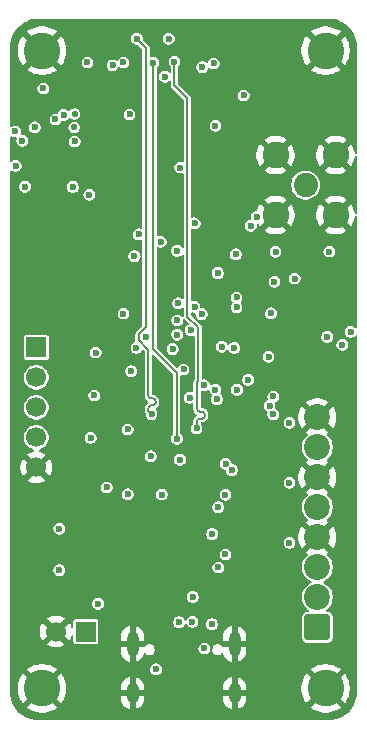
<source format=gbr>
%TF.GenerationSoftware,KiCad,Pcbnew,9.0.2*%
%TF.CreationDate,2025-05-21T13:46:10-05:00*%
%TF.ProjectId,Flight Computer v3,466c6967-6874-4204-936f-6d7075746572,rev?*%
%TF.SameCoordinates,Original*%
%TF.FileFunction,Copper,L5,Inr*%
%TF.FilePolarity,Positive*%
%FSLAX46Y46*%
G04 Gerber Fmt 4.6, Leading zero omitted, Abs format (unit mm)*
G04 Created by KiCad (PCBNEW 9.0.2) date 2025-05-21 13:46:10*
%MOMM*%
%LPD*%
G01*
G04 APERTURE LIST*
G04 Aperture macros list*
%AMRoundRect*
0 Rectangle with rounded corners*
0 $1 Rounding radius*
0 $2 $3 $4 $5 $6 $7 $8 $9 X,Y pos of 4 corners*
0 Add a 4 corners polygon primitive as box body*
4,1,4,$2,$3,$4,$5,$6,$7,$8,$9,$2,$3,0*
0 Add four circle primitives for the rounded corners*
1,1,$1+$1,$2,$3*
1,1,$1+$1,$4,$5*
1,1,$1+$1,$6,$7*
1,1,$1+$1,$8,$9*
0 Add four rect primitives between the rounded corners*
20,1,$1+$1,$2,$3,$4,$5,0*
20,1,$1+$1,$4,$5,$6,$7,0*
20,1,$1+$1,$6,$7,$8,$9,0*
20,1,$1+$1,$8,$9,$2,$3,0*%
G04 Aperture macros list end*
%TA.AperFunction,ComponentPad*%
%ADD10C,3.100000*%
%TD*%
%TA.AperFunction,ComponentPad*%
%ADD11C,2.050000*%
%TD*%
%TA.AperFunction,ComponentPad*%
%ADD12C,2.250000*%
%TD*%
%TA.AperFunction,ComponentPad*%
%ADD13R,1.700000X1.700000*%
%TD*%
%TA.AperFunction,ComponentPad*%
%ADD14C,1.700000*%
%TD*%
%TA.AperFunction,HeatsinkPad*%
%ADD15O,1.000000X2.100000*%
%TD*%
%TA.AperFunction,HeatsinkPad*%
%ADD16O,1.000000X1.800000*%
%TD*%
%TA.AperFunction,ComponentPad*%
%ADD17RoundRect,0.249999X0.850001X-0.850001X0.850001X0.850001X-0.850001X0.850001X-0.850001X-0.850001X0*%
%TD*%
%TA.AperFunction,ComponentPad*%
%ADD18C,2.200000*%
%TD*%
%TA.AperFunction,ViaPad*%
%ADD19C,0.600000*%
%TD*%
%TA.AperFunction,ViaPad*%
%ADD20C,0.550000*%
%TD*%
%TA.AperFunction,Conductor*%
%ADD21C,0.200000*%
%TD*%
G04 APERTURE END LIST*
D10*
%TO.N,GND*%
%TO.C,H604*%
X124700000Y-109500000D03*
%TD*%
%TO.N,GND*%
%TO.C,H601*%
X100700000Y-55500000D03*
%TD*%
D11*
%TO.N,/Radio/radio_out*%
%TO.C,J701*%
X123010000Y-66890000D03*
D12*
%TO.N,GND*%
X120470000Y-64350000D03*
X120470000Y-69430000D03*
X125550000Y-64350000D03*
X125550000Y-69430000D03*
%TD*%
D13*
%TO.N,VCC*%
%TO.C,J604*%
X104400000Y-104690000D03*
D14*
%TO.N,GND*%
X101860000Y-104690000D03*
%TD*%
D10*
%TO.N,GND*%
%TO.C,H603*%
X100700000Y-109500000D03*
%TD*%
D15*
%TO.N,GND*%
%TO.C,J601*%
X108355000Y-105720000D03*
D16*
X108355000Y-109900000D03*
D15*
X116995000Y-105720000D03*
D16*
X116995000Y-109900000D03*
%TD*%
D17*
%TO.N,VCC*%
%TO.C,J603*%
X124000000Y-104330000D03*
D18*
%TO.N,Pyro_Power*%
X124000000Y-101790000D03*
%TO.N,Pyro1*%
X124000000Y-99250000D03*
%TO.N,GND*%
X124000000Y-96710000D03*
%TO.N,Pyro2*%
X124000000Y-94170000D03*
%TO.N,GND*%
X124000000Y-91630000D03*
%TO.N,Pyro3*%
X124000000Y-89090000D03*
%TO.N,GND*%
X124000000Y-86550000D03*
%TD*%
D10*
%TO.N,GND*%
%TO.C,H602*%
X124700000Y-55500000D03*
%TD*%
D13*
%TO.N,Servo1*%
%TO.C,J605*%
X100210000Y-80640000D03*
D14*
%TO.N,Servo2*%
X100210000Y-83180000D03*
%TO.N,Servo3*%
X100210000Y-85720000D03*
%TO.N,Servo4*%
X100210000Y-88260000D03*
%TO.N,GND*%
X100210000Y-90800000D03*
%TD*%
D19*
%TO.N,GND*%
X104770000Y-83370000D03*
X106280000Y-55300000D03*
X106450000Y-67038527D03*
X106040000Y-78030000D03*
X112940000Y-88110000D03*
X114100000Y-98040000D03*
X105068104Y-60177139D03*
X119290000Y-111200000D03*
X109000000Y-103590000D03*
X105270000Y-109810000D03*
X119000000Y-55250000D03*
X101850000Y-63950000D03*
X99380000Y-74050000D03*
X100864798Y-69474998D03*
X108890000Y-81940000D03*
X119660000Y-105690000D03*
%TO.N,+3.3V*%
X104804765Y-88295235D03*
X113300000Y-79170000D03*
X115370000Y-84220000D03*
X106170000Y-92490000D03*
X106670000Y-56740000D03*
X100804862Y-58698284D03*
X107950000Y-93070000D03*
X114260395Y-56896738D03*
X119870000Y-81430000D03*
X124830000Y-79746000D03*
X111092500Y-57714007D03*
X113190000Y-84910000D03*
X108500000Y-72899998D03*
X105430000Y-102340000D03*
X102150000Y-95990000D03*
X105120000Y-84700000D03*
X104696403Y-67697081D03*
X115585000Y-74335000D03*
X102150000Y-99490000D03*
X112400000Y-65410000D03*
X105230000Y-81070000D03*
X125020000Y-72520000D03*
X112370000Y-90140000D03*
%TO.N,/Radio/3v3_lora*%
X103300002Y-67050002D03*
X98424000Y-62350000D03*
%TO.N,Net-(U701-VREG)*%
X99250000Y-67025000D03*
%TO.N,VCC*%
X110340000Y-107890000D03*
X115070000Y-104070000D03*
X116220000Y-93120000D03*
X116220000Y-98150000D03*
X120265000Y-86310000D03*
X110840000Y-93090000D03*
%TO.N,Net-(J601-CC2)*%
X114430000Y-106120000D03*
%TO.N,USB_D_N*%
X116769231Y-91019231D03*
%TO.N,USB_D_P*%
X112294250Y-103898744D03*
X113417250Y-103880000D03*
X116230769Y-90480769D03*
%TO.N,SWO*%
X109957788Y-86272873D03*
X108715000Y-54500000D03*
D20*
%TO.N,SPI_MISO*%
X103450000Y-60869595D03*
D19*
X117160000Y-76400000D03*
D20*
%TO.N,SPI_SCK*%
X103400000Y-62000000D03*
D19*
X114199999Y-77807457D03*
%TO.N,BOOT0*%
X115910000Y-80580000D03*
X117760000Y-59290000D03*
%TO.N,SWDIO*%
X113770000Y-87500000D03*
X111898685Y-56432869D03*
%TO.N,I2C_SCL*%
X126810000Y-79320000D03*
X107580000Y-56500000D03*
X111750000Y-80770000D03*
X113610000Y-70130000D03*
%TO.N,I2C_SDA*%
X126110000Y-80420000D03*
X109490000Y-79780000D03*
X104534424Y-56496434D03*
X112670000Y-82500000D03*
%TO.N,SWCLK*%
X110091000Y-56542082D03*
X112110000Y-88370000D03*
%TO.N,SPI_MOSI*%
X117160001Y-77226326D03*
X102530246Y-60940821D03*
%TO.N,NRST*%
X112129000Y-79560000D03*
X115220000Y-56590000D03*
%TO.N,SPI_CS1*%
X111410000Y-54500000D03*
X117110000Y-72750002D03*
%TO.N,Pyro_Power*%
X115615000Y-99250000D03*
X121640000Y-92100000D03*
X121640000Y-87020000D03*
X121640000Y-97190000D03*
X115605000Y-94160000D03*
%TO.N,Servo4*%
X109900000Y-89860000D03*
%TO.N,Servo3*%
X112211735Y-76900002D03*
%TO.N,Servo2*%
X112129000Y-72470000D03*
%TO.N,Servo1*%
X110730000Y-71698998D03*
%TO.N,Net-(U701-DCC_SW)*%
X98450000Y-65275000D03*
%TO.N,{slash}GPS_RESET*%
X108094730Y-60905270D03*
X107580000Y-77770000D03*
%TO.N,{slash}GPS_SAFEBOOT*%
X108686681Y-80675154D03*
%TO.N,Pyro1_Trigger*%
X113455750Y-101760000D03*
%TO.N,Pyro2_Trigger*%
X115080000Y-96440000D03*
%TO.N,Pyro3_Trigger*%
X117195706Y-84225680D03*
%TO.N,Pyro3_Cont*%
X120270000Y-84790000D03*
%TO.N,/Radio/CTL*%
X115375000Y-61875000D03*
X99025000Y-63125000D03*
%TO.N,LORA_SEL*%
X119950000Y-85570000D03*
X103460000Y-63200000D03*
%TO.N,IMU_INT1*%
X108235000Y-82649000D03*
%TO.N,IMU_INT2*%
X116960000Y-80680000D03*
%TO.N,GPS_RX*%
X118854411Y-69604658D03*
X115492045Y-85010638D03*
%TO.N,GPS_TX*%
X114409165Y-83850000D03*
X118360000Y-70340000D03*
%TO.N,GPS_INT*%
X108860000Y-71060000D03*
%TO.N,/MCU/FLASH_MISO*%
X112129000Y-78351613D03*
%TO.N,/MCU/{slash}FLASH_WP*%
X120370000Y-75080000D03*
%TO.N,/MCU/FLASH_CLK*%
X120080000Y-77750000D03*
%TO.N,/MCU/FLASH_CS*%
X120460000Y-72530000D03*
%TO.N,/MCU/FLASH_MOSI*%
X113599999Y-77199048D03*
%TO.N,/MCU/{slash}FLASH_RESET*%
X122077077Y-74807199D03*
%TO.N,LORA_BUSY*%
X101826765Y-61321765D03*
X107940000Y-87580000D03*
%TO.N,LORA_DIO1*%
X118140000Y-83380000D03*
X100082155Y-62000000D03*
%TD*%
D21*
%TO.N,SWO*%
X109690000Y-84302426D02*
X109690000Y-80828530D01*
X108889000Y-80027530D02*
X108889000Y-79531057D01*
X109490000Y-55275000D02*
X108715000Y-54500000D01*
X109690000Y-84585090D02*
X109690000Y-84302426D01*
X109957788Y-86272873D02*
X109690000Y-86005085D01*
X109490000Y-78930057D02*
X109490000Y-55275000D01*
X110074388Y-84945090D02*
X109930000Y-84945090D01*
X108889000Y-79531057D02*
X109490000Y-78930057D01*
X109690000Y-86005085D02*
X109690000Y-85785090D01*
X109690000Y-84705090D02*
X109690000Y-84585090D01*
X109690000Y-80828530D02*
X108889000Y-80027530D01*
X109930000Y-85545090D02*
X110074388Y-85545090D01*
X110314388Y-85305090D02*
X110314388Y-85185090D01*
X110074388Y-85545090D02*
G75*
G03*
X110314390Y-85305090I12J239990D01*
G01*
X109690000Y-85785090D02*
G75*
G02*
X109930000Y-85545100I240000J-10D01*
G01*
X110314388Y-85185090D02*
G75*
G03*
X110074388Y-84945112I-239988J-10D01*
G01*
X109930000Y-84945090D02*
G75*
G02*
X109690010Y-84705090I0J239990D01*
G01*
%TO.N,SWDIO*%
X111898685Y-58458685D02*
X113000000Y-59560000D01*
X113901000Y-78921057D02*
X113901000Y-83508222D01*
X114229540Y-86066928D02*
X114048165Y-86066928D01*
X114048165Y-86666928D02*
X114229540Y-86666928D01*
X113808165Y-83601057D02*
X113808165Y-85236106D01*
X114469540Y-86426928D02*
X114469540Y-86306928D01*
X113901000Y-83508222D02*
X113808165Y-83601057D01*
X113808165Y-87461835D02*
X113808165Y-86906928D01*
X111898685Y-56432869D02*
X111898685Y-58458685D01*
X113808165Y-85706928D02*
X113808165Y-85236106D01*
X113808165Y-85826928D02*
X113808165Y-85706928D01*
X113770000Y-87500000D02*
X113808165Y-87461835D01*
X113000000Y-78020057D02*
X113901000Y-78921057D01*
X113000000Y-59560000D02*
X113000000Y-78020057D01*
X114469540Y-86306928D02*
G75*
G03*
X114229540Y-86066860I-240040J28D01*
G01*
X113808165Y-86906928D02*
G75*
G02*
X114048165Y-86666865I240035J28D01*
G01*
X114048165Y-86066928D02*
G75*
G02*
X113808172Y-85826928I35J240028D01*
G01*
X114229540Y-86666928D02*
G75*
G03*
X114469528Y-86426928I-40J240028D01*
G01*
%TO.N,SWCLK*%
X112110000Y-82789943D02*
X112110000Y-88370000D01*
X110091000Y-80770943D02*
X112110000Y-82789943D01*
X110091000Y-56542082D02*
X110091000Y-80770943D01*
%TD*%
%TA.AperFunction,Conductor*%
%TO.N,GND*%
G36*
X124972992Y-52800681D02*
G01*
X125253256Y-52817633D01*
X125265111Y-52819073D01*
X125538349Y-52869145D01*
X125549951Y-52872005D01*
X125815162Y-52954649D01*
X125826325Y-52958882D01*
X126079646Y-53072892D01*
X126090231Y-53078448D01*
X126327951Y-53222154D01*
X126337776Y-53228936D01*
X126556443Y-53400250D01*
X126565392Y-53408177D01*
X126761822Y-53604607D01*
X126769749Y-53613556D01*
X126909420Y-53791834D01*
X126941058Y-53832216D01*
X126947849Y-53842055D01*
X127091551Y-54079768D01*
X127097107Y-54090353D01*
X127211114Y-54343667D01*
X127215353Y-54354845D01*
X127297993Y-54620045D01*
X127300854Y-54631653D01*
X127350925Y-54904881D01*
X127352366Y-54916748D01*
X127369319Y-55197006D01*
X127369500Y-55202984D01*
X127369500Y-64192218D01*
X127350593Y-64250409D01*
X127301093Y-64286373D01*
X127239907Y-64286373D01*
X127190407Y-64250409D01*
X127172719Y-64207705D01*
X127134987Y-63969480D01*
X127055947Y-63726217D01*
X126939825Y-63498314D01*
X126939821Y-63498308D01*
X126862149Y-63391403D01*
X126862148Y-63391403D01*
X126304114Y-63949437D01*
X126303260Y-63947374D01*
X126210238Y-63808156D01*
X126091844Y-63689762D01*
X125952626Y-63596740D01*
X125950560Y-63595884D01*
X126508595Y-63037850D01*
X126508595Y-63037849D01*
X126401691Y-62960178D01*
X126401685Y-62960174D01*
X126173782Y-62844052D01*
X125930519Y-62765012D01*
X125677893Y-62725000D01*
X125422107Y-62725000D01*
X125169480Y-62765012D01*
X124926217Y-62844052D01*
X124698314Y-62960174D01*
X124698310Y-62960176D01*
X124591403Y-63037849D01*
X125149439Y-63595884D01*
X125147374Y-63596740D01*
X125008156Y-63689762D01*
X124889762Y-63808156D01*
X124796740Y-63947374D01*
X124795884Y-63949439D01*
X124237849Y-63391403D01*
X124160176Y-63498310D01*
X124160174Y-63498314D01*
X124044052Y-63726217D01*
X123965012Y-63969480D01*
X123925000Y-64222106D01*
X123925000Y-64477893D01*
X123965012Y-64730519D01*
X124044052Y-64973782D01*
X124160174Y-65201685D01*
X124160178Y-65201691D01*
X124237849Y-65308595D01*
X124237850Y-65308595D01*
X124795884Y-64750560D01*
X124796740Y-64752626D01*
X124889762Y-64891844D01*
X125008156Y-65010238D01*
X125147374Y-65103260D01*
X125149437Y-65104114D01*
X124591403Y-65662148D01*
X124591403Y-65662149D01*
X124698308Y-65739821D01*
X124698314Y-65739825D01*
X124926217Y-65855947D01*
X125169480Y-65934987D01*
X125422107Y-65975000D01*
X125677893Y-65975000D01*
X125930519Y-65934987D01*
X126173782Y-65855947D01*
X126401685Y-65739825D01*
X126401690Y-65739821D01*
X126508595Y-65662149D01*
X125950561Y-65104115D01*
X125952626Y-65103260D01*
X126091844Y-65010238D01*
X126210238Y-64891844D01*
X126303260Y-64752626D01*
X126304115Y-64750561D01*
X126862149Y-65308595D01*
X126939821Y-65201690D01*
X126939825Y-65201685D01*
X127055947Y-64973782D01*
X127134987Y-64730519D01*
X127172719Y-64492294D01*
X127200496Y-64437777D01*
X127255013Y-64410000D01*
X127315445Y-64419571D01*
X127358710Y-64462836D01*
X127369500Y-64507781D01*
X127369500Y-69272218D01*
X127350593Y-69330409D01*
X127301093Y-69366373D01*
X127239907Y-69366373D01*
X127190407Y-69330409D01*
X127172719Y-69287705D01*
X127134987Y-69049480D01*
X127055947Y-68806217D01*
X126939825Y-68578314D01*
X126939821Y-68578308D01*
X126862149Y-68471403D01*
X126862148Y-68471403D01*
X126304114Y-69029437D01*
X126303260Y-69027374D01*
X126210238Y-68888156D01*
X126091844Y-68769762D01*
X125952626Y-68676740D01*
X125950560Y-68675884D01*
X126508595Y-68117850D01*
X126508595Y-68117849D01*
X126401691Y-68040178D01*
X126401685Y-68040174D01*
X126173782Y-67924052D01*
X125930519Y-67845012D01*
X125677893Y-67805000D01*
X125422107Y-67805000D01*
X125169480Y-67845012D01*
X124926217Y-67924052D01*
X124698314Y-68040174D01*
X124698310Y-68040176D01*
X124591403Y-68117849D01*
X125149439Y-68675884D01*
X125147374Y-68676740D01*
X125008156Y-68769762D01*
X124889762Y-68888156D01*
X124796740Y-69027374D01*
X124795884Y-69029439D01*
X124237849Y-68471403D01*
X124160176Y-68578310D01*
X124160174Y-68578314D01*
X124044052Y-68806217D01*
X123965012Y-69049480D01*
X123925000Y-69302106D01*
X123925000Y-69557893D01*
X123965012Y-69810519D01*
X124044052Y-70053782D01*
X124160174Y-70281685D01*
X124160178Y-70281691D01*
X124237849Y-70388595D01*
X124237850Y-70388595D01*
X124795884Y-69830560D01*
X124796740Y-69832626D01*
X124889762Y-69971844D01*
X125008156Y-70090238D01*
X125147374Y-70183260D01*
X125149437Y-70184114D01*
X124591403Y-70742148D01*
X124591403Y-70742149D01*
X124698308Y-70819821D01*
X124698314Y-70819825D01*
X124926217Y-70935947D01*
X125169480Y-71014987D01*
X125422107Y-71055000D01*
X125677893Y-71055000D01*
X125930519Y-71014987D01*
X126173782Y-70935947D01*
X126401685Y-70819825D01*
X126401690Y-70819821D01*
X126508595Y-70742149D01*
X125950561Y-70184115D01*
X125952626Y-70183260D01*
X126091844Y-70090238D01*
X126210238Y-69971844D01*
X126303260Y-69832626D01*
X126304115Y-69830561D01*
X126862149Y-70388595D01*
X126939821Y-70281690D01*
X126939825Y-70281685D01*
X127055947Y-70053782D01*
X127134987Y-69810519D01*
X127172719Y-69572294D01*
X127200496Y-69517777D01*
X127255013Y-69490000D01*
X127315445Y-69499571D01*
X127358710Y-69542836D01*
X127369500Y-69587781D01*
X127369500Y-78932679D01*
X127350593Y-78990870D01*
X127301093Y-79026834D01*
X127239907Y-79026834D01*
X127200498Y-79002684D01*
X127117314Y-78919500D01*
X127117311Y-78919498D01*
X127117309Y-78919496D01*
X127003189Y-78853609D01*
X127003191Y-78853609D01*
X126932179Y-78834582D01*
X126875892Y-78819500D01*
X126744108Y-78819500D01*
X126687821Y-78834582D01*
X126616809Y-78853609D01*
X126502690Y-78919496D01*
X126409496Y-79012690D01*
X126343609Y-79126809D01*
X126343608Y-79126814D01*
X126309500Y-79254108D01*
X126309500Y-79385892D01*
X126317317Y-79415064D01*
X126343609Y-79513190D01*
X126409496Y-79627309D01*
X126409498Y-79627311D01*
X126409500Y-79627314D01*
X126502686Y-79720500D01*
X126502688Y-79720501D01*
X126502690Y-79720503D01*
X126616810Y-79786390D01*
X126616808Y-79786390D01*
X126616812Y-79786391D01*
X126616814Y-79786392D01*
X126744108Y-79820500D01*
X126744110Y-79820500D01*
X126875890Y-79820500D01*
X126875892Y-79820500D01*
X127003186Y-79786392D01*
X127003188Y-79786390D01*
X127003190Y-79786390D01*
X127117309Y-79720503D01*
X127117309Y-79720502D01*
X127117314Y-79720500D01*
X127200498Y-79637315D01*
X127255013Y-79609540D01*
X127315445Y-79619111D01*
X127358710Y-79662376D01*
X127369500Y-79707321D01*
X127369500Y-109797015D01*
X127369319Y-109802993D01*
X127352366Y-110083251D01*
X127350925Y-110095118D01*
X127300854Y-110368346D01*
X127297993Y-110379954D01*
X127215353Y-110645154D01*
X127211114Y-110656332D01*
X127097107Y-110909646D01*
X127091551Y-110920231D01*
X126947849Y-111157944D01*
X126941058Y-111167783D01*
X126769749Y-111386443D01*
X126761822Y-111395392D01*
X126565392Y-111591822D01*
X126556443Y-111599749D01*
X126337783Y-111771058D01*
X126327944Y-111777849D01*
X126090231Y-111921551D01*
X126079646Y-111927107D01*
X125826332Y-112041114D01*
X125815154Y-112045353D01*
X125549954Y-112127993D01*
X125538346Y-112130854D01*
X125265118Y-112180925D01*
X125253251Y-112182366D01*
X124993387Y-112198085D01*
X124972991Y-112199319D01*
X124967015Y-112199500D01*
X100372986Y-112199500D01*
X100367009Y-112199319D01*
X100344252Y-112197942D01*
X100086749Y-112182366D01*
X100074882Y-112180925D01*
X99801654Y-112130854D01*
X99790047Y-112127993D01*
X99524846Y-112045354D01*
X99513667Y-112041115D01*
X99260353Y-111927107D01*
X99249768Y-111921551D01*
X99012055Y-111777849D01*
X99002216Y-111771058D01*
X98783556Y-111599749D01*
X98774607Y-111591822D01*
X98578177Y-111395392D01*
X98570250Y-111386443D01*
X98478914Y-111269861D01*
X98398936Y-111167776D01*
X98392162Y-111157962D01*
X98248448Y-110920231D01*
X98242892Y-110909646D01*
X98128884Y-110656332D01*
X98124646Y-110645157D01*
X98050943Y-110408632D01*
X98042006Y-110379952D01*
X98039145Y-110368345D01*
X98033858Y-110339496D01*
X97989073Y-110095110D01*
X97987633Y-110083255D01*
X97970681Y-109802991D01*
X97970500Y-109797014D01*
X97970500Y-109365634D01*
X98650000Y-109365634D01*
X98650000Y-109634365D01*
X98685075Y-109900785D01*
X98685075Y-109900790D01*
X98754627Y-110160364D01*
X98857463Y-110408632D01*
X98991832Y-110641366D01*
X99084417Y-110762025D01*
X99584727Y-110261715D01*
X99670278Y-110379466D01*
X99820534Y-110529722D01*
X99938282Y-110615270D01*
X99437972Y-111115581D01*
X99558633Y-111208167D01*
X99791367Y-111342536D01*
X100039635Y-111445372D01*
X100299211Y-111514924D01*
X100565634Y-111549999D01*
X100565637Y-111550000D01*
X100834363Y-111550000D01*
X100834365Y-111549999D01*
X101100785Y-111514924D01*
X101100790Y-111514924D01*
X101360364Y-111445372D01*
X101608632Y-111342536D01*
X101841362Y-111208170D01*
X101962025Y-111115580D01*
X101461716Y-110615271D01*
X101579466Y-110529722D01*
X101729722Y-110379466D01*
X101815271Y-110261716D01*
X102315580Y-110762025D01*
X102408170Y-110641362D01*
X102542536Y-110408632D01*
X102645372Y-110160362D01*
X102666002Y-110083371D01*
X102666002Y-110083370D01*
X102714924Y-109900790D01*
X102714924Y-109900785D01*
X102749999Y-109634365D01*
X102750000Y-109634363D01*
X102750000Y-109401506D01*
X107355000Y-109401506D01*
X107355000Y-109649999D01*
X107355001Y-109650000D01*
X108055000Y-109650000D01*
X108055000Y-110150000D01*
X107355001Y-110150000D01*
X107355000Y-110150001D01*
X107355000Y-110398493D01*
X107393429Y-110591688D01*
X107393429Y-110591690D01*
X107468808Y-110773673D01*
X107468814Y-110773685D01*
X107578249Y-110937462D01*
X107578252Y-110937466D01*
X107717533Y-111076747D01*
X107717537Y-111076750D01*
X107881314Y-111186185D01*
X107881326Y-111186191D01*
X108063304Y-111261568D01*
X108063315Y-111261571D01*
X108105000Y-111269862D01*
X108105000Y-110466988D01*
X108114940Y-110484205D01*
X108170795Y-110540060D01*
X108239204Y-110579556D01*
X108315504Y-110600000D01*
X108394496Y-110600000D01*
X108470796Y-110579556D01*
X108539205Y-110540060D01*
X108595060Y-110484205D01*
X108605000Y-110466988D01*
X108605000Y-111269861D01*
X108646684Y-111261571D01*
X108646695Y-111261568D01*
X108828673Y-111186191D01*
X108828685Y-111186185D01*
X108992462Y-111076750D01*
X108992466Y-111076747D01*
X109131747Y-110937466D01*
X109131750Y-110937462D01*
X109241185Y-110773685D01*
X109241191Y-110773673D01*
X109316570Y-110591690D01*
X109316570Y-110591688D01*
X109354999Y-110398493D01*
X109355000Y-110398490D01*
X109355000Y-110150001D01*
X109354999Y-110150000D01*
X108655000Y-110150000D01*
X108655000Y-109650000D01*
X109354999Y-109650000D01*
X109355000Y-109649999D01*
X109355000Y-109401509D01*
X109354999Y-109401506D01*
X115995000Y-109401506D01*
X115995000Y-109649999D01*
X115995001Y-109650000D01*
X116695000Y-109650000D01*
X116695000Y-110150000D01*
X115995001Y-110150000D01*
X115995000Y-110150001D01*
X115995000Y-110398493D01*
X116033429Y-110591688D01*
X116033429Y-110591690D01*
X116108808Y-110773673D01*
X116108814Y-110773685D01*
X116218249Y-110937462D01*
X116218252Y-110937466D01*
X116357533Y-111076747D01*
X116357537Y-111076750D01*
X116521314Y-111186185D01*
X116521326Y-111186191D01*
X116703304Y-111261568D01*
X116703315Y-111261571D01*
X116745000Y-111269862D01*
X116745000Y-110466988D01*
X116754940Y-110484205D01*
X116810795Y-110540060D01*
X116879204Y-110579556D01*
X116955504Y-110600000D01*
X117034496Y-110600000D01*
X117110796Y-110579556D01*
X117179205Y-110540060D01*
X117235060Y-110484205D01*
X117245000Y-110466988D01*
X117245000Y-111269861D01*
X117286684Y-111261571D01*
X117286695Y-111261568D01*
X117468673Y-111186191D01*
X117468685Y-111186185D01*
X117632462Y-111076750D01*
X117632466Y-111076747D01*
X117701922Y-111007292D01*
X117771747Y-110937466D01*
X117771750Y-110937462D01*
X117881185Y-110773685D01*
X117881191Y-110773673D01*
X117956570Y-110591690D01*
X117956570Y-110591688D01*
X117994999Y-110398493D01*
X117995000Y-110398490D01*
X117995000Y-110150001D01*
X117994999Y-110150000D01*
X117295000Y-110150000D01*
X117295000Y-109650000D01*
X117994999Y-109650000D01*
X117995000Y-109649999D01*
X117995000Y-109401509D01*
X117994999Y-109401504D01*
X117991062Y-109381708D01*
X117987865Y-109365634D01*
X122650000Y-109365634D01*
X122650000Y-109634365D01*
X122685075Y-109900785D01*
X122685075Y-109900790D01*
X122754627Y-110160364D01*
X122857463Y-110408632D01*
X122991832Y-110641366D01*
X123084417Y-110762025D01*
X123584727Y-110261715D01*
X123670278Y-110379466D01*
X123820534Y-110529722D01*
X123938282Y-110615270D01*
X123437972Y-111115581D01*
X123558633Y-111208167D01*
X123791367Y-111342536D01*
X124039635Y-111445372D01*
X124299211Y-111514924D01*
X124565634Y-111549999D01*
X124565637Y-111550000D01*
X124834363Y-111550000D01*
X124834365Y-111549999D01*
X125100785Y-111514924D01*
X125100790Y-111514924D01*
X125360364Y-111445372D01*
X125608632Y-111342536D01*
X125841362Y-111208170D01*
X125962025Y-111115580D01*
X125461716Y-110615271D01*
X125579466Y-110529722D01*
X125729722Y-110379466D01*
X125815271Y-110261716D01*
X126315580Y-110762025D01*
X126408170Y-110641362D01*
X126542536Y-110408632D01*
X126645372Y-110160364D01*
X126714924Y-109900790D01*
X126714924Y-109900785D01*
X126749999Y-109634365D01*
X126750000Y-109634363D01*
X126750000Y-109365637D01*
X126749999Y-109365634D01*
X126714924Y-109099214D01*
X126714924Y-109099209D01*
X126645372Y-108839635D01*
X126542536Y-108591367D01*
X126408167Y-108358633D01*
X126315580Y-108237972D01*
X125815270Y-108738281D01*
X125729722Y-108620534D01*
X125579466Y-108470278D01*
X125461715Y-108384727D01*
X125962026Y-107884417D01*
X125841366Y-107791832D01*
X125608632Y-107657463D01*
X125360364Y-107554627D01*
X125100788Y-107485075D01*
X124834365Y-107450000D01*
X124565634Y-107450000D01*
X124299214Y-107485075D01*
X124299209Y-107485075D01*
X124039635Y-107554627D01*
X123791367Y-107657463D01*
X123558630Y-107791834D01*
X123437972Y-107884417D01*
X123938283Y-108384728D01*
X123820534Y-108470278D01*
X123670278Y-108620534D01*
X123584728Y-108738283D01*
X123084417Y-108237972D01*
X122991834Y-108358630D01*
X122857463Y-108591367D01*
X122754627Y-108839635D01*
X122685075Y-109099209D01*
X122685075Y-109099214D01*
X122650000Y-109365634D01*
X117987865Y-109365634D01*
X117956570Y-109208311D01*
X117956570Y-109208309D01*
X117881191Y-109026326D01*
X117881185Y-109026314D01*
X117771750Y-108862537D01*
X117771747Y-108862533D01*
X117632466Y-108723252D01*
X117632462Y-108723249D01*
X117468685Y-108613814D01*
X117468673Y-108613808D01*
X117286691Y-108538429D01*
X117245000Y-108530136D01*
X117245000Y-109333011D01*
X117235060Y-109315795D01*
X117179205Y-109259940D01*
X117110796Y-109220444D01*
X117034496Y-109200000D01*
X116955504Y-109200000D01*
X116879204Y-109220444D01*
X116810795Y-109259940D01*
X116754940Y-109315795D01*
X116745000Y-109333011D01*
X116745000Y-108530136D01*
X116703308Y-108538429D01*
X116521326Y-108613808D01*
X116521314Y-108613814D01*
X116357537Y-108723249D01*
X116357533Y-108723252D01*
X116218252Y-108862533D01*
X116218249Y-108862537D01*
X116108814Y-109026314D01*
X116108808Y-109026326D01*
X116033429Y-109208309D01*
X116033429Y-109208311D01*
X115995000Y-109401506D01*
X109354999Y-109401506D01*
X109316570Y-109208311D01*
X109316570Y-109208309D01*
X109241191Y-109026326D01*
X109241185Y-109026314D01*
X109131750Y-108862537D01*
X109131747Y-108862533D01*
X108992466Y-108723252D01*
X108992462Y-108723249D01*
X108828685Y-108613814D01*
X108828673Y-108613808D01*
X108646691Y-108538429D01*
X108605000Y-108530136D01*
X108605000Y-109333011D01*
X108595060Y-109315795D01*
X108539205Y-109259940D01*
X108470796Y-109220444D01*
X108394496Y-109200000D01*
X108315504Y-109200000D01*
X108239204Y-109220444D01*
X108170795Y-109259940D01*
X108114940Y-109315795D01*
X108105000Y-109333011D01*
X108105000Y-108530136D01*
X108063308Y-108538429D01*
X107881326Y-108613808D01*
X107881314Y-108613814D01*
X107717537Y-108723249D01*
X107717533Y-108723252D01*
X107578252Y-108862533D01*
X107578249Y-108862537D01*
X107468814Y-109026314D01*
X107468808Y-109026326D01*
X107393429Y-109208309D01*
X107393429Y-109208311D01*
X107355000Y-109401506D01*
X102750000Y-109401506D01*
X102750000Y-109365637D01*
X102749999Y-109365634D01*
X102714924Y-109099214D01*
X102714924Y-109099209D01*
X102645372Y-108839635D01*
X102542536Y-108591367D01*
X102408167Y-108358633D01*
X102315580Y-108237972D01*
X101815270Y-108738281D01*
X101729722Y-108620534D01*
X101579466Y-108470278D01*
X101461715Y-108384727D01*
X101962026Y-107884417D01*
X101883429Y-107824108D01*
X109839500Y-107824108D01*
X109839500Y-107955892D01*
X109869579Y-108068151D01*
X109873609Y-108083190D01*
X109939496Y-108197309D01*
X109939498Y-108197311D01*
X109939500Y-108197314D01*
X110032686Y-108290500D01*
X110032688Y-108290501D01*
X110032690Y-108290503D01*
X110146810Y-108356390D01*
X110146808Y-108356390D01*
X110146812Y-108356391D01*
X110146814Y-108356392D01*
X110274108Y-108390500D01*
X110274110Y-108390500D01*
X110405890Y-108390500D01*
X110405892Y-108390500D01*
X110533186Y-108356392D01*
X110533188Y-108356390D01*
X110533190Y-108356390D01*
X110647309Y-108290503D01*
X110647309Y-108290502D01*
X110647314Y-108290500D01*
X110740500Y-108197314D01*
X110740503Y-108197309D01*
X110806390Y-108083190D01*
X110806390Y-108083188D01*
X110806392Y-108083186D01*
X110840500Y-107955892D01*
X110840500Y-107824108D01*
X110806392Y-107696814D01*
X110806390Y-107696811D01*
X110806390Y-107696809D01*
X110740503Y-107582690D01*
X110740501Y-107582688D01*
X110740500Y-107582686D01*
X110647314Y-107489500D01*
X110647311Y-107489498D01*
X110647309Y-107489496D01*
X110533189Y-107423609D01*
X110533191Y-107423609D01*
X110483799Y-107410375D01*
X110405892Y-107389500D01*
X110274108Y-107389500D01*
X110196200Y-107410375D01*
X110146809Y-107423609D01*
X110032690Y-107489496D01*
X109939496Y-107582690D01*
X109873609Y-107696809D01*
X109873608Y-107696814D01*
X109839500Y-107824108D01*
X101883429Y-107824108D01*
X101841366Y-107791832D01*
X101608632Y-107657463D01*
X101360364Y-107554627D01*
X101100788Y-107485075D01*
X100834365Y-107450000D01*
X100565634Y-107450000D01*
X100299214Y-107485075D01*
X100299209Y-107485075D01*
X100039635Y-107554627D01*
X99791367Y-107657463D01*
X99558630Y-107791834D01*
X99437972Y-107884417D01*
X99938283Y-108384728D01*
X99820534Y-108470278D01*
X99670278Y-108620534D01*
X99584728Y-108738283D01*
X99084417Y-108237972D01*
X98991834Y-108358630D01*
X98857463Y-108591367D01*
X98754627Y-108839635D01*
X98685075Y-109099209D01*
X98685075Y-109099214D01*
X98650000Y-109365634D01*
X97970500Y-109365634D01*
X97970500Y-104583749D01*
X100510000Y-104583749D01*
X100510000Y-104796250D01*
X100543240Y-105006121D01*
X100608904Y-105208215D01*
X100705376Y-105397553D01*
X100705380Y-105397559D01*
X100744728Y-105451716D01*
X100744729Y-105451716D01*
X101377037Y-104819407D01*
X101394075Y-104882993D01*
X101459901Y-104997007D01*
X101552993Y-105090099D01*
X101667007Y-105155925D01*
X101730589Y-105172962D01*
X101098282Y-105805269D01*
X101098282Y-105805270D01*
X101152440Y-105844619D01*
X101152446Y-105844623D01*
X101341784Y-105941095D01*
X101543878Y-106006759D01*
X101753750Y-106040000D01*
X101966250Y-106040000D01*
X102176121Y-106006759D01*
X102378215Y-105941095D01*
X102567556Y-105844620D01*
X102621716Y-105805270D01*
X101989408Y-105172962D01*
X102052993Y-105155925D01*
X102167007Y-105090099D01*
X102260099Y-104997007D01*
X102325925Y-104882993D01*
X102342962Y-104819408D01*
X102975270Y-105451716D01*
X103014620Y-105397556D01*
X103111096Y-105208213D01*
X103156345Y-105068951D01*
X103192309Y-105019450D01*
X103250500Y-105000543D01*
X103308691Y-105019450D01*
X103344655Y-105068950D01*
X103349500Y-105099543D01*
X103349500Y-105559746D01*
X103349501Y-105559758D01*
X103361132Y-105618227D01*
X103361134Y-105618233D01*
X103384772Y-105653609D01*
X103405448Y-105684552D01*
X103471769Y-105728867D01*
X103516231Y-105737711D01*
X103530241Y-105740498D01*
X103530246Y-105740498D01*
X103530252Y-105740500D01*
X103530253Y-105740500D01*
X105269747Y-105740500D01*
X105269748Y-105740500D01*
X105328231Y-105728867D01*
X105394552Y-105684552D01*
X105438867Y-105618231D01*
X105450500Y-105559748D01*
X105450500Y-105071506D01*
X107355000Y-105071506D01*
X107355000Y-105469999D01*
X107355001Y-105470000D01*
X108055000Y-105470000D01*
X108055000Y-105970000D01*
X107355001Y-105970000D01*
X107355000Y-105970001D01*
X107355000Y-106368493D01*
X107393429Y-106561688D01*
X107393429Y-106561690D01*
X107468808Y-106743673D01*
X107468814Y-106743685D01*
X107578249Y-106907462D01*
X107578252Y-106907466D01*
X107717533Y-107046747D01*
X107717537Y-107046750D01*
X107881314Y-107156185D01*
X107881326Y-107156191D01*
X108063304Y-107231568D01*
X108063315Y-107231571D01*
X108105000Y-107239862D01*
X108105000Y-106436988D01*
X108114940Y-106454205D01*
X108170795Y-106510060D01*
X108239204Y-106549556D01*
X108315504Y-106570000D01*
X108394496Y-106570000D01*
X108470796Y-106549556D01*
X108539205Y-106510060D01*
X108595060Y-106454205D01*
X108605000Y-106436988D01*
X108605000Y-107239861D01*
X108646684Y-107231571D01*
X108646695Y-107231568D01*
X108828673Y-107156191D01*
X108828685Y-107156185D01*
X108992462Y-107046750D01*
X108992466Y-107046747D01*
X109131747Y-106907466D01*
X109131750Y-106907462D01*
X109241185Y-106743685D01*
X109241191Y-106743673D01*
X109309717Y-106578235D01*
X109349453Y-106531709D01*
X109408948Y-106517425D01*
X109465476Y-106540839D01*
X109471171Y-106546103D01*
X109507158Y-106582090D01*
X109507160Y-106582091D01*
X109507162Y-106582093D01*
X109610337Y-106641661D01*
X109610335Y-106641661D01*
X109610339Y-106641662D01*
X109610341Y-106641663D01*
X109725427Y-106672500D01*
X109725429Y-106672500D01*
X109844571Y-106672500D01*
X109844573Y-106672500D01*
X109959659Y-106641663D01*
X109959661Y-106641661D01*
X109959663Y-106641661D01*
X110062837Y-106582093D01*
X110062837Y-106582092D01*
X110062842Y-106582090D01*
X110147090Y-106497842D01*
X110187810Y-106427314D01*
X110206661Y-106394663D01*
X110206661Y-106394661D01*
X110206663Y-106394659D01*
X110237500Y-106279573D01*
X110237500Y-106160427D01*
X110209012Y-106054108D01*
X113929500Y-106054108D01*
X113929500Y-106185892D01*
X113944289Y-106241086D01*
X113963609Y-106313190D01*
X114029496Y-106427309D01*
X114029498Y-106427311D01*
X114029500Y-106427314D01*
X114122686Y-106520500D01*
X114122688Y-106520501D01*
X114122690Y-106520503D01*
X114236810Y-106586390D01*
X114236808Y-106586390D01*
X114236812Y-106586391D01*
X114236814Y-106586392D01*
X114364108Y-106620500D01*
X114364110Y-106620500D01*
X114495890Y-106620500D01*
X114495892Y-106620500D01*
X114623186Y-106586392D01*
X114623188Y-106586390D01*
X114623190Y-106586390D01*
X114737309Y-106520503D01*
X114737309Y-106520502D01*
X114737314Y-106520500D01*
X114830500Y-106427314D01*
X114849351Y-106394663D01*
X114896390Y-106313190D01*
X114896390Y-106313188D01*
X114896392Y-106313186D01*
X114930500Y-106185892D01*
X114930500Y-106160427D01*
X115112500Y-106160427D01*
X115112500Y-106279573D01*
X115120518Y-106309496D01*
X115143338Y-106394663D01*
X115202906Y-106497837D01*
X115202908Y-106497839D01*
X115202910Y-106497842D01*
X115287158Y-106582090D01*
X115287160Y-106582091D01*
X115287162Y-106582093D01*
X115390337Y-106641661D01*
X115390335Y-106641661D01*
X115390339Y-106641662D01*
X115390341Y-106641663D01*
X115505427Y-106672500D01*
X115505429Y-106672500D01*
X115624571Y-106672500D01*
X115624573Y-106672500D01*
X115739659Y-106641663D01*
X115739661Y-106641661D01*
X115739663Y-106641661D01*
X115842837Y-106582093D01*
X115842837Y-106582092D01*
X115842842Y-106582090D01*
X115878816Y-106546115D01*
X115933330Y-106518339D01*
X115993762Y-106527910D01*
X116037027Y-106571174D01*
X116040282Y-106578234D01*
X116108810Y-106743676D01*
X116108814Y-106743685D01*
X116218249Y-106907462D01*
X116218252Y-106907466D01*
X116357533Y-107046747D01*
X116357537Y-107046750D01*
X116521314Y-107156185D01*
X116521326Y-107156191D01*
X116703304Y-107231568D01*
X116703315Y-107231571D01*
X116745000Y-107239862D01*
X116745000Y-106436988D01*
X116754940Y-106454205D01*
X116810795Y-106510060D01*
X116879204Y-106549556D01*
X116955504Y-106570000D01*
X117034496Y-106570000D01*
X117110796Y-106549556D01*
X117179205Y-106510060D01*
X117235060Y-106454205D01*
X117245000Y-106436988D01*
X117245000Y-107239861D01*
X117286684Y-107231571D01*
X117286695Y-107231568D01*
X117468673Y-107156191D01*
X117468685Y-107156185D01*
X117632462Y-107046750D01*
X117632466Y-107046747D01*
X117771747Y-106907466D01*
X117771750Y-106907462D01*
X117881185Y-106743685D01*
X117881191Y-106743673D01*
X117956570Y-106561690D01*
X117956570Y-106561688D01*
X117994999Y-106368493D01*
X117995000Y-106368490D01*
X117995000Y-105970001D01*
X117994999Y-105970000D01*
X117295000Y-105970000D01*
X117295000Y-105470000D01*
X117994999Y-105470000D01*
X117995000Y-105469999D01*
X117995000Y-105071509D01*
X117994999Y-105071506D01*
X117956570Y-104878311D01*
X117956570Y-104878309D01*
X117881191Y-104696326D01*
X117881185Y-104696314D01*
X117771750Y-104532537D01*
X117771747Y-104532533D01*
X117632466Y-104393252D01*
X117632462Y-104393249D01*
X117468685Y-104283814D01*
X117468673Y-104283808D01*
X117286691Y-104208429D01*
X117245000Y-104200136D01*
X117245000Y-105003011D01*
X117235060Y-104985795D01*
X117179205Y-104929940D01*
X117110796Y-104890444D01*
X117034496Y-104870000D01*
X116955504Y-104870000D01*
X116879204Y-104890444D01*
X116810795Y-104929940D01*
X116754940Y-104985795D01*
X116745000Y-105003011D01*
X116745000Y-104200136D01*
X116703308Y-104208429D01*
X116521326Y-104283808D01*
X116521314Y-104283814D01*
X116357537Y-104393249D01*
X116357533Y-104393252D01*
X116218252Y-104532533D01*
X116218249Y-104532537D01*
X116108814Y-104696314D01*
X116108808Y-104696326D01*
X116033429Y-104878309D01*
X116033429Y-104878311D01*
X115995000Y-105071506D01*
X115995000Y-105469999D01*
X115995001Y-105470000D01*
X116695000Y-105470000D01*
X116695000Y-105970000D01*
X115995939Y-105970000D01*
X115937748Y-105951093D01*
X115925941Y-105941009D01*
X115842842Y-105857910D01*
X115842839Y-105857908D01*
X115842837Y-105857906D01*
X115739662Y-105798338D01*
X115739664Y-105798338D01*
X115695008Y-105786373D01*
X115624573Y-105767500D01*
X115505427Y-105767500D01*
X115434991Y-105786373D01*
X115390336Y-105798338D01*
X115287162Y-105857906D01*
X115202906Y-105942162D01*
X115143338Y-106045336D01*
X115127289Y-106105231D01*
X115127288Y-106105234D01*
X115112500Y-106160427D01*
X114930500Y-106160427D01*
X114930500Y-106054108D01*
X114896392Y-105926814D01*
X114896390Y-105926811D01*
X114896390Y-105926809D01*
X114830503Y-105812690D01*
X114830501Y-105812688D01*
X114830500Y-105812686D01*
X114737314Y-105719500D01*
X114737311Y-105719498D01*
X114737309Y-105719496D01*
X114623189Y-105653609D01*
X114623191Y-105653609D01*
X114573799Y-105640375D01*
X114495892Y-105619500D01*
X114364108Y-105619500D01*
X114286200Y-105640375D01*
X114236809Y-105653609D01*
X114122690Y-105719496D01*
X114029496Y-105812690D01*
X113963609Y-105926809D01*
X113952363Y-105968781D01*
X113929500Y-106054108D01*
X110209012Y-106054108D01*
X110206663Y-106045341D01*
X110206660Y-106045336D01*
X110147093Y-105942162D01*
X110147091Y-105942160D01*
X110147090Y-105942158D01*
X110062842Y-105857910D01*
X110062839Y-105857908D01*
X110062837Y-105857906D01*
X109959662Y-105798338D01*
X109959664Y-105798338D01*
X109915008Y-105786373D01*
X109844573Y-105767500D01*
X109725427Y-105767500D01*
X109654991Y-105786373D01*
X109610336Y-105798338D01*
X109507162Y-105857906D01*
X109507161Y-105857907D01*
X109507158Y-105857909D01*
X109507158Y-105857910D01*
X109424062Y-105941005D01*
X109369548Y-105968781D01*
X109354061Y-105970000D01*
X108655000Y-105970000D01*
X108655000Y-105470000D01*
X109354999Y-105470000D01*
X109355000Y-105469999D01*
X109355000Y-105071509D01*
X109354999Y-105071506D01*
X109316570Y-104878311D01*
X109316570Y-104878309D01*
X109241191Y-104696326D01*
X109241185Y-104696314D01*
X109131750Y-104532537D01*
X109131747Y-104532533D01*
X108992466Y-104393252D01*
X108992462Y-104393249D01*
X108828685Y-104283814D01*
X108828673Y-104283808D01*
X108646691Y-104208429D01*
X108605000Y-104200136D01*
X108605000Y-105003011D01*
X108595060Y-104985795D01*
X108539205Y-104929940D01*
X108470796Y-104890444D01*
X108394496Y-104870000D01*
X108315504Y-104870000D01*
X108239204Y-104890444D01*
X108170795Y-104929940D01*
X108114940Y-104985795D01*
X108105000Y-105003011D01*
X108105000Y-104200136D01*
X108063308Y-104208429D01*
X107881326Y-104283808D01*
X107881314Y-104283814D01*
X107717537Y-104393249D01*
X107717533Y-104393252D01*
X107578252Y-104532533D01*
X107578249Y-104532537D01*
X107468814Y-104696314D01*
X107468808Y-104696326D01*
X107393429Y-104878309D01*
X107393429Y-104878311D01*
X107355000Y-105071506D01*
X105450500Y-105071506D01*
X105450500Y-103832852D01*
X111793750Y-103832852D01*
X111793750Y-103964636D01*
X111811827Y-104032101D01*
X111827859Y-104091934D01*
X111893746Y-104206053D01*
X111893748Y-104206055D01*
X111893750Y-104206058D01*
X111986936Y-104299244D01*
X111986938Y-104299245D01*
X111986940Y-104299247D01*
X112101060Y-104365134D01*
X112101058Y-104365134D01*
X112101062Y-104365135D01*
X112101064Y-104365136D01*
X112228358Y-104399244D01*
X112228360Y-104399244D01*
X112360140Y-104399244D01*
X112360142Y-104399244D01*
X112487436Y-104365136D01*
X112487438Y-104365134D01*
X112487440Y-104365134D01*
X112601559Y-104299247D01*
X112601559Y-104299246D01*
X112601564Y-104299244D01*
X112694750Y-104206058D01*
X112714538Y-104171784D01*
X112760640Y-104091934D01*
X112760640Y-104091933D01*
X112760642Y-104091930D01*
X112762923Y-104083414D01*
X112796243Y-104032101D01*
X112853363Y-104010171D01*
X112912465Y-104026004D01*
X112947222Y-104067792D01*
X112947613Y-104067567D01*
X112948925Y-104069840D01*
X112950014Y-104071149D01*
X112950859Y-104073189D01*
X113016746Y-104187309D01*
X113016748Y-104187311D01*
X113016750Y-104187314D01*
X113109936Y-104280500D01*
X113109938Y-104280501D01*
X113109940Y-104280503D01*
X113224060Y-104346390D01*
X113224058Y-104346390D01*
X113224062Y-104346391D01*
X113224064Y-104346392D01*
X113351358Y-104380500D01*
X113351360Y-104380500D01*
X113483140Y-104380500D01*
X113483142Y-104380500D01*
X113610436Y-104346392D01*
X113610438Y-104346390D01*
X113610440Y-104346390D01*
X113724559Y-104280503D01*
X113724559Y-104280502D01*
X113724564Y-104280500D01*
X113817750Y-104187314D01*
X113883642Y-104073186D01*
X113902151Y-104004108D01*
X114569500Y-104004108D01*
X114569500Y-104135892D01*
X114588301Y-104206058D01*
X114603609Y-104263190D01*
X114669496Y-104377309D01*
X114669498Y-104377311D01*
X114669500Y-104377314D01*
X114762686Y-104470500D01*
X114762688Y-104470501D01*
X114762690Y-104470503D01*
X114876810Y-104536390D01*
X114876808Y-104536390D01*
X114876812Y-104536391D01*
X114876814Y-104536392D01*
X115004108Y-104570500D01*
X115004110Y-104570500D01*
X115135890Y-104570500D01*
X115135892Y-104570500D01*
X115263186Y-104536392D01*
X115263188Y-104536390D01*
X115263190Y-104536390D01*
X115377309Y-104470503D01*
X115377309Y-104470502D01*
X115377314Y-104470500D01*
X115470500Y-104377314D01*
X115488354Y-104346390D01*
X115536390Y-104263190D01*
X115536390Y-104263188D01*
X115536392Y-104263186D01*
X115570500Y-104135892D01*
X115570500Y-104004108D01*
X115536392Y-103876814D01*
X115536390Y-103876811D01*
X115536390Y-103876809D01*
X115470503Y-103762690D01*
X115470501Y-103762688D01*
X115470500Y-103762686D01*
X115377314Y-103669500D01*
X115377311Y-103669498D01*
X115377309Y-103669496D01*
X115263189Y-103603609D01*
X115263191Y-103603609D01*
X115213799Y-103590375D01*
X115135892Y-103569500D01*
X115004108Y-103569500D01*
X114926200Y-103590375D01*
X114876809Y-103603609D01*
X114762690Y-103669496D01*
X114669496Y-103762690D01*
X114603609Y-103876809D01*
X114603608Y-103876814D01*
X114569500Y-104004108D01*
X113902151Y-104004108D01*
X113917750Y-103945892D01*
X113917750Y-103814108D01*
X113883642Y-103686814D01*
X113883640Y-103686810D01*
X113883640Y-103686809D01*
X113817753Y-103572690D01*
X113817751Y-103572688D01*
X113817750Y-103572686D01*
X113724564Y-103479500D01*
X113724561Y-103479498D01*
X113724559Y-103479496D01*
X113610439Y-103413609D01*
X113610441Y-103413609D01*
X113553096Y-103398244D01*
X113483142Y-103379500D01*
X113351358Y-103379500D01*
X113281404Y-103398244D01*
X113224059Y-103413609D01*
X113109940Y-103479496D01*
X113016746Y-103572690D01*
X112950859Y-103686810D01*
X112950858Y-103686813D01*
X112948575Y-103695333D01*
X112915250Y-103746647D01*
X112858128Y-103768572D01*
X112799028Y-103752735D01*
X112764279Y-103710950D01*
X112763887Y-103711177D01*
X112762568Y-103708893D01*
X112761483Y-103707588D01*
X112760640Y-103705554D01*
X112694753Y-103591434D01*
X112694751Y-103591432D01*
X112694750Y-103591430D01*
X112601564Y-103498244D01*
X112601561Y-103498242D01*
X112601559Y-103498240D01*
X112487439Y-103432353D01*
X112487441Y-103432353D01*
X112438049Y-103419119D01*
X112360142Y-103398244D01*
X112228358Y-103398244D01*
X112150450Y-103419119D01*
X112101059Y-103432353D01*
X111986940Y-103498240D01*
X111893746Y-103591434D01*
X111827859Y-103705553D01*
X111827858Y-103705558D01*
X111793750Y-103832852D01*
X105450500Y-103832852D01*
X105450500Y-103820252D01*
X105438867Y-103761769D01*
X105394552Y-103695448D01*
X105381631Y-103686814D01*
X105328233Y-103651134D01*
X105328231Y-103651133D01*
X105328228Y-103651132D01*
X105328227Y-103651132D01*
X105269758Y-103639501D01*
X105269748Y-103639500D01*
X103530252Y-103639500D01*
X103530251Y-103639500D01*
X103530241Y-103639501D01*
X103471772Y-103651132D01*
X103471766Y-103651134D01*
X103405451Y-103695445D01*
X103405445Y-103695451D01*
X103361134Y-103761766D01*
X103361132Y-103761772D01*
X103349501Y-103820241D01*
X103349500Y-103820253D01*
X103349500Y-104280456D01*
X103330593Y-104338647D01*
X103281093Y-104374611D01*
X103219907Y-104374611D01*
X103170407Y-104338647D01*
X103156345Y-104311049D01*
X103111095Y-104171784D01*
X103014623Y-103982446D01*
X103014619Y-103982440D01*
X102975270Y-103928282D01*
X102975269Y-103928282D01*
X102342962Y-104560589D01*
X102325925Y-104497007D01*
X102260099Y-104382993D01*
X102167007Y-104289901D01*
X102052993Y-104224075D01*
X101989407Y-104207037D01*
X102621716Y-103574729D01*
X102621716Y-103574728D01*
X102567559Y-103535380D01*
X102567553Y-103535376D01*
X102378215Y-103438904D01*
X102176121Y-103373240D01*
X101966250Y-103340000D01*
X101753750Y-103340000D01*
X101543878Y-103373240D01*
X101341784Y-103438904D01*
X101152446Y-103535376D01*
X101152442Y-103535378D01*
X101098282Y-103574728D01*
X101730591Y-104207037D01*
X101667007Y-104224075D01*
X101552993Y-104289901D01*
X101459901Y-104382993D01*
X101394075Y-104497007D01*
X101377037Y-104560591D01*
X100744728Y-103928282D01*
X100705378Y-103982442D01*
X100705376Y-103982446D01*
X100608904Y-104171784D01*
X100543240Y-104373878D01*
X100510000Y-104583749D01*
X97970500Y-104583749D01*
X97970500Y-102274108D01*
X104929500Y-102274108D01*
X104929500Y-102405892D01*
X104947109Y-102471609D01*
X104963609Y-102533190D01*
X105029496Y-102647309D01*
X105029498Y-102647311D01*
X105029500Y-102647314D01*
X105122686Y-102740500D01*
X105122688Y-102740501D01*
X105122690Y-102740503D01*
X105236810Y-102806390D01*
X105236808Y-102806390D01*
X105236812Y-102806391D01*
X105236814Y-102806392D01*
X105364108Y-102840500D01*
X105364110Y-102840500D01*
X105495890Y-102840500D01*
X105495892Y-102840500D01*
X105623186Y-102806392D01*
X105623188Y-102806390D01*
X105623190Y-102806390D01*
X105737309Y-102740503D01*
X105737309Y-102740502D01*
X105737314Y-102740500D01*
X105830500Y-102647314D01*
X105896392Y-102533186D01*
X105930500Y-102405892D01*
X105930500Y-102274108D01*
X105896392Y-102146814D01*
X105896390Y-102146811D01*
X105896390Y-102146809D01*
X105830503Y-102032690D01*
X105830501Y-102032688D01*
X105830500Y-102032686D01*
X105737314Y-101939500D01*
X105737311Y-101939498D01*
X105737309Y-101939496D01*
X105623189Y-101873609D01*
X105623191Y-101873609D01*
X105573799Y-101860375D01*
X105495892Y-101839500D01*
X105364108Y-101839500D01*
X105286200Y-101860375D01*
X105236809Y-101873609D01*
X105122690Y-101939496D01*
X105029496Y-102032690D01*
X104963609Y-102146809D01*
X104963608Y-102146814D01*
X104929500Y-102274108D01*
X97970500Y-102274108D01*
X97970500Y-101694108D01*
X112955250Y-101694108D01*
X112955250Y-101825892D01*
X112968036Y-101873609D01*
X112989359Y-101953190D01*
X113055246Y-102067309D01*
X113055248Y-102067311D01*
X113055250Y-102067314D01*
X113148436Y-102160500D01*
X113148438Y-102160501D01*
X113148440Y-102160503D01*
X113262560Y-102226390D01*
X113262558Y-102226390D01*
X113262562Y-102226391D01*
X113262564Y-102226392D01*
X113389858Y-102260500D01*
X113389860Y-102260500D01*
X113521640Y-102260500D01*
X113521642Y-102260500D01*
X113648936Y-102226392D01*
X113648938Y-102226390D01*
X113648940Y-102226390D01*
X113763059Y-102160503D01*
X113763059Y-102160502D01*
X113763064Y-102160500D01*
X113856250Y-102067314D01*
X113922142Y-101953186D01*
X113956250Y-101825892D01*
X113956250Y-101694108D01*
X113922142Y-101566814D01*
X113922140Y-101566811D01*
X113922140Y-101566809D01*
X113856253Y-101452690D01*
X113856251Y-101452688D01*
X113856250Y-101452686D01*
X113763064Y-101359500D01*
X113763061Y-101359498D01*
X113763059Y-101359496D01*
X113648939Y-101293609D01*
X113648941Y-101293609D01*
X113599549Y-101280375D01*
X113521642Y-101259500D01*
X113389858Y-101259500D01*
X113311950Y-101280375D01*
X113262559Y-101293609D01*
X113148440Y-101359496D01*
X113055246Y-101452690D01*
X112989359Y-101566809D01*
X112989358Y-101566814D01*
X112955250Y-101694108D01*
X97970500Y-101694108D01*
X97970500Y-99424108D01*
X101649500Y-99424108D01*
X101649500Y-99555892D01*
X101674850Y-99650500D01*
X101683609Y-99683190D01*
X101749496Y-99797309D01*
X101749498Y-99797311D01*
X101749500Y-99797314D01*
X101842686Y-99890500D01*
X101842688Y-99890501D01*
X101842690Y-99890503D01*
X101956810Y-99956390D01*
X101956808Y-99956390D01*
X101956812Y-99956391D01*
X101956814Y-99956392D01*
X102084108Y-99990500D01*
X102084110Y-99990500D01*
X102215890Y-99990500D01*
X102215892Y-99990500D01*
X102343186Y-99956392D01*
X102343188Y-99956390D01*
X102343190Y-99956390D01*
X102457309Y-99890503D01*
X102457309Y-99890502D01*
X102457314Y-99890500D01*
X102550500Y-99797314D01*
X102578268Y-99749219D01*
X102616390Y-99683190D01*
X102616390Y-99683188D01*
X102616392Y-99683186D01*
X102650500Y-99555892D01*
X102650500Y-99424108D01*
X102616392Y-99296814D01*
X102616390Y-99296811D01*
X102616390Y-99296809D01*
X102576155Y-99227122D01*
X102576153Y-99227119D01*
X102551321Y-99184108D01*
X115114500Y-99184108D01*
X115114500Y-99315892D01*
X115143496Y-99424108D01*
X115148609Y-99443190D01*
X115214496Y-99557309D01*
X115214498Y-99557311D01*
X115214500Y-99557314D01*
X115307686Y-99650500D01*
X115307688Y-99650501D01*
X115307690Y-99650503D01*
X115421810Y-99716390D01*
X115421808Y-99716390D01*
X115421812Y-99716391D01*
X115421814Y-99716392D01*
X115549108Y-99750500D01*
X115549110Y-99750500D01*
X115680890Y-99750500D01*
X115680892Y-99750500D01*
X115808186Y-99716392D01*
X115808188Y-99716390D01*
X115808190Y-99716390D01*
X115922309Y-99650503D01*
X115922309Y-99650502D01*
X115922314Y-99650500D01*
X116015500Y-99557314D01*
X116081392Y-99443186D01*
X116115500Y-99315892D01*
X116115500Y-99184108D01*
X116081392Y-99056814D01*
X116081390Y-99056811D01*
X116081390Y-99056809D01*
X116015503Y-98942690D01*
X116015501Y-98942688D01*
X116015500Y-98942686D01*
X115922314Y-98849500D01*
X115922311Y-98849498D01*
X115922309Y-98849496D01*
X115808189Y-98783609D01*
X115808191Y-98783609D01*
X115758799Y-98770375D01*
X115680892Y-98749500D01*
X115549108Y-98749500D01*
X115471200Y-98770375D01*
X115421809Y-98783609D01*
X115307690Y-98849496D01*
X115214496Y-98942690D01*
X115148609Y-99056809D01*
X115148608Y-99056814D01*
X115114500Y-99184108D01*
X102551321Y-99184108D01*
X102550500Y-99182686D01*
X102457314Y-99089500D01*
X102457311Y-99089498D01*
X102457309Y-99089496D01*
X102343189Y-99023609D01*
X102343191Y-99023609D01*
X102293799Y-99010375D01*
X102215892Y-98989500D01*
X102084108Y-98989500D01*
X102006200Y-99010375D01*
X101956809Y-99023609D01*
X101842690Y-99089496D01*
X101749496Y-99182690D01*
X101683609Y-99296809D01*
X101678496Y-99315892D01*
X101649500Y-99424108D01*
X97970500Y-99424108D01*
X97970500Y-98084108D01*
X115719500Y-98084108D01*
X115719500Y-98215892D01*
X115730791Y-98258030D01*
X115753609Y-98343190D01*
X115819496Y-98457309D01*
X115819498Y-98457311D01*
X115819500Y-98457314D01*
X115912686Y-98550500D01*
X115912688Y-98550501D01*
X115912690Y-98550503D01*
X116026810Y-98616390D01*
X116026808Y-98616390D01*
X116026812Y-98616391D01*
X116026814Y-98616392D01*
X116154108Y-98650500D01*
X116154110Y-98650500D01*
X116285890Y-98650500D01*
X116285892Y-98650500D01*
X116413186Y-98616392D01*
X116413188Y-98616390D01*
X116413190Y-98616390D01*
X116527309Y-98550503D01*
X116527309Y-98550502D01*
X116527314Y-98550500D01*
X116620500Y-98457314D01*
X116686392Y-98343186D01*
X116720500Y-98215892D01*
X116720500Y-98084108D01*
X116686392Y-97956814D01*
X116686390Y-97956811D01*
X116686390Y-97956809D01*
X116620503Y-97842690D01*
X116620501Y-97842688D01*
X116620500Y-97842686D01*
X116527314Y-97749500D01*
X116527311Y-97749498D01*
X116527309Y-97749496D01*
X116413189Y-97683609D01*
X116413191Y-97683609D01*
X116363799Y-97670375D01*
X116285892Y-97649500D01*
X116154108Y-97649500D01*
X116076200Y-97670375D01*
X116026809Y-97683609D01*
X115912690Y-97749496D01*
X115819496Y-97842690D01*
X115753609Y-97956809D01*
X115753608Y-97956814D01*
X115719500Y-98084108D01*
X97970500Y-98084108D01*
X97970500Y-97124108D01*
X121139500Y-97124108D01*
X121139500Y-97255892D01*
X121169579Y-97368151D01*
X121173609Y-97383190D01*
X121239496Y-97497309D01*
X121239498Y-97497311D01*
X121239500Y-97497314D01*
X121332686Y-97590500D01*
X121332688Y-97590501D01*
X121332690Y-97590503D01*
X121446810Y-97656390D01*
X121446808Y-97656390D01*
X121446812Y-97656391D01*
X121446814Y-97656392D01*
X121574108Y-97690500D01*
X121574110Y-97690500D01*
X121705890Y-97690500D01*
X121705892Y-97690500D01*
X121833186Y-97656392D01*
X121833188Y-97656390D01*
X121833190Y-97656390D01*
X121947309Y-97590503D01*
X121947309Y-97590502D01*
X121947314Y-97590500D01*
X122040500Y-97497314D01*
X122106392Y-97383186D01*
X122140500Y-97255892D01*
X122140500Y-97124108D01*
X122106392Y-96996814D01*
X122106390Y-96996811D01*
X122106390Y-96996809D01*
X122040503Y-96882690D01*
X122040501Y-96882688D01*
X122040500Y-96882686D01*
X121947314Y-96789500D01*
X121947311Y-96789498D01*
X121947309Y-96789496D01*
X121833189Y-96723609D01*
X121833191Y-96723609D01*
X121782396Y-96709999D01*
X121705892Y-96689500D01*
X121574108Y-96689500D01*
X121497604Y-96709999D01*
X121446809Y-96723609D01*
X121332690Y-96789496D01*
X121239496Y-96882690D01*
X121173609Y-96996809D01*
X121173608Y-96996814D01*
X121139500Y-97124108D01*
X97970500Y-97124108D01*
X97970500Y-95924108D01*
X101649500Y-95924108D01*
X101649500Y-96055892D01*
X101670077Y-96132686D01*
X101683609Y-96183190D01*
X101749496Y-96297309D01*
X101749498Y-96297311D01*
X101749500Y-96297314D01*
X101842686Y-96390500D01*
X101842688Y-96390501D01*
X101842690Y-96390503D01*
X101956810Y-96456390D01*
X101956808Y-96456390D01*
X101956812Y-96456391D01*
X101956814Y-96456392D01*
X102084108Y-96490500D01*
X102084110Y-96490500D01*
X102215890Y-96490500D01*
X102215892Y-96490500D01*
X102343186Y-96456392D01*
X102343188Y-96456390D01*
X102343190Y-96456390D01*
X102457309Y-96390503D01*
X102457309Y-96390502D01*
X102457314Y-96390500D01*
X102473706Y-96374108D01*
X114579500Y-96374108D01*
X114579500Y-96505892D01*
X114600448Y-96584073D01*
X114613609Y-96633190D01*
X114679496Y-96747309D01*
X114679498Y-96747311D01*
X114679500Y-96747314D01*
X114772686Y-96840500D01*
X114772688Y-96840501D01*
X114772690Y-96840503D01*
X114886810Y-96906390D01*
X114886808Y-96906390D01*
X114886812Y-96906391D01*
X114886814Y-96906392D01*
X115014108Y-96940500D01*
X115014110Y-96940500D01*
X115145890Y-96940500D01*
X115145892Y-96940500D01*
X115273186Y-96906392D01*
X115273188Y-96906390D01*
X115273190Y-96906390D01*
X115387309Y-96840503D01*
X115387309Y-96840502D01*
X115387314Y-96840500D01*
X115480500Y-96747314D01*
X115546392Y-96633186D01*
X115580500Y-96505892D01*
X115580500Y-96374108D01*
X115546392Y-96246814D01*
X115546390Y-96246811D01*
X115546390Y-96246809D01*
X115480503Y-96132690D01*
X115480501Y-96132688D01*
X115480500Y-96132686D01*
X115387314Y-96039500D01*
X115387311Y-96039498D01*
X115387309Y-96039496D01*
X115273189Y-95973609D01*
X115273191Y-95973609D01*
X115223799Y-95960375D01*
X115145892Y-95939500D01*
X115014108Y-95939500D01*
X114936200Y-95960375D01*
X114886809Y-95973609D01*
X114772690Y-96039496D01*
X114679496Y-96132690D01*
X114613609Y-96246809D01*
X114613608Y-96246814D01*
X114579500Y-96374108D01*
X102473706Y-96374108D01*
X102550500Y-96297314D01*
X102616392Y-96183186D01*
X102650500Y-96055892D01*
X102650500Y-95924108D01*
X102616392Y-95796814D01*
X102616390Y-95796811D01*
X102616390Y-95796809D01*
X102550503Y-95682690D01*
X102550501Y-95682688D01*
X102550500Y-95682686D01*
X102457314Y-95589500D01*
X102457311Y-95589498D01*
X102457309Y-95589496D01*
X102343189Y-95523609D01*
X102343191Y-95523609D01*
X102293799Y-95510375D01*
X102215892Y-95489500D01*
X102084108Y-95489500D01*
X102006200Y-95510375D01*
X101956809Y-95523609D01*
X101842690Y-95589496D01*
X101749496Y-95682690D01*
X101683609Y-95796809D01*
X101683608Y-95796814D01*
X101649500Y-95924108D01*
X97970500Y-95924108D01*
X97970500Y-94094108D01*
X115104500Y-94094108D01*
X115104500Y-94225892D01*
X115116949Y-94272352D01*
X115138609Y-94353190D01*
X115204496Y-94467309D01*
X115204498Y-94467311D01*
X115204500Y-94467314D01*
X115297686Y-94560500D01*
X115297688Y-94560501D01*
X115297690Y-94560503D01*
X115411810Y-94626390D01*
X115411808Y-94626390D01*
X115411812Y-94626391D01*
X115411814Y-94626392D01*
X115539108Y-94660500D01*
X115539110Y-94660500D01*
X115670890Y-94660500D01*
X115670892Y-94660500D01*
X115798186Y-94626392D01*
X115798188Y-94626390D01*
X115798190Y-94626390D01*
X115912309Y-94560503D01*
X115912309Y-94560502D01*
X115912314Y-94560500D01*
X116005500Y-94467314D01*
X116071392Y-94353186D01*
X116105500Y-94225892D01*
X116105500Y-94094108D01*
X116071392Y-93966814D01*
X116071390Y-93966811D01*
X116071390Y-93966809D01*
X116005503Y-93852690D01*
X116005501Y-93852688D01*
X116005500Y-93852686D01*
X115912314Y-93759500D01*
X115912311Y-93759498D01*
X115912309Y-93759496D01*
X115798189Y-93693609D01*
X115798191Y-93693609D01*
X115748799Y-93680375D01*
X115670892Y-93659500D01*
X115539108Y-93659500D01*
X115461200Y-93680375D01*
X115411809Y-93693609D01*
X115297690Y-93759496D01*
X115204496Y-93852690D01*
X115138609Y-93966809D01*
X115138608Y-93966814D01*
X115104500Y-94094108D01*
X97970500Y-94094108D01*
X97970500Y-93004108D01*
X107449500Y-93004108D01*
X107449500Y-93135892D01*
X107479579Y-93248151D01*
X107483609Y-93263190D01*
X107549496Y-93377309D01*
X107549498Y-93377311D01*
X107549500Y-93377314D01*
X107642686Y-93470500D01*
X107642688Y-93470501D01*
X107642690Y-93470503D01*
X107756810Y-93536390D01*
X107756808Y-93536390D01*
X107756812Y-93536391D01*
X107756814Y-93536392D01*
X107884108Y-93570500D01*
X107884110Y-93570500D01*
X108015890Y-93570500D01*
X108015892Y-93570500D01*
X108143186Y-93536392D01*
X108143188Y-93536390D01*
X108143190Y-93536390D01*
X108257309Y-93470503D01*
X108257309Y-93470502D01*
X108257314Y-93470500D01*
X108350500Y-93377314D01*
X108387522Y-93313190D01*
X108416390Y-93263190D01*
X108416390Y-93263188D01*
X108416392Y-93263186D01*
X108450500Y-93135892D01*
X108450500Y-93024108D01*
X110339500Y-93024108D01*
X110339500Y-93155892D01*
X110368249Y-93263186D01*
X110373609Y-93283190D01*
X110439496Y-93397309D01*
X110439498Y-93397311D01*
X110439500Y-93397314D01*
X110532686Y-93490500D01*
X110532688Y-93490501D01*
X110532690Y-93490503D01*
X110646810Y-93556390D01*
X110646808Y-93556390D01*
X110646812Y-93556391D01*
X110646814Y-93556392D01*
X110774108Y-93590500D01*
X110774110Y-93590500D01*
X110905890Y-93590500D01*
X110905892Y-93590500D01*
X111033186Y-93556392D01*
X111033188Y-93556390D01*
X111033190Y-93556390D01*
X111147309Y-93490503D01*
X111147309Y-93490502D01*
X111147314Y-93490500D01*
X111240500Y-93397314D01*
X111289069Y-93313190D01*
X111306390Y-93283190D01*
X111306390Y-93283188D01*
X111306392Y-93283186D01*
X111340500Y-93155892D01*
X111340500Y-93054108D01*
X115719500Y-93054108D01*
X115719500Y-93185892D01*
X115740211Y-93263186D01*
X115753609Y-93313190D01*
X115819496Y-93427309D01*
X115819498Y-93427311D01*
X115819500Y-93427314D01*
X115912686Y-93520500D01*
X115912688Y-93520501D01*
X115912690Y-93520503D01*
X116026810Y-93586390D01*
X116026808Y-93586390D01*
X116026812Y-93586391D01*
X116026814Y-93586392D01*
X116154108Y-93620500D01*
X116154110Y-93620500D01*
X116285890Y-93620500D01*
X116285892Y-93620500D01*
X116413186Y-93586392D01*
X116413188Y-93586390D01*
X116413190Y-93586390D01*
X116527309Y-93520503D01*
X116527309Y-93520502D01*
X116527314Y-93520500D01*
X116620500Y-93427314D01*
X116637821Y-93397314D01*
X116686390Y-93313190D01*
X116686390Y-93313188D01*
X116686392Y-93313186D01*
X116720500Y-93185892D01*
X116720500Y-93054108D01*
X116686392Y-92926814D01*
X116686390Y-92926811D01*
X116686390Y-92926809D01*
X116620503Y-92812690D01*
X116620501Y-92812688D01*
X116620500Y-92812686D01*
X116527314Y-92719500D01*
X116527311Y-92719498D01*
X116527309Y-92719496D01*
X116413189Y-92653609D01*
X116413191Y-92653609D01*
X116363799Y-92640375D01*
X116285892Y-92619500D01*
X116154108Y-92619500D01*
X116076200Y-92640375D01*
X116026809Y-92653609D01*
X115912690Y-92719496D01*
X115819496Y-92812690D01*
X115753609Y-92926809D01*
X115743435Y-92964780D01*
X115719500Y-93054108D01*
X111340500Y-93054108D01*
X111340500Y-93024108D01*
X111306392Y-92896814D01*
X111306390Y-92896811D01*
X111306390Y-92896809D01*
X111240503Y-92782690D01*
X111240501Y-92782688D01*
X111240500Y-92782686D01*
X111147314Y-92689500D01*
X111147311Y-92689498D01*
X111147309Y-92689496D01*
X111033189Y-92623609D01*
X111033191Y-92623609D01*
X110983799Y-92610375D01*
X110905892Y-92589500D01*
X110774108Y-92589500D01*
X110696200Y-92610375D01*
X110646809Y-92623609D01*
X110532690Y-92689496D01*
X110439496Y-92782690D01*
X110373609Y-92896809D01*
X110357645Y-92956390D01*
X110339500Y-93024108D01*
X108450500Y-93024108D01*
X108450500Y-93004108D01*
X108416392Y-92876814D01*
X108416390Y-92876811D01*
X108416390Y-92876809D01*
X108350503Y-92762690D01*
X108350501Y-92762688D01*
X108350500Y-92762686D01*
X108257314Y-92669500D01*
X108257311Y-92669498D01*
X108257309Y-92669496D01*
X108143189Y-92603609D01*
X108143191Y-92603609D01*
X108090534Y-92589500D01*
X108015892Y-92569500D01*
X107884108Y-92569500D01*
X107809466Y-92589500D01*
X107756809Y-92603609D01*
X107642690Y-92669496D01*
X107549496Y-92762690D01*
X107483609Y-92876809D01*
X107483608Y-92876814D01*
X107449500Y-93004108D01*
X97970500Y-93004108D01*
X97970500Y-92424108D01*
X105669500Y-92424108D01*
X105669500Y-92555892D01*
X105682286Y-92603609D01*
X105703609Y-92683190D01*
X105769496Y-92797309D01*
X105769498Y-92797311D01*
X105769500Y-92797314D01*
X105862686Y-92890500D01*
X105862688Y-92890501D01*
X105862690Y-92890503D01*
X105976810Y-92956390D01*
X105976808Y-92956390D01*
X105976812Y-92956391D01*
X105976814Y-92956392D01*
X106104108Y-92990500D01*
X106104110Y-92990500D01*
X106235890Y-92990500D01*
X106235892Y-92990500D01*
X106363186Y-92956392D01*
X106363188Y-92956390D01*
X106363190Y-92956390D01*
X106440279Y-92911883D01*
X106477309Y-92890503D01*
X106477309Y-92890502D01*
X106477314Y-92890500D01*
X106570500Y-92797314D01*
X106615426Y-92719500D01*
X106636390Y-92683190D01*
X106636390Y-92683188D01*
X106636392Y-92683186D01*
X106670500Y-92555892D01*
X106670500Y-92424108D01*
X106636392Y-92296814D01*
X106636390Y-92296811D01*
X106636390Y-92296809D01*
X106570503Y-92182690D01*
X106570501Y-92182688D01*
X106570500Y-92182686D01*
X106477314Y-92089500D01*
X106477311Y-92089498D01*
X106477309Y-92089496D01*
X106381374Y-92034108D01*
X121139500Y-92034108D01*
X121139500Y-92165892D01*
X121144000Y-92182686D01*
X121173609Y-92293190D01*
X121239496Y-92407309D01*
X121239498Y-92407311D01*
X121239500Y-92407314D01*
X121332686Y-92500500D01*
X121332688Y-92500501D01*
X121332690Y-92500503D01*
X121446810Y-92566390D01*
X121446808Y-92566390D01*
X121446812Y-92566391D01*
X121446814Y-92566392D01*
X121574108Y-92600500D01*
X121574110Y-92600500D01*
X121705890Y-92600500D01*
X121705892Y-92600500D01*
X121833186Y-92566392D01*
X121833188Y-92566390D01*
X121833190Y-92566390D01*
X121947309Y-92500503D01*
X121947309Y-92500502D01*
X121947314Y-92500500D01*
X122040500Y-92407314D01*
X122040503Y-92407309D01*
X122106390Y-92293190D01*
X122106390Y-92293188D01*
X122106392Y-92293186D01*
X122140500Y-92165892D01*
X122140500Y-92034108D01*
X122106392Y-91906814D01*
X122106390Y-91906811D01*
X122106390Y-91906809D01*
X122040503Y-91792690D01*
X122040501Y-91792688D01*
X122040500Y-91792686D01*
X121947314Y-91699500D01*
X121947311Y-91699498D01*
X121947309Y-91699496D01*
X121833189Y-91633609D01*
X121833191Y-91633609D01*
X121783799Y-91620375D01*
X121705892Y-91599500D01*
X121574108Y-91599500D01*
X121496200Y-91620375D01*
X121446809Y-91633609D01*
X121332690Y-91699496D01*
X121239496Y-91792690D01*
X121173609Y-91906809D01*
X121160798Y-91954623D01*
X121139500Y-92034108D01*
X106381374Y-92034108D01*
X106363189Y-92023609D01*
X106363191Y-92023609D01*
X106313799Y-92010375D01*
X106235892Y-91989500D01*
X106104108Y-91989500D01*
X106026200Y-92010375D01*
X105976809Y-92023609D01*
X105862690Y-92089496D01*
X105769496Y-92182690D01*
X105703609Y-92296809D01*
X105703608Y-92296814D01*
X105669500Y-92424108D01*
X97970500Y-92424108D01*
X97970500Y-90693749D01*
X98860000Y-90693749D01*
X98860000Y-90906250D01*
X98893240Y-91116121D01*
X98958904Y-91318215D01*
X99055376Y-91507553D01*
X99055380Y-91507559D01*
X99094728Y-91561716D01*
X99094729Y-91561716D01*
X99727037Y-90929407D01*
X99744075Y-90992993D01*
X99809901Y-91107007D01*
X99902993Y-91200099D01*
X100017007Y-91265925D01*
X100080589Y-91282962D01*
X99448282Y-91915269D01*
X99448282Y-91915270D01*
X99502440Y-91954619D01*
X99502446Y-91954623D01*
X99691784Y-92051095D01*
X99893878Y-92116759D01*
X100103750Y-92150000D01*
X100316250Y-92150000D01*
X100526121Y-92116759D01*
X100728215Y-92051095D01*
X100917556Y-91954620D01*
X100971716Y-91915270D01*
X100339408Y-91282962D01*
X100402993Y-91265925D01*
X100517007Y-91200099D01*
X100610099Y-91107007D01*
X100675925Y-90992993D01*
X100692962Y-90929408D01*
X101325270Y-91561716D01*
X101364620Y-91507556D01*
X101461095Y-91318215D01*
X101526759Y-91116121D01*
X101560000Y-90906250D01*
X101560000Y-90693749D01*
X101526759Y-90483878D01*
X101461095Y-90281784D01*
X101364623Y-90092446D01*
X101364619Y-90092440D01*
X101325270Y-90038282D01*
X101325269Y-90038282D01*
X100692962Y-90670589D01*
X100675925Y-90607007D01*
X100610099Y-90492993D01*
X100517007Y-90399901D01*
X100402993Y-90334075D01*
X100339408Y-90317037D01*
X100862338Y-89794108D01*
X109399500Y-89794108D01*
X109399500Y-89925892D01*
X109405105Y-89946809D01*
X109433609Y-90053190D01*
X109499496Y-90167309D01*
X109499498Y-90167311D01*
X109499500Y-90167314D01*
X109592686Y-90260500D01*
X109592688Y-90260501D01*
X109592690Y-90260503D01*
X109706810Y-90326390D01*
X109706808Y-90326390D01*
X109706812Y-90326391D01*
X109706814Y-90326392D01*
X109834108Y-90360500D01*
X109834110Y-90360500D01*
X109965890Y-90360500D01*
X109965892Y-90360500D01*
X110093186Y-90326392D01*
X110093188Y-90326390D01*
X110093190Y-90326390D01*
X110207309Y-90260503D01*
X110207309Y-90260502D01*
X110207314Y-90260500D01*
X110300500Y-90167314D01*
X110354313Y-90074108D01*
X111869500Y-90074108D01*
X111869500Y-90205892D01*
X111891389Y-90287583D01*
X111903609Y-90333190D01*
X111969496Y-90447309D01*
X111969498Y-90447311D01*
X111969500Y-90447314D01*
X112062686Y-90540500D01*
X112062688Y-90540501D01*
X112062690Y-90540503D01*
X112176810Y-90606390D01*
X112176808Y-90606390D01*
X112176812Y-90606391D01*
X112176814Y-90606392D01*
X112304108Y-90640500D01*
X112304110Y-90640500D01*
X112435890Y-90640500D01*
X112435892Y-90640500D01*
X112563186Y-90606392D01*
X112563188Y-90606390D01*
X112563190Y-90606390D01*
X112677309Y-90540503D01*
X112677309Y-90540502D01*
X112677314Y-90540500D01*
X112770500Y-90447314D01*
X112789228Y-90414877D01*
X115730269Y-90414877D01*
X115730269Y-90546661D01*
X115731925Y-90552840D01*
X115764378Y-90673959D01*
X115830265Y-90788078D01*
X115830267Y-90788080D01*
X115830269Y-90788083D01*
X115923455Y-90881269D01*
X115923457Y-90881270D01*
X115923459Y-90881272D01*
X116037579Y-90947159D01*
X116037577Y-90947159D01*
X116037581Y-90947160D01*
X116037583Y-90947161D01*
X116164877Y-90981269D01*
X116169731Y-90981269D01*
X116227922Y-91000176D01*
X116263886Y-91049676D01*
X116268731Y-91080269D01*
X116268731Y-91085123D01*
X116287067Y-91153553D01*
X116302840Y-91212421D01*
X116368727Y-91326540D01*
X116368729Y-91326542D01*
X116368731Y-91326545D01*
X116461917Y-91419731D01*
X116461919Y-91419732D01*
X116461921Y-91419734D01*
X116576041Y-91485621D01*
X116576039Y-91485621D01*
X116576043Y-91485622D01*
X116576045Y-91485623D01*
X116703339Y-91519731D01*
X116703341Y-91519731D01*
X116835121Y-91519731D01*
X116835123Y-91519731D01*
X116962417Y-91485623D01*
X116962419Y-91485621D01*
X116962421Y-91485621D01*
X117076538Y-91419735D01*
X117076537Y-91419735D01*
X117076545Y-91419731D01*
X117169731Y-91326545D01*
X117235623Y-91212417D01*
X117269731Y-91085123D01*
X117269731Y-90953339D01*
X117235623Y-90826045D01*
X117235621Y-90826042D01*
X117235621Y-90826040D01*
X117169734Y-90711921D01*
X117169732Y-90711919D01*
X117169731Y-90711917D01*
X117076545Y-90618731D01*
X117076542Y-90618729D01*
X117076540Y-90618727D01*
X116962420Y-90552840D01*
X116962422Y-90552840D01*
X116913030Y-90539606D01*
X116835123Y-90518731D01*
X116835121Y-90518731D01*
X116830269Y-90518731D01*
X116772078Y-90499824D01*
X116736114Y-90450324D01*
X116731269Y-90419731D01*
X116731269Y-90414878D01*
X116724737Y-90390500D01*
X116697161Y-90287583D01*
X116697159Y-90287580D01*
X116697159Y-90287578D01*
X116631272Y-90173459D01*
X116631270Y-90173457D01*
X116631269Y-90173455D01*
X116538083Y-90080269D01*
X116538080Y-90080267D01*
X116538078Y-90080265D01*
X116423958Y-90014378D01*
X116423960Y-90014378D01*
X116374568Y-90001144D01*
X116296661Y-89980269D01*
X116164877Y-89980269D01*
X116086969Y-90001144D01*
X116037578Y-90014378D01*
X115923459Y-90080265D01*
X115830265Y-90173459D01*
X115764378Y-90287578D01*
X115752157Y-90333190D01*
X115730269Y-90414877D01*
X112789228Y-90414877D01*
X112836392Y-90333186D01*
X112870500Y-90205892D01*
X112870500Y-90074108D01*
X112836392Y-89946814D01*
X112836390Y-89946811D01*
X112836390Y-89946809D01*
X112770503Y-89832690D01*
X112770501Y-89832688D01*
X112770500Y-89832686D01*
X112677314Y-89739500D01*
X112677311Y-89739498D01*
X112677309Y-89739496D01*
X112563189Y-89673609D01*
X112563191Y-89673609D01*
X112513799Y-89660375D01*
X112435892Y-89639500D01*
X112304108Y-89639500D01*
X112226200Y-89660375D01*
X112176809Y-89673609D01*
X112062690Y-89739496D01*
X111969496Y-89832690D01*
X111903609Y-89946809D01*
X111903608Y-89946814D01*
X111869500Y-90074108D01*
X110354313Y-90074108D01*
X110366392Y-90053186D01*
X110400500Y-89925892D01*
X110400500Y-89794108D01*
X110366392Y-89666814D01*
X110366390Y-89666811D01*
X110366390Y-89666809D01*
X110300503Y-89552690D01*
X110300501Y-89552688D01*
X110300500Y-89552686D01*
X110207314Y-89459500D01*
X110207311Y-89459498D01*
X110207309Y-89459496D01*
X110093189Y-89393609D01*
X110093191Y-89393609D01*
X110043799Y-89380375D01*
X109965892Y-89359500D01*
X109834108Y-89359500D01*
X109756200Y-89380375D01*
X109706809Y-89393609D01*
X109592690Y-89459496D01*
X109499496Y-89552690D01*
X109433609Y-89666809D01*
X109419996Y-89717615D01*
X109399500Y-89794108D01*
X100862338Y-89794108D01*
X100938831Y-89717615D01*
X100971716Y-89684729D01*
X100971716Y-89684728D01*
X100917559Y-89645380D01*
X100917553Y-89645376D01*
X100728215Y-89548904D01*
X100526122Y-89483241D01*
X100471822Y-89474640D01*
X100417306Y-89446862D01*
X100389529Y-89392345D01*
X100399101Y-89331913D01*
X100442366Y-89288649D01*
X100467993Y-89279762D01*
X100516420Y-89270130D01*
X100707598Y-89190941D01*
X100879655Y-89075977D01*
X101025977Y-88929655D01*
X101140941Y-88757598D01*
X101220130Y-88566420D01*
X101260500Y-88363465D01*
X101260500Y-88229343D01*
X104304265Y-88229343D01*
X104304265Y-88361127D01*
X104324298Y-88435892D01*
X104338374Y-88488425D01*
X104404261Y-88602544D01*
X104404263Y-88602546D01*
X104404265Y-88602549D01*
X104497451Y-88695735D01*
X104497453Y-88695736D01*
X104497455Y-88695738D01*
X104611575Y-88761625D01*
X104611573Y-88761625D01*
X104611577Y-88761626D01*
X104611579Y-88761627D01*
X104738873Y-88795735D01*
X104738875Y-88795735D01*
X104870655Y-88795735D01*
X104870657Y-88795735D01*
X104997951Y-88761627D01*
X104997953Y-88761625D01*
X104997955Y-88761625D01*
X105112074Y-88695738D01*
X105112074Y-88695737D01*
X105112079Y-88695735D01*
X105205265Y-88602549D01*
X105271157Y-88488421D01*
X105305265Y-88361127D01*
X105305265Y-88229343D01*
X105271157Y-88102049D01*
X105271155Y-88102046D01*
X105271155Y-88102044D01*
X105205268Y-87987925D01*
X105205266Y-87987923D01*
X105205265Y-87987921D01*
X105112079Y-87894735D01*
X105112076Y-87894733D01*
X105112074Y-87894731D01*
X104997954Y-87828844D01*
X104997956Y-87828844D01*
X104948564Y-87815610D01*
X104870657Y-87794735D01*
X104738873Y-87794735D01*
X104660965Y-87815610D01*
X104611574Y-87828844D01*
X104497455Y-87894731D01*
X104404261Y-87987925D01*
X104338374Y-88102044D01*
X104338373Y-88102049D01*
X104304265Y-88229343D01*
X101260500Y-88229343D01*
X101260500Y-88156535D01*
X101220130Y-87953580D01*
X101140941Y-87762402D01*
X101025977Y-87590345D01*
X100949740Y-87514108D01*
X107439500Y-87514108D01*
X107439500Y-87645892D01*
X107469579Y-87758151D01*
X107473609Y-87773190D01*
X107539496Y-87887309D01*
X107539498Y-87887311D01*
X107539500Y-87887314D01*
X107632686Y-87980500D01*
X107632688Y-87980501D01*
X107632690Y-87980503D01*
X107746810Y-88046390D01*
X107746808Y-88046390D01*
X107746812Y-88046391D01*
X107746814Y-88046392D01*
X107874108Y-88080500D01*
X107874110Y-88080500D01*
X108005890Y-88080500D01*
X108005892Y-88080500D01*
X108133186Y-88046392D01*
X108133188Y-88046390D01*
X108133190Y-88046390D01*
X108247309Y-87980503D01*
X108247309Y-87980502D01*
X108247314Y-87980500D01*
X108340500Y-87887314D01*
X108365362Y-87844252D01*
X108406390Y-87773190D01*
X108406390Y-87773188D01*
X108406392Y-87773186D01*
X108440500Y-87645892D01*
X108440500Y-87514108D01*
X108406392Y-87386814D01*
X108406390Y-87386811D01*
X108406390Y-87386809D01*
X108340503Y-87272690D01*
X108340501Y-87272688D01*
X108340500Y-87272686D01*
X108247314Y-87179500D01*
X108247311Y-87179498D01*
X108247309Y-87179496D01*
X108133189Y-87113609D01*
X108133191Y-87113609D01*
X108080534Y-87099500D01*
X108005892Y-87079500D01*
X107874108Y-87079500D01*
X107799466Y-87099500D01*
X107746809Y-87113609D01*
X107632690Y-87179496D01*
X107539496Y-87272690D01*
X107473609Y-87386809D01*
X107473134Y-87388582D01*
X107439500Y-87514108D01*
X100949740Y-87514108D01*
X100879655Y-87444023D01*
X100864818Y-87434109D01*
X100707597Y-87329058D01*
X100516418Y-87249869D01*
X100313467Y-87209500D01*
X100313465Y-87209500D01*
X100106535Y-87209500D01*
X100106532Y-87209500D01*
X99903581Y-87249869D01*
X99712402Y-87329058D01*
X99540348Y-87444020D01*
X99394020Y-87590348D01*
X99279058Y-87762402D01*
X99199869Y-87953581D01*
X99159500Y-88156532D01*
X99159500Y-88363467D01*
X99199869Y-88566418D01*
X99279058Y-88757597D01*
X99394020Y-88929651D01*
X99394023Y-88929655D01*
X99540345Y-89075977D01*
X99712402Y-89190941D01*
X99903580Y-89270130D01*
X99952003Y-89279762D01*
X100005386Y-89309657D01*
X100031003Y-89365221D01*
X100019067Y-89425231D01*
X99974138Y-89466765D01*
X99948177Y-89474640D01*
X99893877Y-89483241D01*
X99691784Y-89548904D01*
X99502446Y-89645376D01*
X99502442Y-89645378D01*
X99448282Y-89684728D01*
X100080591Y-90317037D01*
X100017007Y-90334075D01*
X99902993Y-90399901D01*
X99809901Y-90492993D01*
X99744075Y-90607007D01*
X99727037Y-90670591D01*
X99094728Y-90038282D01*
X99055378Y-90092442D01*
X99055376Y-90092446D01*
X98958904Y-90281784D01*
X98893240Y-90483878D01*
X98860000Y-90693749D01*
X97970500Y-90693749D01*
X97970500Y-85616532D01*
X99159500Y-85616532D01*
X99159500Y-85823467D01*
X99199869Y-86026418D01*
X99279058Y-86217597D01*
X99387149Y-86379368D01*
X99394023Y-86389655D01*
X99540345Y-86535977D01*
X99712402Y-86650941D01*
X99903580Y-86730130D01*
X100106535Y-86770500D01*
X100106536Y-86770500D01*
X100313464Y-86770500D01*
X100313465Y-86770500D01*
X100516420Y-86730130D01*
X100707598Y-86650941D01*
X100879655Y-86535977D01*
X101025977Y-86389655D01*
X101140941Y-86217598D01*
X101220130Y-86026420D01*
X101260500Y-85823465D01*
X101260500Y-85616535D01*
X101220130Y-85413580D01*
X101140941Y-85222402D01*
X101025977Y-85050345D01*
X100879655Y-84904023D01*
X100879651Y-84904020D01*
X100707597Y-84789058D01*
X100565848Y-84730344D01*
X100516420Y-84709870D01*
X100516418Y-84709869D01*
X100313467Y-84669500D01*
X100313465Y-84669500D01*
X100106535Y-84669500D01*
X100106532Y-84669500D01*
X99903581Y-84709869D01*
X99712402Y-84789058D01*
X99540348Y-84904020D01*
X99394020Y-85050348D01*
X99279058Y-85222402D01*
X99199869Y-85413581D01*
X99159500Y-85616532D01*
X97970500Y-85616532D01*
X97970500Y-84634108D01*
X104619500Y-84634108D01*
X104619500Y-84765892D01*
X104640458Y-84844108D01*
X104653609Y-84893190D01*
X104719496Y-85007309D01*
X104719498Y-85007311D01*
X104719500Y-85007314D01*
X104812686Y-85100500D01*
X104812688Y-85100501D01*
X104812690Y-85100503D01*
X104926810Y-85166390D01*
X104926808Y-85166390D01*
X104926812Y-85166391D01*
X104926814Y-85166392D01*
X105054108Y-85200500D01*
X105054110Y-85200500D01*
X105185890Y-85200500D01*
X105185892Y-85200500D01*
X105313186Y-85166392D01*
X105313188Y-85166390D01*
X105313190Y-85166390D01*
X105427309Y-85100503D01*
X105427309Y-85100502D01*
X105427314Y-85100500D01*
X105520500Y-85007314D01*
X105527916Y-84994470D01*
X105586390Y-84893190D01*
X105586390Y-84893188D01*
X105586392Y-84893186D01*
X105620500Y-84765892D01*
X105620500Y-84634108D01*
X105586392Y-84506814D01*
X105586390Y-84506811D01*
X105586390Y-84506809D01*
X105520503Y-84392690D01*
X105520501Y-84392688D01*
X105520500Y-84392686D01*
X105427314Y-84299500D01*
X105427311Y-84299498D01*
X105427309Y-84299496D01*
X105313189Y-84233609D01*
X105313191Y-84233609D01*
X105263799Y-84220375D01*
X105185892Y-84199500D01*
X105054108Y-84199500D01*
X104976200Y-84220375D01*
X104926809Y-84233609D01*
X104812690Y-84299496D01*
X104719496Y-84392690D01*
X104653609Y-84506809D01*
X104653608Y-84506814D01*
X104619500Y-84634108D01*
X97970500Y-84634108D01*
X97970500Y-83076532D01*
X99159500Y-83076532D01*
X99159500Y-83283467D01*
X99199869Y-83486418D01*
X99279058Y-83677597D01*
X99394020Y-83849651D01*
X99394023Y-83849655D01*
X99540345Y-83995977D01*
X99712402Y-84110941D01*
X99903580Y-84190130D01*
X100106535Y-84230500D01*
X100106536Y-84230500D01*
X100313464Y-84230500D01*
X100313465Y-84230500D01*
X100516420Y-84190130D01*
X100707598Y-84110941D01*
X100879655Y-83995977D01*
X101025977Y-83849655D01*
X101140941Y-83677598D01*
X101220130Y-83486420D01*
X101260500Y-83283465D01*
X101260500Y-83076535D01*
X101220130Y-82873580D01*
X101140941Y-82682402D01*
X101074595Y-82583108D01*
X107734500Y-82583108D01*
X107734500Y-82714892D01*
X107759263Y-82807309D01*
X107768609Y-82842190D01*
X107834496Y-82956309D01*
X107834498Y-82956311D01*
X107834500Y-82956314D01*
X107927686Y-83049500D01*
X107927688Y-83049501D01*
X107927690Y-83049503D01*
X108041810Y-83115390D01*
X108041808Y-83115390D01*
X108041812Y-83115391D01*
X108041814Y-83115392D01*
X108169108Y-83149500D01*
X108169110Y-83149500D01*
X108300890Y-83149500D01*
X108300892Y-83149500D01*
X108428186Y-83115392D01*
X108428188Y-83115390D01*
X108428190Y-83115390D01*
X108542309Y-83049503D01*
X108542309Y-83049502D01*
X108542314Y-83049500D01*
X108635500Y-82956314D01*
X108636015Y-82955422D01*
X108701390Y-82842190D01*
X108701390Y-82842188D01*
X108701392Y-82842186D01*
X108735500Y-82714892D01*
X108735500Y-82583108D01*
X108701392Y-82455814D01*
X108701390Y-82455811D01*
X108701390Y-82455809D01*
X108635503Y-82341690D01*
X108635501Y-82341688D01*
X108635500Y-82341686D01*
X108542314Y-82248500D01*
X108542311Y-82248498D01*
X108542309Y-82248496D01*
X108428189Y-82182609D01*
X108428191Y-82182609D01*
X108378799Y-82169375D01*
X108300892Y-82148500D01*
X108169108Y-82148500D01*
X108091200Y-82169375D01*
X108041809Y-82182609D01*
X107927690Y-82248496D01*
X107834496Y-82341690D01*
X107768609Y-82455809D01*
X107768608Y-82455814D01*
X107734500Y-82583108D01*
X101074595Y-82583108D01*
X101025977Y-82510345D01*
X100879655Y-82364023D01*
X100879651Y-82364020D01*
X100707597Y-82249058D01*
X100516418Y-82169869D01*
X100313467Y-82129500D01*
X100313465Y-82129500D01*
X100106535Y-82129500D01*
X100106532Y-82129500D01*
X99903581Y-82169869D01*
X99712402Y-82249058D01*
X99540348Y-82364020D01*
X99394020Y-82510348D01*
X99279058Y-82682402D01*
X99199869Y-82873581D01*
X99159500Y-83076532D01*
X97970500Y-83076532D01*
X97970500Y-79770253D01*
X99159500Y-79770253D01*
X99159500Y-81509746D01*
X99159501Y-81509758D01*
X99171132Y-81568227D01*
X99171133Y-81568231D01*
X99215448Y-81634552D01*
X99281769Y-81678867D01*
X99326231Y-81687711D01*
X99340241Y-81690498D01*
X99340246Y-81690498D01*
X99340252Y-81690500D01*
X99340253Y-81690500D01*
X101079747Y-81690500D01*
X101079748Y-81690500D01*
X101138231Y-81678867D01*
X101204552Y-81634552D01*
X101248867Y-81568231D01*
X101260500Y-81509748D01*
X101260500Y-81004108D01*
X104729500Y-81004108D01*
X104729500Y-81135892D01*
X104738773Y-81170500D01*
X104763609Y-81263190D01*
X104829496Y-81377309D01*
X104829498Y-81377311D01*
X104829500Y-81377314D01*
X104922686Y-81470500D01*
X104922688Y-81470501D01*
X104922690Y-81470503D01*
X105036810Y-81536390D01*
X105036808Y-81536390D01*
X105036812Y-81536391D01*
X105036814Y-81536392D01*
X105164108Y-81570500D01*
X105164110Y-81570500D01*
X105295890Y-81570500D01*
X105295892Y-81570500D01*
X105423186Y-81536392D01*
X105423188Y-81536390D01*
X105423190Y-81536390D01*
X105537309Y-81470503D01*
X105537309Y-81470502D01*
X105537314Y-81470500D01*
X105630500Y-81377314D01*
X105655264Y-81334422D01*
X105696390Y-81263190D01*
X105696390Y-81263188D01*
X105696392Y-81263186D01*
X105730500Y-81135892D01*
X105730500Y-81004108D01*
X105696392Y-80876814D01*
X105696390Y-80876811D01*
X105696390Y-80876809D01*
X105630503Y-80762690D01*
X105630501Y-80762688D01*
X105630500Y-80762686D01*
X105537314Y-80669500D01*
X105537311Y-80669498D01*
X105537309Y-80669496D01*
X105423189Y-80603609D01*
X105423191Y-80603609D01*
X105373799Y-80590375D01*
X105295892Y-80569500D01*
X105164108Y-80569500D01*
X105086200Y-80590375D01*
X105036809Y-80603609D01*
X104922690Y-80669496D01*
X104829496Y-80762690D01*
X104763609Y-80876809D01*
X104751902Y-80920500D01*
X104729500Y-81004108D01*
X101260500Y-81004108D01*
X101260500Y-79770252D01*
X101248867Y-79711769D01*
X101204552Y-79645448D01*
X101204548Y-79645445D01*
X101138233Y-79601134D01*
X101138231Y-79601133D01*
X101138228Y-79601132D01*
X101138227Y-79601132D01*
X101079758Y-79589501D01*
X101079748Y-79589500D01*
X99340252Y-79589500D01*
X99340251Y-79589500D01*
X99340241Y-79589501D01*
X99281772Y-79601132D01*
X99281766Y-79601134D01*
X99215451Y-79645445D01*
X99215445Y-79645451D01*
X99171134Y-79711766D01*
X99171132Y-79711772D01*
X99159501Y-79770241D01*
X99159500Y-79770253D01*
X97970500Y-79770253D01*
X97970500Y-77704108D01*
X107079500Y-77704108D01*
X107079500Y-77835892D01*
X107092718Y-77885221D01*
X107113609Y-77963190D01*
X107179496Y-78077309D01*
X107179498Y-78077311D01*
X107179500Y-78077314D01*
X107272686Y-78170500D01*
X107272688Y-78170501D01*
X107272690Y-78170503D01*
X107386810Y-78236390D01*
X107386808Y-78236390D01*
X107386812Y-78236391D01*
X107386814Y-78236392D01*
X107514108Y-78270500D01*
X107514110Y-78270500D01*
X107645890Y-78270500D01*
X107645892Y-78270500D01*
X107773186Y-78236392D01*
X107773188Y-78236390D01*
X107773190Y-78236390D01*
X107887309Y-78170503D01*
X107887309Y-78170502D01*
X107887314Y-78170500D01*
X107980500Y-78077314D01*
X108046392Y-77963186D01*
X108080500Y-77835892D01*
X108080500Y-77704108D01*
X108046392Y-77576814D01*
X108046390Y-77576811D01*
X108046390Y-77576809D01*
X107980503Y-77462690D01*
X107980501Y-77462688D01*
X107980500Y-77462686D01*
X107887314Y-77369500D01*
X107887311Y-77369498D01*
X107887309Y-77369496D01*
X107773189Y-77303609D01*
X107773191Y-77303609D01*
X107715122Y-77288050D01*
X107645892Y-77269500D01*
X107514108Y-77269500D01*
X107444878Y-77288050D01*
X107386809Y-77303609D01*
X107272690Y-77369496D01*
X107179496Y-77462690D01*
X107113609Y-77576809D01*
X107100207Y-77626826D01*
X107079500Y-77704108D01*
X97970500Y-77704108D01*
X97970500Y-72834106D01*
X107999500Y-72834106D01*
X107999500Y-72965890D01*
X108007673Y-72996392D01*
X108033609Y-73093188D01*
X108099496Y-73207307D01*
X108099498Y-73207309D01*
X108099500Y-73207312D01*
X108192686Y-73300498D01*
X108192688Y-73300499D01*
X108192690Y-73300501D01*
X108306810Y-73366388D01*
X108306808Y-73366388D01*
X108306812Y-73366389D01*
X108306814Y-73366390D01*
X108434108Y-73400498D01*
X108434110Y-73400498D01*
X108565890Y-73400498D01*
X108565892Y-73400498D01*
X108693186Y-73366390D01*
X108693188Y-73366388D01*
X108693190Y-73366388D01*
X108807309Y-73300501D01*
X108807309Y-73300500D01*
X108807314Y-73300498D01*
X108900500Y-73207312D01*
X108933298Y-73150505D01*
X108966390Y-73093188D01*
X108966390Y-73093186D01*
X108966392Y-73093184D01*
X108994874Y-72986886D01*
X109028197Y-72935574D01*
X109085318Y-72913647D01*
X109144419Y-72929482D01*
X109182924Y-72977032D01*
X109189500Y-73012511D01*
X109189500Y-78764578D01*
X109170593Y-78822769D01*
X109160504Y-78834582D01*
X108704489Y-79290597D01*
X108704488Y-79290596D01*
X108648539Y-79346546D01*
X108608980Y-79415064D01*
X108608978Y-79415068D01*
X108588500Y-79491492D01*
X108588500Y-80067094D01*
X108591930Y-80079896D01*
X108588727Y-80140998D01*
X108550220Y-80188547D01*
X108521927Y-80201143D01*
X108493495Y-80208761D01*
X108493491Y-80208763D01*
X108379371Y-80274650D01*
X108286177Y-80367844D01*
X108220290Y-80481963D01*
X108214370Y-80504059D01*
X108186181Y-80609262D01*
X108186181Y-80741046D01*
X108207471Y-80820503D01*
X108220290Y-80868344D01*
X108286177Y-80982463D01*
X108286179Y-80982465D01*
X108286181Y-80982468D01*
X108379367Y-81075654D01*
X108379369Y-81075655D01*
X108379371Y-81075657D01*
X108493491Y-81141544D01*
X108493489Y-81141544D01*
X108493493Y-81141545D01*
X108493495Y-81141546D01*
X108620789Y-81175654D01*
X108620791Y-81175654D01*
X108752571Y-81175654D01*
X108752573Y-81175654D01*
X108879867Y-81141546D01*
X108879869Y-81141544D01*
X108879871Y-81141544D01*
X108993990Y-81075657D01*
X108993990Y-81075656D01*
X108993995Y-81075654D01*
X109087181Y-80982468D01*
X109144114Y-80883856D01*
X109165013Y-80865038D01*
X109184904Y-80845148D01*
X109187572Y-80844725D01*
X109189581Y-80842917D01*
X109217559Y-80839976D01*
X109245336Y-80835577D01*
X109247743Y-80836803D01*
X109250431Y-80836521D01*
X109299853Y-80863354D01*
X109360504Y-80924005D01*
X109388281Y-80978522D01*
X109389500Y-80994009D01*
X109389500Y-84750658D01*
X109389508Y-84750787D01*
X109389508Y-84765978D01*
X109401255Y-84817452D01*
X109416607Y-84884726D01*
X109469448Y-84994462D01*
X109469453Y-84994470D01*
X109545389Y-85089694D01*
X109545391Y-85089695D01*
X109643195Y-85167694D01*
X109676901Y-85218758D01*
X109674155Y-85279881D01*
X109643192Y-85322496D01*
X109545405Y-85400475D01*
X109545394Y-85400486D01*
X109469461Y-85495699D01*
X109469456Y-85495708D01*
X109416610Y-85605433D01*
X109416607Y-85605442D01*
X109389501Y-85724181D01*
X109389501Y-85738559D01*
X109389501Y-85745523D01*
X109389500Y-85745528D01*
X109389500Y-85772373D01*
X109389500Y-85785077D01*
X109389499Y-85823467D01*
X109389498Y-85840636D01*
X109389500Y-85840661D01*
X109389500Y-86044649D01*
X109409978Y-86121073D01*
X109409979Y-86121074D01*
X109436230Y-86166542D01*
X109444026Y-86180045D01*
X109444030Y-86180065D01*
X109457288Y-86229542D01*
X109457288Y-86338765D01*
X109470923Y-86389651D01*
X109491397Y-86466063D01*
X109557284Y-86580182D01*
X109557286Y-86580184D01*
X109557288Y-86580187D01*
X109650474Y-86673373D01*
X109650476Y-86673374D01*
X109650478Y-86673376D01*
X109764598Y-86739263D01*
X109764596Y-86739263D01*
X109764600Y-86739264D01*
X109764602Y-86739265D01*
X109891896Y-86773373D01*
X109891898Y-86773373D01*
X110023678Y-86773373D01*
X110023680Y-86773373D01*
X110150974Y-86739265D01*
X110150976Y-86739263D01*
X110150978Y-86739263D01*
X110265097Y-86673376D01*
X110265097Y-86673375D01*
X110265102Y-86673373D01*
X110358288Y-86580187D01*
X110373633Y-86553609D01*
X110424178Y-86466063D01*
X110424178Y-86466061D01*
X110424180Y-86466059D01*
X110458288Y-86338765D01*
X110458288Y-86206981D01*
X110424180Y-86079687D01*
X110424178Y-86079684D01*
X110424178Y-86079682D01*
X110358291Y-85965563D01*
X110358289Y-85965561D01*
X110358288Y-85965559D01*
X110323794Y-85931065D01*
X110296019Y-85876551D01*
X110305590Y-85816119D01*
X110348855Y-85772854D01*
X110350850Y-85771866D01*
X110363769Y-85765645D01*
X110458999Y-85689703D01*
X110534943Y-85594472D01*
X110587790Y-85484730D01*
X110614890Y-85365979D01*
X110614888Y-85305077D01*
X110614888Y-85304630D01*
X110614888Y-85240661D01*
X110614889Y-85240636D01*
X110614889Y-85232675D01*
X110614890Y-85232672D01*
X110614889Y-85226107D01*
X110614911Y-85226039D01*
X110614909Y-85185077D01*
X110614910Y-85185077D01*
X110614907Y-85124176D01*
X110587799Y-85005429D01*
X110534946Y-84895691D01*
X110534944Y-84895689D01*
X110534943Y-84895686D01*
X110459001Y-84800468D01*
X110459000Y-84800466D01*
X110376773Y-84734899D01*
X110363767Y-84724528D01*
X110363765Y-84724527D01*
X110363764Y-84724526D01*
X110363765Y-84724526D01*
X110254025Y-84671685D01*
X110135279Y-84644588D01*
X110135277Y-84644587D01*
X110135274Y-84644587D01*
X110135272Y-84644587D01*
X110089504Y-84644589D01*
X110031312Y-84625684D01*
X109995347Y-84576185D01*
X109990500Y-84545589D01*
X109990500Y-81334422D01*
X110009407Y-81276231D01*
X110058907Y-81240267D01*
X110120093Y-81240267D01*
X110159504Y-81264418D01*
X111780504Y-82885418D01*
X111808281Y-82939935D01*
X111809500Y-82955422D01*
X111809500Y-87921679D01*
X111790593Y-87979870D01*
X111780509Y-87991676D01*
X111744328Y-88027858D01*
X111709497Y-88062689D01*
X111709496Y-88062690D01*
X111643609Y-88176809D01*
X111643608Y-88176814D01*
X111609500Y-88304108D01*
X111609500Y-88435892D01*
X111623575Y-88488421D01*
X111643609Y-88563190D01*
X111709496Y-88677309D01*
X111709498Y-88677311D01*
X111709500Y-88677314D01*
X111802686Y-88770500D01*
X111802688Y-88770501D01*
X111802690Y-88770503D01*
X111916810Y-88836390D01*
X111916808Y-88836390D01*
X111916812Y-88836391D01*
X111916814Y-88836392D01*
X112044108Y-88870500D01*
X112044110Y-88870500D01*
X112175890Y-88870500D01*
X112175892Y-88870500D01*
X112303186Y-88836392D01*
X112303188Y-88836390D01*
X112303190Y-88836390D01*
X112417309Y-88770503D01*
X112417309Y-88770502D01*
X112417314Y-88770500D01*
X112510500Y-88677314D01*
X112576392Y-88563186D01*
X112610500Y-88435892D01*
X112610500Y-88304108D01*
X112576392Y-88176814D01*
X112576390Y-88176811D01*
X112576390Y-88176809D01*
X112510503Y-88062690D01*
X112510501Y-88062688D01*
X112510500Y-88062686D01*
X112439494Y-87991680D01*
X112411719Y-87937166D01*
X112410500Y-87921679D01*
X112410500Y-83077642D01*
X112429407Y-83019451D01*
X112478907Y-82983487D01*
X112535120Y-82982015D01*
X112604108Y-83000500D01*
X112604110Y-83000500D01*
X112735890Y-83000500D01*
X112735892Y-83000500D01*
X112863186Y-82966392D01*
X112863188Y-82966390D01*
X112863190Y-82966390D01*
X112977309Y-82900503D01*
X112977309Y-82900502D01*
X112977314Y-82900500D01*
X113070500Y-82807314D01*
X113136392Y-82693186D01*
X113170500Y-82565892D01*
X113170500Y-82434108D01*
X113136392Y-82306814D01*
X113136390Y-82306811D01*
X113136390Y-82306809D01*
X113070503Y-82192690D01*
X113070501Y-82192688D01*
X113070500Y-82192686D01*
X112977314Y-82099500D01*
X112977311Y-82099498D01*
X112977309Y-82099496D01*
X112863189Y-82033609D01*
X112863191Y-82033609D01*
X112813799Y-82020375D01*
X112735892Y-81999500D01*
X112604108Y-81999500D01*
X112526200Y-82020375D01*
X112476809Y-82033609D01*
X112362690Y-82099496D01*
X112269496Y-82192690D01*
X112212567Y-82291295D01*
X112167098Y-82332236D01*
X112106247Y-82338632D01*
X112056827Y-82311799D01*
X110449136Y-80704108D01*
X111249500Y-80704108D01*
X111249500Y-80835892D01*
X111273110Y-80924005D01*
X111283609Y-80963190D01*
X111349496Y-81077309D01*
X111349498Y-81077311D01*
X111349500Y-81077314D01*
X111442686Y-81170500D01*
X111442688Y-81170501D01*
X111442690Y-81170503D01*
X111556810Y-81236390D01*
X111556808Y-81236390D01*
X111556812Y-81236391D01*
X111556814Y-81236392D01*
X111684108Y-81270500D01*
X111684110Y-81270500D01*
X111815890Y-81270500D01*
X111815892Y-81270500D01*
X111943186Y-81236392D01*
X111943188Y-81236390D01*
X111943190Y-81236390D01*
X112057309Y-81170503D01*
X112057309Y-81170502D01*
X112057314Y-81170500D01*
X112150500Y-81077314D01*
X112151457Y-81075657D01*
X112216390Y-80963190D01*
X112216390Y-80963188D01*
X112216392Y-80963186D01*
X112250500Y-80835892D01*
X112250500Y-80704108D01*
X112216392Y-80576814D01*
X112216390Y-80576811D01*
X112216390Y-80576809D01*
X112150503Y-80462690D01*
X112150501Y-80462688D01*
X112150500Y-80462686D01*
X112057314Y-80369500D01*
X112057311Y-80369498D01*
X112057309Y-80369496D01*
X111943189Y-80303609D01*
X111943191Y-80303609D01*
X111893799Y-80290375D01*
X111815892Y-80269500D01*
X111684108Y-80269500D01*
X111606200Y-80290375D01*
X111556809Y-80303609D01*
X111442690Y-80369496D01*
X111349496Y-80462690D01*
X111283609Y-80576809D01*
X111274913Y-80609263D01*
X111249500Y-80704108D01*
X110449136Y-80704108D01*
X110420496Y-80675468D01*
X110392719Y-80620951D01*
X110391500Y-80605464D01*
X110391500Y-79494108D01*
X111628500Y-79494108D01*
X111628500Y-79625892D01*
X111653851Y-79720503D01*
X111662609Y-79753190D01*
X111728496Y-79867309D01*
X111728498Y-79867311D01*
X111728500Y-79867314D01*
X111821686Y-79960500D01*
X111821688Y-79960501D01*
X111821690Y-79960503D01*
X111935810Y-80026390D01*
X111935808Y-80026390D01*
X111935812Y-80026391D01*
X111935814Y-80026392D01*
X112063108Y-80060500D01*
X112063110Y-80060500D01*
X112194890Y-80060500D01*
X112194892Y-80060500D01*
X112322186Y-80026392D01*
X112322188Y-80026390D01*
X112322190Y-80026390D01*
X112436309Y-79960503D01*
X112436309Y-79960502D01*
X112436314Y-79960500D01*
X112529500Y-79867314D01*
X112561499Y-79811890D01*
X112595390Y-79753190D01*
X112595390Y-79753188D01*
X112595392Y-79753186D01*
X112629500Y-79625892D01*
X112629500Y-79494108D01*
X112595392Y-79366814D01*
X112595390Y-79366811D01*
X112595390Y-79366809D01*
X112529503Y-79252690D01*
X112529501Y-79252688D01*
X112529500Y-79252686D01*
X112436314Y-79159500D01*
X112436311Y-79159498D01*
X112436309Y-79159496D01*
X112322189Y-79093609D01*
X112322191Y-79093609D01*
X112272799Y-79080375D01*
X112194892Y-79059500D01*
X112063108Y-79059500D01*
X111985200Y-79080375D01*
X111935809Y-79093609D01*
X111821690Y-79159496D01*
X111728496Y-79252690D01*
X111662609Y-79366809D01*
X111643539Y-79437978D01*
X111628500Y-79494108D01*
X110391500Y-79494108D01*
X110391500Y-72252966D01*
X110410407Y-72194775D01*
X110459907Y-72158811D01*
X110521093Y-72158811D01*
X110530733Y-72163104D01*
X110530816Y-72162906D01*
X110536808Y-72165388D01*
X110536812Y-72165389D01*
X110536814Y-72165390D01*
X110664108Y-72199498D01*
X110664110Y-72199498D01*
X110795890Y-72199498D01*
X110795892Y-72199498D01*
X110923186Y-72165390D01*
X110923188Y-72165388D01*
X110923190Y-72165388D01*
X111037309Y-72099501D01*
X111037309Y-72099500D01*
X111037314Y-72099498D01*
X111130500Y-72006312D01*
X111132061Y-72003608D01*
X111196390Y-71892188D01*
X111196390Y-71892186D01*
X111196392Y-71892184D01*
X111230500Y-71764890D01*
X111230500Y-71633106D01*
X111196392Y-71505812D01*
X111196390Y-71505809D01*
X111196390Y-71505807D01*
X111130503Y-71391688D01*
X111130501Y-71391686D01*
X111130500Y-71391684D01*
X111037314Y-71298498D01*
X111037311Y-71298496D01*
X111037309Y-71298494D01*
X110923189Y-71232607D01*
X110923191Y-71232607D01*
X110870862Y-71218586D01*
X110795892Y-71198498D01*
X110664108Y-71198498D01*
X110604454Y-71214481D01*
X110536808Y-71232607D01*
X110530816Y-71235090D01*
X110529914Y-71232913D01*
X110480131Y-71243484D01*
X110424240Y-71218586D01*
X110393659Y-71165592D01*
X110391500Y-71145029D01*
X110391500Y-57648115D01*
X110592000Y-57648115D01*
X110592000Y-57779899D01*
X110622079Y-57892158D01*
X110626109Y-57907197D01*
X110691996Y-58021316D01*
X110691998Y-58021318D01*
X110692000Y-58021321D01*
X110785186Y-58114507D01*
X110785188Y-58114508D01*
X110785190Y-58114510D01*
X110899310Y-58180397D01*
X110899308Y-58180397D01*
X110899312Y-58180398D01*
X110899314Y-58180399D01*
X111026608Y-58214507D01*
X111026610Y-58214507D01*
X111158390Y-58214507D01*
X111158392Y-58214507D01*
X111285686Y-58180399D01*
X111285688Y-58180397D01*
X111285690Y-58180397D01*
X111399809Y-58114510D01*
X111399809Y-58114509D01*
X111399814Y-58114507D01*
X111429183Y-58085137D01*
X111483698Y-58057362D01*
X111544130Y-58066933D01*
X111587395Y-58110198D01*
X111598185Y-58155143D01*
X111598185Y-58498249D01*
X111618662Y-58574670D01*
X111618664Y-58574674D01*
X111651986Y-58632391D01*
X111658222Y-58643192D01*
X111658223Y-58643193D01*
X111658225Y-58643196D01*
X112670505Y-59655476D01*
X112698281Y-59709991D01*
X112699500Y-59725478D01*
X112699500Y-64843075D01*
X112680593Y-64901266D01*
X112631093Y-64937230D01*
X112574878Y-64938702D01*
X112507561Y-64920665D01*
X112465892Y-64909500D01*
X112334108Y-64909500D01*
X112256200Y-64930375D01*
X112206809Y-64943609D01*
X112092690Y-65009496D01*
X111999496Y-65102690D01*
X111933609Y-65216809D01*
X111933608Y-65216814D01*
X111899500Y-65344108D01*
X111899500Y-65475892D01*
X111928014Y-65582309D01*
X111933609Y-65603190D01*
X111999496Y-65717309D01*
X111999498Y-65717311D01*
X111999500Y-65717314D01*
X112092686Y-65810500D01*
X112092688Y-65810501D01*
X112092690Y-65810503D01*
X112206810Y-65876390D01*
X112206808Y-65876390D01*
X112206812Y-65876391D01*
X112206814Y-65876392D01*
X112334108Y-65910500D01*
X112334110Y-65910500D01*
X112465890Y-65910500D01*
X112465892Y-65910500D01*
X112574879Y-65881297D01*
X112635978Y-65884500D01*
X112683528Y-65923005D01*
X112699500Y-65976924D01*
X112699500Y-72093679D01*
X112680593Y-72151870D01*
X112631093Y-72187834D01*
X112569907Y-72187834D01*
X112530496Y-72163683D01*
X112529501Y-72162688D01*
X112529500Y-72162686D01*
X112436314Y-72069500D01*
X112436311Y-72069498D01*
X112436309Y-72069496D01*
X112322189Y-72003609D01*
X112322191Y-72003609D01*
X112272799Y-71990375D01*
X112194892Y-71969500D01*
X112063108Y-71969500D01*
X111985200Y-71990375D01*
X111935809Y-72003609D01*
X111821690Y-72069496D01*
X111728496Y-72162690D01*
X111662609Y-72276809D01*
X111646531Y-72336814D01*
X111628500Y-72404108D01*
X111628500Y-72535892D01*
X111644577Y-72595892D01*
X111662609Y-72663190D01*
X111728496Y-72777309D01*
X111728498Y-72777311D01*
X111728500Y-72777314D01*
X111821686Y-72870500D01*
X111821688Y-72870501D01*
X111821690Y-72870503D01*
X111935810Y-72936390D01*
X111935808Y-72936390D01*
X111935812Y-72936391D01*
X111935814Y-72936392D01*
X112063108Y-72970500D01*
X112063110Y-72970500D01*
X112194890Y-72970500D01*
X112194892Y-72970500D01*
X112322186Y-72936392D01*
X112322188Y-72936390D01*
X112322190Y-72936390D01*
X112436309Y-72870503D01*
X112436309Y-72870502D01*
X112436314Y-72870500D01*
X112529500Y-72777314D01*
X112529501Y-72777311D01*
X112530496Y-72776317D01*
X112585013Y-72748540D01*
X112645445Y-72758111D01*
X112688710Y-72801376D01*
X112699500Y-72846321D01*
X112699500Y-76440946D01*
X112680593Y-76499137D01*
X112631093Y-76535101D01*
X112569907Y-76535101D01*
X112530498Y-76510951D01*
X112519049Y-76499502D01*
X112519046Y-76499500D01*
X112519044Y-76499498D01*
X112404924Y-76433611D01*
X112404926Y-76433611D01*
X112355534Y-76420377D01*
X112277627Y-76399502D01*
X112145843Y-76399502D01*
X112067935Y-76420377D01*
X112018544Y-76433611D01*
X111904425Y-76499498D01*
X111811231Y-76592692D01*
X111745344Y-76706811D01*
X111740592Y-76724547D01*
X111711235Y-76834110D01*
X111711235Y-76965894D01*
X111741314Y-77078153D01*
X111745344Y-77093192D01*
X111811231Y-77207311D01*
X111811233Y-77207313D01*
X111811235Y-77207316D01*
X111904421Y-77300502D01*
X111904423Y-77300503D01*
X111904425Y-77300505D01*
X112018545Y-77366392D01*
X112018543Y-77366392D01*
X112018547Y-77366393D01*
X112018549Y-77366394D01*
X112145843Y-77400502D01*
X112145845Y-77400502D01*
X112277625Y-77400502D01*
X112277627Y-77400502D01*
X112404921Y-77366394D01*
X112404923Y-77366392D01*
X112404925Y-77366392D01*
X112519044Y-77300505D01*
X112519044Y-77300504D01*
X112519049Y-77300502D01*
X112530498Y-77289052D01*
X112585013Y-77261277D01*
X112645445Y-77270848D01*
X112688710Y-77314113D01*
X112699500Y-77359058D01*
X112699500Y-77975292D01*
X112680593Y-78033483D01*
X112631093Y-78069447D01*
X112569907Y-78069447D01*
X112530496Y-78045296D01*
X112529501Y-78044301D01*
X112529500Y-78044299D01*
X112436314Y-77951113D01*
X112436311Y-77951111D01*
X112436309Y-77951109D01*
X112322189Y-77885222D01*
X112322191Y-77885222D01*
X112265622Y-77870065D01*
X112194892Y-77851113D01*
X112063108Y-77851113D01*
X111992378Y-77870065D01*
X111935809Y-77885222D01*
X111821690Y-77951109D01*
X111728496Y-78044303D01*
X111662609Y-78158422D01*
X111649336Y-78207960D01*
X111628500Y-78285721D01*
X111628500Y-78417505D01*
X111658579Y-78529764D01*
X111662609Y-78544803D01*
X111728496Y-78658922D01*
X111728498Y-78658924D01*
X111728500Y-78658927D01*
X111821686Y-78752113D01*
X111821688Y-78752114D01*
X111821690Y-78752116D01*
X111935810Y-78818003D01*
X111935808Y-78818003D01*
X111935812Y-78818004D01*
X111935814Y-78818005D01*
X112063108Y-78852113D01*
X112063110Y-78852113D01*
X112194890Y-78852113D01*
X112194892Y-78852113D01*
X112322186Y-78818005D01*
X112322188Y-78818003D01*
X112322190Y-78818003D01*
X112436309Y-78752116D01*
X112436309Y-78752115D01*
X112436314Y-78752113D01*
X112529500Y-78658927D01*
X112595392Y-78544799D01*
X112629500Y-78417505D01*
X112629500Y-78313535D01*
X112648407Y-78255344D01*
X112697907Y-78219380D01*
X112759093Y-78219380D01*
X112798501Y-78243529D01*
X113111800Y-78556828D01*
X113139576Y-78611343D01*
X113130005Y-78671775D01*
X113091296Y-78712566D01*
X112992688Y-78769498D01*
X112899496Y-78862690D01*
X112833609Y-78976809D01*
X112826676Y-79002683D01*
X112799500Y-79104108D01*
X112799500Y-79235892D01*
X112811214Y-79279608D01*
X112833609Y-79363190D01*
X112899496Y-79477309D01*
X112899498Y-79477311D01*
X112899500Y-79477314D01*
X112992686Y-79570500D01*
X112992688Y-79570501D01*
X112992690Y-79570503D01*
X113106810Y-79636390D01*
X113106808Y-79636390D01*
X113106812Y-79636391D01*
X113106814Y-79636392D01*
X113234108Y-79670500D01*
X113234110Y-79670500D01*
X113365890Y-79670500D01*
X113365892Y-79670500D01*
X113475879Y-79641029D01*
X113536978Y-79644232D01*
X113584528Y-79682737D01*
X113600500Y-79736656D01*
X113600500Y-83342743D01*
X113581593Y-83400934D01*
X113571508Y-83412742D01*
X113567705Y-83416545D01*
X113528145Y-83485064D01*
X113528143Y-83485068D01*
X113507665Y-83561492D01*
X113507665Y-84347942D01*
X113488758Y-84406133D01*
X113439258Y-84442097D01*
X113383043Y-84443569D01*
X113269663Y-84413190D01*
X113255892Y-84409500D01*
X113124108Y-84409500D01*
X113046200Y-84430375D01*
X112996809Y-84443609D01*
X112882690Y-84509496D01*
X112789496Y-84602690D01*
X112723609Y-84716809D01*
X112714505Y-84750787D01*
X112689500Y-84844108D01*
X112689500Y-84975892D01*
X112709450Y-85050348D01*
X112723609Y-85103190D01*
X112789496Y-85217309D01*
X112789498Y-85217311D01*
X112789500Y-85217314D01*
X112882686Y-85310500D01*
X112882688Y-85310501D01*
X112882690Y-85310503D01*
X112996810Y-85376390D01*
X112996808Y-85376390D01*
X112996812Y-85376391D01*
X112996814Y-85376392D01*
X113124108Y-85410500D01*
X113124110Y-85410500D01*
X113255890Y-85410500D01*
X113255892Y-85410500D01*
X113383043Y-85376430D01*
X113444144Y-85379633D01*
X113491693Y-85418138D01*
X113507665Y-85472057D01*
X113507665Y-85667366D01*
X113507665Y-85779349D01*
X113507659Y-85779368D01*
X113507665Y-85823135D01*
X113507665Y-85872453D01*
X113507675Y-85872630D01*
X113507677Y-85887853D01*
X113507678Y-85887857D01*
X113534784Y-86006579D01*
X113534785Y-86006582D01*
X113569993Y-86079682D01*
X113587633Y-86116308D01*
X113663565Y-86211524D01*
X113758778Y-86287459D01*
X113758783Y-86287461D01*
X113761328Y-86289491D01*
X113795033Y-86340556D01*
X113792286Y-86401680D01*
X113761336Y-86444284D01*
X113663514Y-86522316D01*
X113663512Y-86522318D01*
X113587587Y-86617550D01*
X113587578Y-86617565D01*
X113534748Y-86727303D01*
X113534747Y-86727307D01*
X113507659Y-86846053D01*
X113507657Y-86846065D01*
X113507665Y-86906892D01*
X113507665Y-87016373D01*
X113488758Y-87074564D01*
X113466864Y-87094283D01*
X113467835Y-87095549D01*
X113462689Y-87099497D01*
X113369496Y-87192690D01*
X113303609Y-87306809D01*
X113284539Y-87377978D01*
X113269500Y-87434108D01*
X113269500Y-87565892D01*
X113276053Y-87590348D01*
X113303609Y-87693190D01*
X113369496Y-87807309D01*
X113369498Y-87807311D01*
X113369500Y-87807314D01*
X113462686Y-87900500D01*
X113462688Y-87900501D01*
X113462690Y-87900503D01*
X113576810Y-87966390D01*
X113576808Y-87966390D01*
X113576812Y-87966391D01*
X113576814Y-87966392D01*
X113704108Y-88000500D01*
X113704110Y-88000500D01*
X113835890Y-88000500D01*
X113835892Y-88000500D01*
X113963186Y-87966392D01*
X113963188Y-87966390D01*
X113963190Y-87966390D01*
X114077309Y-87900503D01*
X114077309Y-87900502D01*
X114077314Y-87900500D01*
X114170500Y-87807314D01*
X114236392Y-87693186D01*
X114270500Y-87565892D01*
X114270500Y-87434108D01*
X114236392Y-87306814D01*
X114236390Y-87306811D01*
X114236390Y-87306809D01*
X114170503Y-87192690D01*
X114170502Y-87192689D01*
X114170501Y-87192688D01*
X114170500Y-87192686D01*
X114137660Y-87159846D01*
X114134033Y-87152728D01*
X114127572Y-87148034D01*
X114120407Y-87125984D01*
X114109884Y-87105329D01*
X114108665Y-87089843D01*
X114108665Y-87066443D01*
X114127572Y-87008252D01*
X114177072Y-86972288D01*
X114207650Y-86967443D01*
X114229590Y-86967439D01*
X114229590Y-86967440D01*
X114290483Y-86967431D01*
X114348821Y-86954108D01*
X121139500Y-86954108D01*
X121139500Y-87085892D01*
X121159316Y-87159846D01*
X121173609Y-87213190D01*
X121239496Y-87327309D01*
X121239498Y-87327311D01*
X121239500Y-87327314D01*
X121332686Y-87420500D01*
X121332688Y-87420501D01*
X121332690Y-87420503D01*
X121446810Y-87486390D01*
X121446808Y-87486390D01*
X121446812Y-87486391D01*
X121446814Y-87486392D01*
X121574108Y-87520500D01*
X121574110Y-87520500D01*
X121705890Y-87520500D01*
X121705892Y-87520500D01*
X121833186Y-87486392D01*
X121833188Y-87486390D01*
X121833190Y-87486390D01*
X121947309Y-87420503D01*
X121947309Y-87420502D01*
X121947314Y-87420500D01*
X122040500Y-87327314D01*
X122072040Y-87272686D01*
X122106390Y-87213190D01*
X122106390Y-87213188D01*
X122106392Y-87213186D01*
X122140500Y-87085892D01*
X122140500Y-86954108D01*
X122106392Y-86826814D01*
X122106390Y-86826811D01*
X122106390Y-86826809D01*
X122040503Y-86712690D01*
X122040501Y-86712688D01*
X122040500Y-86712686D01*
X121947314Y-86619500D01*
X121947311Y-86619498D01*
X121947309Y-86619496D01*
X121833189Y-86553609D01*
X121833191Y-86553609D01*
X121767393Y-86535979D01*
X121705892Y-86519500D01*
X121574108Y-86519500D01*
X121512607Y-86535979D01*
X121446809Y-86553609D01*
X121332690Y-86619496D01*
X121239496Y-86712690D01*
X121173609Y-86826809D01*
X121157292Y-86887708D01*
X121139500Y-86954108D01*
X114348821Y-86954108D01*
X114409213Y-86940316D01*
X114518934Y-86887465D01*
X114614147Y-86811528D01*
X114690080Y-86716311D01*
X114742925Y-86606587D01*
X114770034Y-86487856D01*
X114770036Y-86466504D01*
X114770040Y-86466490D01*
X114770040Y-86426468D01*
X114770046Y-86379368D01*
X114770045Y-86379365D01*
X114770046Y-86371838D01*
X114770040Y-86371746D01*
X114770040Y-86261294D01*
X114769977Y-86260339D01*
X114769979Y-86246071D01*
X114769979Y-86246070D01*
X114769532Y-86244109D01*
X114742893Y-86127329D01*
X114739882Y-86121074D01*
X114690066Y-86017595D01*
X114690064Y-86017592D01*
X114633451Y-85946582D01*
X114614144Y-85922365D01*
X114570885Y-85887857D01*
X114518942Y-85846421D01*
X114518937Y-85846417D01*
X114513106Y-85843608D01*
X114409218Y-85793558D01*
X114409216Y-85793557D01*
X114409212Y-85793556D01*
X114290483Y-85766437D01*
X114290485Y-85766437D01*
X114275211Y-85766435D01*
X114275211Y-85766434D01*
X114269122Y-85766433D01*
X114269102Y-85766428D01*
X114229592Y-85766428D01*
X114229590Y-85766428D01*
X114229577Y-85766427D01*
X114207647Y-85766424D01*
X114149460Y-85747506D01*
X114113505Y-85698000D01*
X114108665Y-85667424D01*
X114108665Y-84416656D01*
X114127572Y-84358465D01*
X114177072Y-84322501D01*
X114233284Y-84321029D01*
X114343273Y-84350500D01*
X114343275Y-84350500D01*
X114475055Y-84350500D01*
X114475057Y-84350500D01*
X114602351Y-84316392D01*
X114602353Y-84316390D01*
X114602355Y-84316390D01*
X114716470Y-84250505D01*
X114716468Y-84250505D01*
X114716479Y-84250500D01*
X114716487Y-84250491D01*
X114717980Y-84249347D01*
X114719267Y-84248891D01*
X114722099Y-84247256D01*
X114722401Y-84247780D01*
X114775654Y-84228915D01*
X114834322Y-84246285D01*
X114871575Y-84294822D01*
X114873885Y-84302258D01*
X114903609Y-84413190D01*
X114969496Y-84527309D01*
X114969498Y-84527311D01*
X114969500Y-84527314D01*
X115057583Y-84615397D01*
X115085359Y-84669912D01*
X115075788Y-84730344D01*
X115073315Y-84734899D01*
X115025653Y-84817450D01*
X115015353Y-84855892D01*
X114991545Y-84944746D01*
X114991545Y-85076530D01*
X115004312Y-85124176D01*
X115025654Y-85203828D01*
X115091541Y-85317947D01*
X115091543Y-85317949D01*
X115091545Y-85317952D01*
X115184731Y-85411138D01*
X115184733Y-85411139D01*
X115184735Y-85411141D01*
X115298855Y-85477028D01*
X115298853Y-85477028D01*
X115298857Y-85477029D01*
X115298859Y-85477030D01*
X115426153Y-85511138D01*
X115426155Y-85511138D01*
X115557935Y-85511138D01*
X115557937Y-85511138D01*
X115584174Y-85504108D01*
X119449500Y-85504108D01*
X119449500Y-85635892D01*
X119463919Y-85689704D01*
X119483609Y-85763190D01*
X119549496Y-85877309D01*
X119549498Y-85877311D01*
X119549500Y-85877314D01*
X119642686Y-85970500D01*
X119745884Y-86030082D01*
X119786824Y-86075550D01*
X119793220Y-86136400D01*
X119792013Y-86141423D01*
X119764500Y-86244108D01*
X119764500Y-86375892D01*
X119788779Y-86466504D01*
X119798609Y-86503190D01*
X119864496Y-86617309D01*
X119864498Y-86617311D01*
X119864500Y-86617314D01*
X119957686Y-86710500D01*
X119957688Y-86710501D01*
X119957690Y-86710503D01*
X120071810Y-86776390D01*
X120071808Y-86776390D01*
X120071812Y-86776391D01*
X120071814Y-86776392D01*
X120199108Y-86810500D01*
X120199110Y-86810500D01*
X120330890Y-86810500D01*
X120330892Y-86810500D01*
X120458186Y-86776392D01*
X120458188Y-86776390D01*
X120458190Y-86776390D01*
X120572309Y-86710503D01*
X120572309Y-86710502D01*
X120572314Y-86710500D01*
X120665500Y-86617314D01*
X120671697Y-86606581D01*
X120731390Y-86503190D01*
X120731390Y-86503188D01*
X120731392Y-86503186D01*
X120752590Y-86424073D01*
X122400000Y-86424073D01*
X122400000Y-86675926D01*
X122439395Y-86924663D01*
X122517221Y-87164187D01*
X122631556Y-87388582D01*
X122631558Y-87388586D01*
X122705746Y-87490697D01*
X123476211Y-86720231D01*
X123487482Y-86762292D01*
X123559890Y-86887708D01*
X123662292Y-86990110D01*
X123787708Y-87062518D01*
X123829765Y-87073787D01*
X123059301Y-87844252D01*
X123161415Y-87918442D01*
X123164497Y-87920331D01*
X123204230Y-87966861D01*
X123209024Y-88027858D01*
X123177050Y-88080024D01*
X123170955Y-88084829D01*
X123152785Y-88098030D01*
X123008029Y-88242786D01*
X122887714Y-88408386D01*
X122887712Y-88408390D01*
X122794780Y-88590780D01*
X122731521Y-88785470D01*
X122699500Y-88987644D01*
X122699500Y-89192355D01*
X122731521Y-89394529D01*
X122794780Y-89589219D01*
X122887712Y-89771609D01*
X122887714Y-89771613D01*
X123008029Y-89937213D01*
X123008031Y-89937215D01*
X123008034Y-89937219D01*
X123152781Y-90081966D01*
X123170952Y-90095168D01*
X123206917Y-90144665D01*
X123206919Y-90205850D01*
X123170957Y-90255352D01*
X123164508Y-90259662D01*
X123161419Y-90261555D01*
X123059301Y-90335746D01*
X123829767Y-91106212D01*
X123787708Y-91117482D01*
X123662292Y-91189890D01*
X123559890Y-91292292D01*
X123487482Y-91417708D01*
X123476212Y-91459767D01*
X122705746Y-90689301D01*
X122631556Y-90791418D01*
X122517221Y-91015812D01*
X122439395Y-91255336D01*
X122400000Y-91504073D01*
X122400000Y-91755926D01*
X122439395Y-92004663D01*
X122517221Y-92244187D01*
X122631556Y-92468582D01*
X122631558Y-92468586D01*
X122705746Y-92570697D01*
X123476211Y-91800231D01*
X123487482Y-91842292D01*
X123559890Y-91967708D01*
X123662292Y-92070110D01*
X123787708Y-92142518D01*
X123829765Y-92153787D01*
X123059301Y-92924252D01*
X123161415Y-92998442D01*
X123164497Y-93000331D01*
X123204230Y-93046861D01*
X123209024Y-93107858D01*
X123177050Y-93160024D01*
X123170955Y-93164829D01*
X123152785Y-93178030D01*
X123008029Y-93322786D01*
X122887714Y-93488386D01*
X122887712Y-93488390D01*
X122794780Y-93670780D01*
X122731521Y-93865470D01*
X122699500Y-94067644D01*
X122699500Y-94272355D01*
X122731521Y-94474529D01*
X122794780Y-94669219D01*
X122887712Y-94851609D01*
X122887714Y-94851613D01*
X123008029Y-95017213D01*
X123008031Y-95017215D01*
X123008034Y-95017219D01*
X123152781Y-95161966D01*
X123170952Y-95175168D01*
X123206917Y-95224665D01*
X123206919Y-95285850D01*
X123170957Y-95335352D01*
X123164508Y-95339662D01*
X123161419Y-95341555D01*
X123059301Y-95415746D01*
X123829767Y-96186212D01*
X123787708Y-96197482D01*
X123662292Y-96269890D01*
X123559890Y-96372292D01*
X123487482Y-96497708D01*
X123476212Y-96539767D01*
X122705746Y-95769301D01*
X122631556Y-95871418D01*
X122517221Y-96095812D01*
X122439395Y-96335336D01*
X122400000Y-96584073D01*
X122400000Y-96835926D01*
X122439395Y-97084663D01*
X122517221Y-97324187D01*
X122631556Y-97548582D01*
X122631558Y-97548586D01*
X122705746Y-97650697D01*
X123476211Y-96880231D01*
X123487482Y-96922292D01*
X123559890Y-97047708D01*
X123662292Y-97150110D01*
X123787708Y-97222518D01*
X123829765Y-97233787D01*
X123059301Y-98004252D01*
X123161415Y-98078442D01*
X123164497Y-98080331D01*
X123204230Y-98126861D01*
X123209024Y-98187858D01*
X123177050Y-98240024D01*
X123170955Y-98244829D01*
X123152785Y-98258030D01*
X123008029Y-98402786D01*
X122887714Y-98568386D01*
X122887712Y-98568390D01*
X122794780Y-98750780D01*
X122731521Y-98945470D01*
X122699500Y-99147644D01*
X122699500Y-99352355D01*
X122731521Y-99554529D01*
X122794780Y-99749219D01*
X122887712Y-99931609D01*
X122887714Y-99931613D01*
X123008029Y-100097213D01*
X123008031Y-100097215D01*
X123008034Y-100097219D01*
X123152781Y-100241966D01*
X123152784Y-100241968D01*
X123152786Y-100241970D01*
X123318386Y-100362285D01*
X123318390Y-100362287D01*
X123454797Y-100431790D01*
X123498062Y-100475055D01*
X123507633Y-100535487D01*
X123479856Y-100590004D01*
X123454797Y-100608210D01*
X123318390Y-100677712D01*
X123318386Y-100677714D01*
X123152786Y-100798029D01*
X123008029Y-100942786D01*
X122887714Y-101108386D01*
X122887712Y-101108390D01*
X122794780Y-101290780D01*
X122731521Y-101485470D01*
X122699500Y-101687644D01*
X122699500Y-101892355D01*
X122731521Y-102094529D01*
X122794780Y-102289219D01*
X122887712Y-102471609D01*
X122887714Y-102471613D01*
X123008029Y-102637213D01*
X123008031Y-102637215D01*
X123008034Y-102637219D01*
X123152781Y-102781966D01*
X123152784Y-102781968D01*
X123152786Y-102781970D01*
X123246983Y-102850407D01*
X123282947Y-102899907D01*
X123282948Y-102961092D01*
X123246984Y-103010592D01*
X123188794Y-103029500D01*
X123095732Y-103029500D01*
X123065303Y-103032353D01*
X122937113Y-103077208D01*
X122827854Y-103157845D01*
X122827845Y-103157854D01*
X122747207Y-103267115D01*
X122702355Y-103395295D01*
X122702353Y-103395304D01*
X122699500Y-103425724D01*
X122699500Y-105234267D01*
X122702353Y-105264696D01*
X122702353Y-105264698D01*
X122702354Y-105264700D01*
X122742243Y-105378697D01*
X122747208Y-105392886D01*
X122827845Y-105502145D01*
X122827854Y-105502154D01*
X122937115Y-105582792D01*
X122937116Y-105582792D01*
X122937117Y-105582793D01*
X123065300Y-105627646D01*
X123095733Y-105630500D01*
X124904266Y-105630499D01*
X124904267Y-105630499D01*
X124910352Y-105629928D01*
X124934700Y-105627646D01*
X125062883Y-105582793D01*
X125062886Y-105582791D01*
X125172145Y-105502154D01*
X125172146Y-105502152D01*
X125172150Y-105502150D01*
X125252793Y-105392883D01*
X125297646Y-105264700D01*
X125300500Y-105234267D01*
X125300499Y-103425734D01*
X125297646Y-103395300D01*
X125252793Y-103267117D01*
X125252791Y-103267115D01*
X125252791Y-103267113D01*
X125172154Y-103157854D01*
X125172145Y-103157845D01*
X125062884Y-103077207D01*
X124934704Y-103032355D01*
X124934695Y-103032353D01*
X124904275Y-103029500D01*
X124904267Y-103029500D01*
X124811208Y-103029500D01*
X124753017Y-103010593D01*
X124717053Y-102961093D01*
X124717053Y-102899907D01*
X124753017Y-102850407D01*
X124753018Y-102850407D01*
X124847213Y-102781970D01*
X124847219Y-102781966D01*
X124991966Y-102637219D01*
X125112287Y-102471610D01*
X125205220Y-102289219D01*
X125268477Y-102094534D01*
X125268478Y-102094529D01*
X125300500Y-101892355D01*
X125300500Y-101687644D01*
X125268478Y-101485470D01*
X125227548Y-101359500D01*
X125205220Y-101290781D01*
X125112287Y-101108390D01*
X125112285Y-101108386D01*
X124991970Y-100942786D01*
X124991968Y-100942784D01*
X124991966Y-100942781D01*
X124847219Y-100798034D01*
X124847215Y-100798031D01*
X124847213Y-100798029D01*
X124681613Y-100677714D01*
X124681609Y-100677712D01*
X124610847Y-100641657D01*
X124545201Y-100608209D01*
X124501937Y-100564945D01*
X124492366Y-100504513D01*
X124520143Y-100449997D01*
X124545199Y-100431791D01*
X124681610Y-100362287D01*
X124847219Y-100241966D01*
X124991966Y-100097219D01*
X125094282Y-99956392D01*
X125112285Y-99931613D01*
X125112287Y-99931610D01*
X125205220Y-99749219D01*
X125268477Y-99554534D01*
X125268478Y-99554529D01*
X125300500Y-99352355D01*
X125300500Y-99147644D01*
X125268478Y-98945470D01*
X125267575Y-98942690D01*
X125205220Y-98750781D01*
X125112287Y-98568390D01*
X125112285Y-98568386D01*
X124991970Y-98402786D01*
X124991968Y-98402784D01*
X124991966Y-98402781D01*
X124847219Y-98258034D01*
X124847215Y-98258031D01*
X124847213Y-98258029D01*
X124829047Y-98244831D01*
X124793083Y-98195331D01*
X124793082Y-98134146D01*
X124829046Y-98084646D01*
X124835508Y-98080328D01*
X124838574Y-98078448D01*
X124940696Y-98004251D01*
X124170232Y-97233787D01*
X124212292Y-97222518D01*
X124337708Y-97150110D01*
X124440110Y-97047708D01*
X124512518Y-96922292D01*
X124523787Y-96880232D01*
X125294251Y-97650696D01*
X125368444Y-97548580D01*
X125482778Y-97324187D01*
X125560604Y-97084663D01*
X125600000Y-96835926D01*
X125600000Y-96584073D01*
X125560604Y-96335336D01*
X125482778Y-96095812D01*
X125368443Y-95871417D01*
X125368441Y-95871413D01*
X125294252Y-95769301D01*
X124523787Y-96539765D01*
X124512518Y-96497708D01*
X124440110Y-96372292D01*
X124337708Y-96269890D01*
X124212292Y-96197482D01*
X124170231Y-96186211D01*
X124940697Y-95415746D01*
X124838583Y-95341556D01*
X124835503Y-95339669D01*
X124795769Y-95293141D01*
X124790973Y-95232143D01*
X124822946Y-95179976D01*
X124829026Y-95175183D01*
X124847219Y-95161966D01*
X124991966Y-95017219D01*
X125112287Y-94851610D01*
X125205220Y-94669219D01*
X125268477Y-94474534D01*
X125269621Y-94467314D01*
X125300500Y-94272355D01*
X125300500Y-94067644D01*
X125268478Y-93865470D01*
X125264326Y-93852690D01*
X125205220Y-93670781D01*
X125112287Y-93488390D01*
X125112285Y-93488386D01*
X124991970Y-93322786D01*
X124991968Y-93322784D01*
X124991966Y-93322781D01*
X124847219Y-93178034D01*
X124847215Y-93178031D01*
X124847213Y-93178029D01*
X124829047Y-93164831D01*
X124793083Y-93115331D01*
X124793082Y-93054146D01*
X124829046Y-93004646D01*
X124835508Y-93000328D01*
X124838574Y-92998448D01*
X124940696Y-92924251D01*
X124170232Y-92153787D01*
X124212292Y-92142518D01*
X124337708Y-92070110D01*
X124440110Y-91967708D01*
X124512518Y-91842292D01*
X124523787Y-91800232D01*
X125294251Y-92570696D01*
X125368444Y-92468580D01*
X125482778Y-92244187D01*
X125560604Y-92004663D01*
X125600000Y-91755926D01*
X125600000Y-91504073D01*
X125560604Y-91255336D01*
X125482778Y-91015812D01*
X125368443Y-90791417D01*
X125368441Y-90791413D01*
X125294252Y-90689301D01*
X124523787Y-91459765D01*
X124512518Y-91417708D01*
X124440110Y-91292292D01*
X124337708Y-91189890D01*
X124212292Y-91117482D01*
X124170231Y-91106211D01*
X124940697Y-90335746D01*
X124838583Y-90261556D01*
X124835503Y-90259669D01*
X124795769Y-90213141D01*
X124790973Y-90152143D01*
X124822946Y-90099976D01*
X124829026Y-90095183D01*
X124847219Y-90081966D01*
X124991966Y-89937219D01*
X125112287Y-89771610D01*
X125205220Y-89589219D01*
X125268477Y-89394534D01*
X125274026Y-89359500D01*
X125300500Y-89192355D01*
X125300500Y-88987644D01*
X125268478Y-88785470D01*
X125260731Y-88761627D01*
X125205220Y-88590781D01*
X125112287Y-88408390D01*
X125112285Y-88408386D01*
X124991970Y-88242786D01*
X124991968Y-88242784D01*
X124991966Y-88242781D01*
X124847219Y-88098034D01*
X124847215Y-88098031D01*
X124847213Y-88098029D01*
X124829047Y-88084831D01*
X124793083Y-88035331D01*
X124793082Y-87974146D01*
X124829046Y-87924646D01*
X124835508Y-87920328D01*
X124838574Y-87918448D01*
X124940696Y-87844251D01*
X124170232Y-87073787D01*
X124212292Y-87062518D01*
X124337708Y-86990110D01*
X124440110Y-86887708D01*
X124512518Y-86762292D01*
X124523787Y-86720232D01*
X125294251Y-87490696D01*
X125368444Y-87388580D01*
X125482778Y-87164187D01*
X125560604Y-86924663D01*
X125600000Y-86675926D01*
X125600000Y-86424073D01*
X125560604Y-86175336D01*
X125482778Y-85935812D01*
X125368443Y-85711417D01*
X125368441Y-85711413D01*
X125294252Y-85609301D01*
X124523787Y-86379765D01*
X124512518Y-86337708D01*
X124440110Y-86212292D01*
X124337708Y-86109890D01*
X124212292Y-86037482D01*
X124170231Y-86026211D01*
X124940697Y-85255746D01*
X124838586Y-85181558D01*
X124838582Y-85181556D01*
X124614187Y-85067221D01*
X124374663Y-84989395D01*
X124125926Y-84950000D01*
X123874074Y-84950000D01*
X123625336Y-84989395D01*
X123385812Y-85067221D01*
X123161418Y-85181556D01*
X123059301Y-85255746D01*
X123829767Y-86026212D01*
X123787708Y-86037482D01*
X123662292Y-86109890D01*
X123559890Y-86212292D01*
X123487482Y-86337708D01*
X123476212Y-86379767D01*
X122705746Y-85609301D01*
X122631556Y-85711418D01*
X122517221Y-85935812D01*
X122439395Y-86175336D01*
X122400000Y-86424073D01*
X120752590Y-86424073D01*
X120765500Y-86375892D01*
X120765500Y-86244108D01*
X120731392Y-86116814D01*
X120731390Y-86116811D01*
X120731390Y-86116809D01*
X120665503Y-86002690D01*
X120665501Y-86002688D01*
X120665500Y-86002686D01*
X120572314Y-85909500D01*
X120572311Y-85909498D01*
X120572309Y-85909496D01*
X120469117Y-85849918D01*
X120428176Y-85804449D01*
X120421780Y-85743598D01*
X120422983Y-85738584D01*
X120450500Y-85635892D01*
X120450500Y-85504108D01*
X120416392Y-85376814D01*
X120416391Y-85376812D01*
X120414712Y-85370546D01*
X120416347Y-85370107D01*
X120413020Y-85364344D01*
X120415311Y-85342544D01*
X120413581Y-85320698D01*
X120418442Y-85312756D01*
X120419416Y-85303493D01*
X120434082Y-85287204D01*
X120445524Y-85268513D01*
X120460358Y-85258024D01*
X120463183Y-85256392D01*
X120463186Y-85256392D01*
X120577314Y-85190500D01*
X120670500Y-85097314D01*
X120674899Y-85089695D01*
X120736390Y-84983190D01*
X120736390Y-84983188D01*
X120736392Y-84983186D01*
X120770500Y-84855892D01*
X120770500Y-84724108D01*
X120736392Y-84596814D01*
X120736390Y-84596811D01*
X120736390Y-84596809D01*
X120670503Y-84482690D01*
X120670501Y-84482688D01*
X120670500Y-84482686D01*
X120577314Y-84389500D01*
X120577311Y-84389498D01*
X120577309Y-84389496D01*
X120463189Y-84323609D01*
X120463191Y-84323609D01*
X120413799Y-84310375D01*
X120335892Y-84289500D01*
X120204108Y-84289500D01*
X120126200Y-84310375D01*
X120076809Y-84323609D01*
X119962690Y-84389496D01*
X119869496Y-84482690D01*
X119803609Y-84596809D01*
X119786308Y-84661378D01*
X119769500Y-84724108D01*
X119769500Y-84855892D01*
X119803608Y-84983186D01*
X119803608Y-84983187D01*
X119805288Y-84989454D01*
X119802536Y-84990191D01*
X119806408Y-85039342D01*
X119774443Y-85091514D01*
X119759642Y-85101974D01*
X119642690Y-85169496D01*
X119549496Y-85262690D01*
X119483609Y-85376809D01*
X119477268Y-85400475D01*
X119449500Y-85504108D01*
X115584174Y-85504108D01*
X115685231Y-85477030D01*
X115685233Y-85477028D01*
X115685235Y-85477028D01*
X115798060Y-85411888D01*
X115798069Y-85411883D01*
X115798362Y-85411713D01*
X115799359Y-85411138D01*
X115892545Y-85317952D01*
X115896846Y-85310503D01*
X115958435Y-85203828D01*
X115958435Y-85203826D01*
X115958437Y-85203824D01*
X115992545Y-85076530D01*
X115992545Y-84944746D01*
X115958437Y-84817452D01*
X115958435Y-84817449D01*
X115958435Y-84817447D01*
X115892548Y-84703328D01*
X115892546Y-84703326D01*
X115892545Y-84703324D01*
X115804460Y-84615239D01*
X115776685Y-84560725D01*
X115786256Y-84500293D01*
X115788713Y-84495767D01*
X115836392Y-84413186D01*
X115870500Y-84285892D01*
X115870500Y-84159788D01*
X116695206Y-84159788D01*
X116695206Y-84291572D01*
X116722299Y-84392686D01*
X116729315Y-84418870D01*
X116795202Y-84532989D01*
X116795204Y-84532991D01*
X116795206Y-84532994D01*
X116888392Y-84626180D01*
X116888394Y-84626181D01*
X116888396Y-84626183D01*
X117002516Y-84692070D01*
X117002514Y-84692070D01*
X117002518Y-84692071D01*
X117002520Y-84692072D01*
X117129814Y-84726180D01*
X117129816Y-84726180D01*
X117261596Y-84726180D01*
X117261598Y-84726180D01*
X117388892Y-84692072D01*
X117388894Y-84692070D01*
X117388896Y-84692070D01*
X117503015Y-84626183D01*
X117503015Y-84626182D01*
X117503020Y-84626180D01*
X117596206Y-84532994D01*
X117615086Y-84500293D01*
X117662096Y-84418870D01*
X117662096Y-84418868D01*
X117662098Y-84418866D01*
X117696206Y-84291572D01*
X117696206Y-84159788D01*
X117662098Y-84032494D01*
X117662096Y-84032491D01*
X117662096Y-84032489D01*
X117596209Y-83918370D01*
X117596207Y-83918368D01*
X117596206Y-83918366D01*
X117503020Y-83825180D01*
X117503017Y-83825178D01*
X117503015Y-83825176D01*
X117388895Y-83759289D01*
X117388897Y-83759289D01*
X117339505Y-83746055D01*
X117261598Y-83725180D01*
X117129814Y-83725180D01*
X117051906Y-83746055D01*
X117002515Y-83759289D01*
X116888396Y-83825176D01*
X116795202Y-83918370D01*
X116729315Y-84032489D01*
X116729314Y-84032494D01*
X116695206Y-84159788D01*
X115870500Y-84159788D01*
X115870500Y-84154108D01*
X115836392Y-84026814D01*
X115836390Y-84026811D01*
X115836390Y-84026809D01*
X115770503Y-83912690D01*
X115770501Y-83912688D01*
X115770500Y-83912686D01*
X115677314Y-83819500D01*
X115677311Y-83819498D01*
X115677309Y-83819496D01*
X115563189Y-83753609D01*
X115563191Y-83753609D01*
X115513799Y-83740375D01*
X115435892Y-83719500D01*
X115304108Y-83719500D01*
X115226200Y-83740375D01*
X115176809Y-83753609D01*
X115062683Y-83819500D01*
X115061170Y-83820662D01*
X115059882Y-83821117D01*
X115057066Y-83822744D01*
X115056764Y-83822221D01*
X115003494Y-83841084D01*
X114944829Y-83823704D01*
X114907583Y-83775161D01*
X114905282Y-83767753D01*
X114875557Y-83656814D01*
X114875555Y-83656811D01*
X114875555Y-83656809D01*
X114809668Y-83542690D01*
X114809666Y-83542688D01*
X114809665Y-83542686D01*
X114716479Y-83449500D01*
X114716476Y-83449498D01*
X114716474Y-83449496D01*
X114619238Y-83393356D01*
X114619235Y-83393356D01*
X114602352Y-83383608D01*
X114559919Y-83372238D01*
X114475057Y-83349500D01*
X114343273Y-83349500D01*
X114326120Y-83354096D01*
X114265019Y-83350891D01*
X114219598Y-83314108D01*
X117639500Y-83314108D01*
X117639500Y-83445892D01*
X117665436Y-83542686D01*
X117673609Y-83573190D01*
X117739496Y-83687309D01*
X117739498Y-83687311D01*
X117739500Y-83687314D01*
X117832686Y-83780500D01*
X117832688Y-83780501D01*
X117832690Y-83780503D01*
X117946810Y-83846390D01*
X117946808Y-83846390D01*
X117946812Y-83846391D01*
X117946814Y-83846392D01*
X118074108Y-83880500D01*
X118074110Y-83880500D01*
X118205890Y-83880500D01*
X118205892Y-83880500D01*
X118333186Y-83846392D01*
X118333188Y-83846390D01*
X118333190Y-83846390D01*
X118447309Y-83780503D01*
X118447309Y-83780502D01*
X118447314Y-83780500D01*
X118540500Y-83687314D01*
X118606392Y-83573186D01*
X118640500Y-83445892D01*
X118640500Y-83314108D01*
X118606392Y-83186814D01*
X118606390Y-83186811D01*
X118606390Y-83186809D01*
X118540503Y-83072690D01*
X118540501Y-83072688D01*
X118540500Y-83072686D01*
X118447314Y-82979500D01*
X118447311Y-82979498D01*
X118447309Y-82979496D01*
X118333189Y-82913609D01*
X118333191Y-82913609D01*
X118283799Y-82900375D01*
X118205892Y-82879500D01*
X118074108Y-82879500D01*
X117996200Y-82900375D01*
X117946809Y-82913609D01*
X117832690Y-82979496D01*
X117739496Y-83072690D01*
X117673609Y-83186809D01*
X117673608Y-83186814D01*
X117639500Y-83314108D01*
X114219598Y-83314108D01*
X114217470Y-83312385D01*
X114201500Y-83258468D01*
X114201500Y-81364108D01*
X119369500Y-81364108D01*
X119369500Y-81495892D01*
X119380352Y-81536392D01*
X119403609Y-81623190D01*
X119469496Y-81737309D01*
X119469498Y-81737311D01*
X119469500Y-81737314D01*
X119562686Y-81830500D01*
X119562688Y-81830501D01*
X119562690Y-81830503D01*
X119676810Y-81896390D01*
X119676808Y-81896390D01*
X119676812Y-81896391D01*
X119676814Y-81896392D01*
X119804108Y-81930500D01*
X119804110Y-81930500D01*
X119935890Y-81930500D01*
X119935892Y-81930500D01*
X120063186Y-81896392D01*
X120063188Y-81896390D01*
X120063190Y-81896390D01*
X120177309Y-81830503D01*
X120177309Y-81830502D01*
X120177314Y-81830500D01*
X120270500Y-81737314D01*
X120297529Y-81690498D01*
X120336390Y-81623190D01*
X120336390Y-81623188D01*
X120336392Y-81623186D01*
X120370500Y-81495892D01*
X120370500Y-81364108D01*
X120336392Y-81236814D01*
X120336390Y-81236811D01*
X120336390Y-81236809D01*
X120270503Y-81122690D01*
X120270501Y-81122688D01*
X120270500Y-81122686D01*
X120177314Y-81029500D01*
X120177311Y-81029498D01*
X120177309Y-81029496D01*
X120063189Y-80963609D01*
X120063191Y-80963609D01*
X120013799Y-80950375D01*
X119935892Y-80929500D01*
X119804108Y-80929500D01*
X119726200Y-80950375D01*
X119676809Y-80963609D01*
X119562690Y-81029496D01*
X119469496Y-81122690D01*
X119403609Y-81236809D01*
X119394582Y-81270500D01*
X119369500Y-81364108D01*
X114201500Y-81364108D01*
X114201500Y-80514108D01*
X115409500Y-80514108D01*
X115409500Y-80645892D01*
X115431317Y-80727314D01*
X115443609Y-80773190D01*
X115509496Y-80887309D01*
X115509498Y-80887311D01*
X115509500Y-80887314D01*
X115602686Y-80980500D01*
X115602688Y-80980501D01*
X115602690Y-80980503D01*
X115716810Y-81046390D01*
X115716808Y-81046390D01*
X115716812Y-81046391D01*
X115716814Y-81046392D01*
X115844108Y-81080500D01*
X115844110Y-81080500D01*
X115975890Y-81080500D01*
X115975892Y-81080500D01*
X116103186Y-81046392D01*
X116103188Y-81046390D01*
X116103190Y-81046390D01*
X116217309Y-80980503D01*
X116217309Y-80980502D01*
X116217314Y-80980500D01*
X116310500Y-80887314D01*
X116320395Y-80870174D01*
X116365864Y-80829234D01*
X116426714Y-80822837D01*
X116479702Y-80853429D01*
X116491868Y-80870174D01*
X116559496Y-80987309D01*
X116559498Y-80987311D01*
X116559500Y-80987314D01*
X116652686Y-81080500D01*
X116652688Y-81080501D01*
X116652690Y-81080503D01*
X116766810Y-81146390D01*
X116766808Y-81146390D01*
X116766812Y-81146391D01*
X116766814Y-81146392D01*
X116894108Y-81180500D01*
X116894110Y-81180500D01*
X117025890Y-81180500D01*
X117025892Y-81180500D01*
X117153186Y-81146392D01*
X117153188Y-81146390D01*
X117153190Y-81146390D01*
X117267309Y-81080503D01*
X117267309Y-81080502D01*
X117267314Y-81080500D01*
X117360500Y-80987314D01*
X117418238Y-80887309D01*
X117426390Y-80873190D01*
X117426390Y-80873188D01*
X117426392Y-80873186D01*
X117460500Y-80745892D01*
X117460500Y-80614108D01*
X117426392Y-80486814D01*
X117426390Y-80486811D01*
X117426390Y-80486809D01*
X117374608Y-80397122D01*
X117374606Y-80397119D01*
X117360500Y-80372686D01*
X117341922Y-80354108D01*
X125609500Y-80354108D01*
X125609500Y-80485892D01*
X125633861Y-80576809D01*
X125643609Y-80613190D01*
X125709496Y-80727309D01*
X125709498Y-80727311D01*
X125709500Y-80727314D01*
X125802686Y-80820500D01*
X125802688Y-80820501D01*
X125802690Y-80820503D01*
X125916810Y-80886390D01*
X125916808Y-80886390D01*
X125916812Y-80886391D01*
X125916814Y-80886392D01*
X126044108Y-80920500D01*
X126044110Y-80920500D01*
X126175890Y-80920500D01*
X126175892Y-80920500D01*
X126303186Y-80886392D01*
X126303188Y-80886390D01*
X126303190Y-80886390D01*
X126417309Y-80820503D01*
X126417309Y-80820502D01*
X126417314Y-80820500D01*
X126510500Y-80727314D01*
X126510503Y-80727309D01*
X126576390Y-80613190D01*
X126576390Y-80613188D01*
X126576392Y-80613186D01*
X126610500Y-80485892D01*
X126610500Y-80354108D01*
X126576392Y-80226814D01*
X126576390Y-80226811D01*
X126576390Y-80226809D01*
X126510503Y-80112690D01*
X126510501Y-80112688D01*
X126510500Y-80112686D01*
X126417314Y-80019500D01*
X126417311Y-80019498D01*
X126417309Y-80019496D01*
X126303189Y-79953609D01*
X126303191Y-79953609D01*
X126249362Y-79939186D01*
X126175892Y-79919500D01*
X126044108Y-79919500D01*
X125970638Y-79939186D01*
X125916809Y-79953609D01*
X125802690Y-80019496D01*
X125709496Y-80112690D01*
X125643609Y-80226809D01*
X125630789Y-80274654D01*
X125609500Y-80354108D01*
X117341922Y-80354108D01*
X117267314Y-80279500D01*
X117267311Y-80279498D01*
X117267309Y-80279496D01*
X117153189Y-80213609D01*
X117153191Y-80213609D01*
X117103799Y-80200375D01*
X117025892Y-80179500D01*
X116894108Y-80179500D01*
X116816200Y-80200375D01*
X116766809Y-80213609D01*
X116652690Y-80279496D01*
X116559498Y-80372688D01*
X116549602Y-80389828D01*
X116504131Y-80430767D01*
X116443280Y-80437161D01*
X116390293Y-80406566D01*
X116378131Y-80389825D01*
X116310503Y-80272690D01*
X116310501Y-80272688D01*
X116310500Y-80272686D01*
X116217314Y-80179500D01*
X116217311Y-80179498D01*
X116217309Y-80179496D01*
X116103189Y-80113609D01*
X116103191Y-80113609D01*
X116053799Y-80100375D01*
X115975892Y-80079500D01*
X115844108Y-80079500D01*
X115766200Y-80100375D01*
X115716809Y-80113609D01*
X115602690Y-80179496D01*
X115509496Y-80272690D01*
X115443609Y-80386809D01*
X115431831Y-80430767D01*
X115409500Y-80514108D01*
X114201500Y-80514108D01*
X114201500Y-79680108D01*
X124329500Y-79680108D01*
X124329500Y-79811892D01*
X124344349Y-79867309D01*
X124363609Y-79939190D01*
X124429496Y-80053309D01*
X124429498Y-80053311D01*
X124429500Y-80053314D01*
X124522686Y-80146500D01*
X124522688Y-80146501D01*
X124522690Y-80146503D01*
X124636810Y-80212390D01*
X124636808Y-80212390D01*
X124636812Y-80212391D01*
X124636814Y-80212392D01*
X124764108Y-80246500D01*
X124764110Y-80246500D01*
X124895890Y-80246500D01*
X124895892Y-80246500D01*
X125023186Y-80212392D01*
X125023188Y-80212390D01*
X125023190Y-80212390D01*
X125137309Y-80146503D01*
X125137309Y-80146502D01*
X125137314Y-80146500D01*
X125230500Y-80053314D01*
X125230503Y-80053309D01*
X125296390Y-79939190D01*
X125296390Y-79939188D01*
X125296392Y-79939186D01*
X125330500Y-79811892D01*
X125330500Y-79680108D01*
X125296392Y-79552814D01*
X125296390Y-79552811D01*
X125296390Y-79552809D01*
X125230503Y-79438690D01*
X125230501Y-79438688D01*
X125230500Y-79438686D01*
X125137314Y-79345500D01*
X125137311Y-79345498D01*
X125137309Y-79345496D01*
X125023189Y-79279609D01*
X125023191Y-79279609D01*
X124973799Y-79266375D01*
X124895892Y-79245500D01*
X124764108Y-79245500D01*
X124686200Y-79266375D01*
X124636809Y-79279609D01*
X124522690Y-79345496D01*
X124429496Y-79438690D01*
X124363609Y-79552809D01*
X124363608Y-79552814D01*
X124329500Y-79680108D01*
X114201500Y-79680108D01*
X114201500Y-78881494D01*
X114201499Y-78881492D01*
X114194027Y-78853608D01*
X114181021Y-78805068D01*
X114141460Y-78736546D01*
X114117480Y-78712566D01*
X114085511Y-78680596D01*
X114085511Y-78680597D01*
X113329496Y-77924582D01*
X113301719Y-77870065D01*
X113300500Y-77854578D01*
X113300500Y-77765972D01*
X113319407Y-77707781D01*
X113368907Y-77671817D01*
X113425119Y-77670345D01*
X113534107Y-77699548D01*
X113534109Y-77699548D01*
X113600499Y-77699548D01*
X113658690Y-77718455D01*
X113694654Y-77767955D01*
X113699499Y-77798548D01*
X113699499Y-77873349D01*
X113713227Y-77924582D01*
X113733608Y-78000647D01*
X113799221Y-78114291D01*
X113799223Y-78114293D01*
X113799499Y-78114771D01*
X113892685Y-78207957D01*
X113893162Y-78208232D01*
X113893164Y-78208234D01*
X114006809Y-78273847D01*
X114006807Y-78273847D01*
X114006811Y-78273848D01*
X114006813Y-78273849D01*
X114134107Y-78307957D01*
X114134109Y-78307957D01*
X114265889Y-78307957D01*
X114265891Y-78307957D01*
X114393185Y-78273849D01*
X114393187Y-78273847D01*
X114393189Y-78273847D01*
X114507308Y-78207960D01*
X114507308Y-78207959D01*
X114507313Y-78207957D01*
X114600499Y-78114771D01*
X114666391Y-78000643D01*
X114700499Y-77873349D01*
X114700499Y-77741565D01*
X114666391Y-77614271D01*
X114666389Y-77614268D01*
X114666389Y-77614266D01*
X114600502Y-77500147D01*
X114600500Y-77500145D01*
X114600499Y-77500143D01*
X114507313Y-77406957D01*
X114507310Y-77406955D01*
X114507308Y-77406953D01*
X114393188Y-77341066D01*
X114393190Y-77341066D01*
X114343798Y-77327832D01*
X114265891Y-77306957D01*
X114199499Y-77306957D01*
X114141308Y-77288050D01*
X114105344Y-77238550D01*
X114100499Y-77207957D01*
X114100499Y-77133157D01*
X114100499Y-77133156D01*
X114066391Y-77005862D01*
X114066389Y-77005859D01*
X114066389Y-77005857D01*
X114000502Y-76891738D01*
X114000500Y-76891736D01*
X114000499Y-76891734D01*
X113907313Y-76798548D01*
X113907310Y-76798546D01*
X113907308Y-76798544D01*
X113793188Y-76732657D01*
X113793190Y-76732657D01*
X113743798Y-76719423D01*
X113665891Y-76698548D01*
X113534107Y-76698548D01*
X113425123Y-76727750D01*
X113364021Y-76724547D01*
X113316471Y-76686042D01*
X113300500Y-76632123D01*
X113300500Y-76334108D01*
X116659500Y-76334108D01*
X116659500Y-76465892D01*
X116689579Y-76578151D01*
X116693609Y-76593190D01*
X116759496Y-76707309D01*
X116759498Y-76707311D01*
X116759500Y-76707314D01*
X116795347Y-76743161D01*
X116823123Y-76797676D01*
X116813552Y-76858108D01*
X116795346Y-76883166D01*
X116759502Y-76919010D01*
X116759497Y-76919016D01*
X116693610Y-77033135D01*
X116693609Y-77033140D01*
X116659501Y-77160434D01*
X116659501Y-77292218D01*
X116688515Y-77400502D01*
X116693610Y-77419516D01*
X116759497Y-77533635D01*
X116759499Y-77533637D01*
X116759501Y-77533640D01*
X116852687Y-77626826D01*
X116852689Y-77626827D01*
X116852691Y-77626829D01*
X116966811Y-77692716D01*
X116966809Y-77692716D01*
X116966813Y-77692717D01*
X116966815Y-77692718D01*
X117094109Y-77726826D01*
X117094111Y-77726826D01*
X117225891Y-77726826D01*
X117225893Y-77726826D01*
X117353187Y-77692718D01*
X117353189Y-77692716D01*
X117353191Y-77692716D01*
X117368100Y-77684108D01*
X119579500Y-77684108D01*
X119579500Y-77815892D01*
X119598077Y-77885222D01*
X119613609Y-77943190D01*
X119679496Y-78057309D01*
X119679498Y-78057311D01*
X119679500Y-78057314D01*
X119772686Y-78150500D01*
X119772688Y-78150501D01*
X119772690Y-78150503D01*
X119886810Y-78216390D01*
X119886808Y-78216390D01*
X119886812Y-78216391D01*
X119886814Y-78216392D01*
X120014108Y-78250500D01*
X120014110Y-78250500D01*
X120145890Y-78250500D01*
X120145892Y-78250500D01*
X120273186Y-78216392D01*
X120273188Y-78216390D01*
X120273190Y-78216390D01*
X120387309Y-78150503D01*
X120387309Y-78150502D01*
X120387314Y-78150500D01*
X120480500Y-78057314D01*
X120534845Y-77963186D01*
X120546390Y-77943190D01*
X120546390Y-77943188D01*
X120546392Y-77943186D01*
X120580500Y-77815892D01*
X120580500Y-77684108D01*
X120546392Y-77556814D01*
X120546390Y-77556811D01*
X120546390Y-77556809D01*
X120480503Y-77442690D01*
X120480501Y-77442688D01*
X120480500Y-77442686D01*
X120387314Y-77349500D01*
X120387311Y-77349498D01*
X120387309Y-77349496D01*
X120273189Y-77283609D01*
X120273191Y-77283609D01*
X120203515Y-77264940D01*
X120145892Y-77249500D01*
X120014108Y-77249500D01*
X119956485Y-77264940D01*
X119886809Y-77283609D01*
X119772690Y-77349496D01*
X119679496Y-77442690D01*
X119613609Y-77556809D01*
X119599996Y-77607615D01*
X119579500Y-77684108D01*
X117368100Y-77684108D01*
X117467310Y-77626829D01*
X117467310Y-77626828D01*
X117467315Y-77626826D01*
X117560501Y-77533640D01*
X117601464Y-77462690D01*
X117626391Y-77419516D01*
X117626391Y-77419514D01*
X117626393Y-77419512D01*
X117660501Y-77292218D01*
X117660501Y-77160434D01*
X117626393Y-77033140D01*
X117626391Y-77033137D01*
X117626391Y-77033135D01*
X117560504Y-76919016D01*
X117560502Y-76919014D01*
X117560501Y-76919012D01*
X117524652Y-76883163D01*
X117496877Y-76828649D01*
X117506448Y-76768217D01*
X117524652Y-76743161D01*
X117560500Y-76707314D01*
X117560788Y-76706816D01*
X117626390Y-76593190D01*
X117626390Y-76593188D01*
X117626392Y-76593186D01*
X117660500Y-76465892D01*
X117660500Y-76334108D01*
X117626392Y-76206814D01*
X117626390Y-76206811D01*
X117626390Y-76206809D01*
X117560503Y-76092690D01*
X117560501Y-76092688D01*
X117560500Y-76092686D01*
X117467314Y-75999500D01*
X117467311Y-75999498D01*
X117467309Y-75999496D01*
X117353189Y-75933609D01*
X117353191Y-75933609D01*
X117303799Y-75920375D01*
X117225892Y-75899500D01*
X117094108Y-75899500D01*
X117016200Y-75920375D01*
X116966809Y-75933609D01*
X116852690Y-75999496D01*
X116759496Y-76092690D01*
X116693609Y-76206809D01*
X116693608Y-76206814D01*
X116659500Y-76334108D01*
X113300500Y-76334108D01*
X113300500Y-75014108D01*
X119869500Y-75014108D01*
X119869500Y-75145892D01*
X119886061Y-75207699D01*
X119903609Y-75273190D01*
X119969496Y-75387309D01*
X119969498Y-75387311D01*
X119969500Y-75387314D01*
X120062686Y-75480500D01*
X120062688Y-75480501D01*
X120062690Y-75480503D01*
X120176810Y-75546390D01*
X120176808Y-75546390D01*
X120176812Y-75546391D01*
X120176814Y-75546392D01*
X120304108Y-75580500D01*
X120304110Y-75580500D01*
X120435890Y-75580500D01*
X120435892Y-75580500D01*
X120563186Y-75546392D01*
X120563188Y-75546390D01*
X120563190Y-75546390D01*
X120677309Y-75480503D01*
X120677309Y-75480502D01*
X120677314Y-75480500D01*
X120770500Y-75387314D01*
X120836158Y-75273591D01*
X120836390Y-75273190D01*
X120836390Y-75273188D01*
X120836392Y-75273186D01*
X120870500Y-75145892D01*
X120870500Y-75014108D01*
X120836392Y-74886814D01*
X120836390Y-74886811D01*
X120836390Y-74886809D01*
X120777216Y-74784318D01*
X120777215Y-74784316D01*
X120770503Y-74772690D01*
X120770501Y-74772688D01*
X120770500Y-74772686D01*
X120739121Y-74741307D01*
X121576577Y-74741307D01*
X121576577Y-74873091D01*
X121606656Y-74985350D01*
X121610686Y-75000389D01*
X121676573Y-75114508D01*
X121676575Y-75114510D01*
X121676577Y-75114513D01*
X121769763Y-75207699D01*
X121769765Y-75207700D01*
X121769767Y-75207702D01*
X121883887Y-75273589D01*
X121883885Y-75273589D01*
X121883889Y-75273590D01*
X121883891Y-75273591D01*
X122011185Y-75307699D01*
X122011187Y-75307699D01*
X122142967Y-75307699D01*
X122142969Y-75307699D01*
X122270263Y-75273591D01*
X122270265Y-75273589D01*
X122270267Y-75273589D01*
X122384386Y-75207702D01*
X122384386Y-75207701D01*
X122384391Y-75207699D01*
X122477577Y-75114513D01*
X122477580Y-75114508D01*
X122543467Y-75000389D01*
X122543467Y-75000387D01*
X122543469Y-75000385D01*
X122577577Y-74873091D01*
X122577577Y-74741307D01*
X122543469Y-74614013D01*
X122543467Y-74614010D01*
X122543467Y-74614008D01*
X122477580Y-74499889D01*
X122477578Y-74499887D01*
X122477577Y-74499885D01*
X122384391Y-74406699D01*
X122384388Y-74406697D01*
X122384386Y-74406695D01*
X122270266Y-74340808D01*
X122270268Y-74340808D01*
X122220876Y-74327574D01*
X122142969Y-74306699D01*
X122011185Y-74306699D01*
X121933277Y-74327574D01*
X121883886Y-74340808D01*
X121769767Y-74406695D01*
X121676573Y-74499889D01*
X121610686Y-74614008D01*
X121610685Y-74614013D01*
X121576577Y-74741307D01*
X120739121Y-74741307D01*
X120677314Y-74679500D01*
X120677311Y-74679498D01*
X120677309Y-74679496D01*
X120563189Y-74613609D01*
X120563191Y-74613609D01*
X120513799Y-74600375D01*
X120435892Y-74579500D01*
X120304108Y-74579500D01*
X120226200Y-74600375D01*
X120176809Y-74613609D01*
X120062690Y-74679496D01*
X119969496Y-74772690D01*
X119903609Y-74886809D01*
X119903608Y-74886814D01*
X119869500Y-75014108D01*
X113300500Y-75014108D01*
X113300500Y-74269108D01*
X115084500Y-74269108D01*
X115084500Y-74400892D01*
X115086055Y-74406695D01*
X115118609Y-74528190D01*
X115184496Y-74642309D01*
X115184498Y-74642311D01*
X115184500Y-74642314D01*
X115277686Y-74735500D01*
X115277688Y-74735501D01*
X115277690Y-74735503D01*
X115391810Y-74801390D01*
X115391808Y-74801390D01*
X115391812Y-74801391D01*
X115391814Y-74801392D01*
X115519108Y-74835500D01*
X115519110Y-74835500D01*
X115650890Y-74835500D01*
X115650892Y-74835500D01*
X115778186Y-74801392D01*
X115778188Y-74801390D01*
X115778190Y-74801390D01*
X115892309Y-74735503D01*
X115892309Y-74735502D01*
X115892314Y-74735500D01*
X115985500Y-74642314D01*
X116002073Y-74613609D01*
X116051390Y-74528190D01*
X116051390Y-74528188D01*
X116051392Y-74528186D01*
X116085500Y-74400892D01*
X116085500Y-74269108D01*
X116051392Y-74141814D01*
X116051390Y-74141811D01*
X116051390Y-74141809D01*
X115985503Y-74027690D01*
X115985501Y-74027688D01*
X115985500Y-74027686D01*
X115892314Y-73934500D01*
X115892311Y-73934498D01*
X115892309Y-73934496D01*
X115778189Y-73868609D01*
X115778191Y-73868609D01*
X115728799Y-73855375D01*
X115650892Y-73834500D01*
X115519108Y-73834500D01*
X115441200Y-73855375D01*
X115391809Y-73868609D01*
X115277690Y-73934496D01*
X115184496Y-74027690D01*
X115118609Y-74141809D01*
X115118608Y-74141814D01*
X115084500Y-74269108D01*
X113300500Y-74269108D01*
X113300500Y-72684110D01*
X116609500Y-72684110D01*
X116609500Y-72815894D01*
X116627116Y-72881639D01*
X116643609Y-72943192D01*
X116709496Y-73057311D01*
X116709498Y-73057313D01*
X116709500Y-73057316D01*
X116802686Y-73150502D01*
X116802688Y-73150503D01*
X116802690Y-73150505D01*
X116916810Y-73216392D01*
X116916808Y-73216392D01*
X116916812Y-73216393D01*
X116916814Y-73216394D01*
X117044108Y-73250502D01*
X117044110Y-73250502D01*
X117175890Y-73250502D01*
X117175892Y-73250502D01*
X117303186Y-73216394D01*
X117303188Y-73216392D01*
X117303190Y-73216392D01*
X117417309Y-73150505D01*
X117417309Y-73150504D01*
X117417314Y-73150502D01*
X117510500Y-73057316D01*
X117556852Y-72977032D01*
X117576390Y-72943192D01*
X117576390Y-72943190D01*
X117576392Y-72943188D01*
X117610500Y-72815894D01*
X117610500Y-72684110D01*
X117576392Y-72556816D01*
X117576390Y-72556813D01*
X117576390Y-72556811D01*
X117547700Y-72507119D01*
X117522868Y-72464108D01*
X119959500Y-72464108D01*
X119959500Y-72595892D01*
X119977531Y-72663186D01*
X119993609Y-72723190D01*
X120059496Y-72837309D01*
X120059498Y-72837311D01*
X120059500Y-72837314D01*
X120152686Y-72930500D01*
X120152688Y-72930501D01*
X120152690Y-72930503D01*
X120266810Y-72996390D01*
X120266808Y-72996390D01*
X120266812Y-72996391D01*
X120266814Y-72996392D01*
X120394108Y-73030500D01*
X120394110Y-73030500D01*
X120525890Y-73030500D01*
X120525892Y-73030500D01*
X120653186Y-72996392D01*
X120653188Y-72996390D01*
X120653190Y-72996390D01*
X120767309Y-72930503D01*
X120767309Y-72930502D01*
X120767314Y-72930500D01*
X120860500Y-72837314D01*
X120866274Y-72827314D01*
X120926390Y-72723190D01*
X120926390Y-72723188D01*
X120926392Y-72723186D01*
X120960500Y-72595892D01*
X120960500Y-72464108D01*
X120957821Y-72454108D01*
X124519500Y-72454108D01*
X124519500Y-72585892D01*
X124549579Y-72698151D01*
X124553609Y-72713190D01*
X124619496Y-72827309D01*
X124619498Y-72827311D01*
X124619500Y-72827314D01*
X124712686Y-72920500D01*
X124712688Y-72920501D01*
X124712690Y-72920503D01*
X124826810Y-72986390D01*
X124826808Y-72986390D01*
X124826812Y-72986391D01*
X124826814Y-72986392D01*
X124954108Y-73020500D01*
X124954110Y-73020500D01*
X125085890Y-73020500D01*
X125085892Y-73020500D01*
X125213186Y-72986392D01*
X125213188Y-72986390D01*
X125213190Y-72986390D01*
X125327309Y-72920503D01*
X125327309Y-72920502D01*
X125327314Y-72920500D01*
X125420500Y-72827314D01*
X125427095Y-72815892D01*
X125486390Y-72713190D01*
X125486390Y-72713188D01*
X125486392Y-72713186D01*
X125520500Y-72585892D01*
X125520500Y-72454108D01*
X125486392Y-72326814D01*
X125486390Y-72326811D01*
X125486390Y-72326809D01*
X125420503Y-72212690D01*
X125420501Y-72212688D01*
X125420500Y-72212686D01*
X125327314Y-72119500D01*
X125327311Y-72119498D01*
X125327309Y-72119496D01*
X125213189Y-72053609D01*
X125213191Y-72053609D01*
X125163799Y-72040375D01*
X125085892Y-72019500D01*
X124954108Y-72019500D01*
X124876200Y-72040375D01*
X124826809Y-72053609D01*
X124712690Y-72119496D01*
X124619496Y-72212690D01*
X124553609Y-72326809D01*
X124547530Y-72349498D01*
X124519500Y-72454108D01*
X120957821Y-72454108D01*
X120926392Y-72336814D01*
X120926390Y-72336811D01*
X120926390Y-72336809D01*
X120860503Y-72222690D01*
X120860501Y-72222688D01*
X120860500Y-72222686D01*
X120767314Y-72129500D01*
X120767311Y-72129498D01*
X120767309Y-72129496D01*
X120653189Y-72063609D01*
X120653191Y-72063609D01*
X120603799Y-72050375D01*
X120525892Y-72029500D01*
X120394108Y-72029500D01*
X120316200Y-72050375D01*
X120266809Y-72063609D01*
X120152690Y-72129496D01*
X120059496Y-72222690D01*
X119993609Y-72336809D01*
X119993608Y-72336814D01*
X119959500Y-72464108D01*
X117522868Y-72464108D01*
X117510503Y-72442692D01*
X117510501Y-72442690D01*
X117510500Y-72442688D01*
X117417314Y-72349502D01*
X117417311Y-72349500D01*
X117417309Y-72349498D01*
X117303189Y-72283611D01*
X117303191Y-72283611D01*
X117253799Y-72270377D01*
X117175892Y-72249502D01*
X117044108Y-72249502D01*
X116966200Y-72270377D01*
X116916809Y-72283611D01*
X116802690Y-72349498D01*
X116709496Y-72442692D01*
X116643609Y-72556811D01*
X116643608Y-72556816D01*
X116609500Y-72684110D01*
X113300500Y-72684110D01*
X113300500Y-70694244D01*
X113319407Y-70636053D01*
X113368907Y-70600089D01*
X113425118Y-70598617D01*
X113544108Y-70630500D01*
X113544110Y-70630500D01*
X113675890Y-70630500D01*
X113675892Y-70630500D01*
X113803186Y-70596392D01*
X113803188Y-70596390D01*
X113803190Y-70596390D01*
X113917309Y-70530503D01*
X113917309Y-70530502D01*
X113917314Y-70530500D01*
X114010500Y-70437314D01*
X114076392Y-70323186D01*
X114089542Y-70274108D01*
X117859500Y-70274108D01*
X117859500Y-70405892D01*
X117885227Y-70501907D01*
X117893609Y-70533190D01*
X117959496Y-70647309D01*
X117959498Y-70647311D01*
X117959500Y-70647314D01*
X118052686Y-70740500D01*
X118052688Y-70740501D01*
X118052690Y-70740503D01*
X118166810Y-70806390D01*
X118166808Y-70806390D01*
X118166812Y-70806391D01*
X118166814Y-70806392D01*
X118294108Y-70840500D01*
X118294110Y-70840500D01*
X118425890Y-70840500D01*
X118425892Y-70840500D01*
X118553186Y-70806392D01*
X118553188Y-70806390D01*
X118553190Y-70806390D01*
X118667309Y-70740503D01*
X118667309Y-70740502D01*
X118667314Y-70740500D01*
X118760500Y-70647314D01*
X118770208Y-70630500D01*
X118826390Y-70533190D01*
X118826390Y-70533188D01*
X118826392Y-70533186D01*
X118860500Y-70405892D01*
X118860500Y-70274108D01*
X118860500Y-70267619D01*
X118861734Y-70267619D01*
X118871654Y-70214050D01*
X118916031Y-70171926D01*
X118976691Y-70163931D01*
X119030466Y-70193119D01*
X119046873Y-70216330D01*
X119080171Y-70281680D01*
X119080178Y-70281691D01*
X119157849Y-70388595D01*
X119157850Y-70388595D01*
X119715884Y-69830560D01*
X119716740Y-69832626D01*
X119809762Y-69971844D01*
X119928156Y-70090238D01*
X120067374Y-70183260D01*
X120069437Y-70184114D01*
X119511403Y-70742148D01*
X119511403Y-70742149D01*
X119618308Y-70819821D01*
X119618314Y-70819825D01*
X119846217Y-70935947D01*
X120089480Y-71014987D01*
X120342107Y-71055000D01*
X120597893Y-71055000D01*
X120850519Y-71014987D01*
X121093782Y-70935947D01*
X121321685Y-70819825D01*
X121321690Y-70819821D01*
X121428595Y-70742149D01*
X120870561Y-70184115D01*
X120872626Y-70183260D01*
X121011844Y-70090238D01*
X121130238Y-69971844D01*
X121223260Y-69832626D01*
X121224115Y-69830561D01*
X121782149Y-70388595D01*
X121859821Y-70281690D01*
X121859825Y-70281685D01*
X121975947Y-70053782D01*
X122054987Y-69810519D01*
X122095000Y-69557893D01*
X122095000Y-69302106D01*
X122054987Y-69049480D01*
X121975947Y-68806217D01*
X121859825Y-68578314D01*
X121859821Y-68578308D01*
X121782149Y-68471403D01*
X121782148Y-68471403D01*
X121224114Y-69029437D01*
X121223260Y-69027374D01*
X121130238Y-68888156D01*
X121011844Y-68769762D01*
X120872626Y-68676740D01*
X120870560Y-68675884D01*
X121428595Y-68117850D01*
X121428595Y-68117849D01*
X121321691Y-68040178D01*
X121321685Y-68040174D01*
X121093782Y-67924052D01*
X120850519Y-67845012D01*
X120597893Y-67805000D01*
X120342107Y-67805000D01*
X120089480Y-67845012D01*
X119846217Y-67924052D01*
X119618314Y-68040174D01*
X119618310Y-68040176D01*
X119511403Y-68117849D01*
X120069439Y-68675884D01*
X120067374Y-68676740D01*
X119928156Y-68769762D01*
X119809762Y-68888156D01*
X119716740Y-69027374D01*
X119715884Y-69029439D01*
X119157849Y-68471403D01*
X119080176Y-68578310D01*
X119080174Y-68578314D01*
X118964053Y-68806215D01*
X118889473Y-69035751D01*
X118853509Y-69085251D01*
X118795318Y-69104158D01*
X118788519Y-69104158D01*
X118710611Y-69125033D01*
X118661220Y-69138267D01*
X118547101Y-69204154D01*
X118453907Y-69297348D01*
X118388020Y-69411467D01*
X118353911Y-69538767D01*
X118353911Y-69670549D01*
X118366519Y-69717606D01*
X118363316Y-69778708D01*
X118324810Y-69826257D01*
X118296515Y-69838855D01*
X118166809Y-69873609D01*
X118052690Y-69939496D01*
X117959496Y-70032690D01*
X117893609Y-70146809D01*
X117886879Y-70171926D01*
X117859500Y-70274108D01*
X114089542Y-70274108D01*
X114110500Y-70195892D01*
X114110500Y-70064108D01*
X114076392Y-69936814D01*
X114076390Y-69936811D01*
X114076390Y-69936809D01*
X114010503Y-69822690D01*
X114010501Y-69822688D01*
X114010500Y-69822686D01*
X113917314Y-69729500D01*
X113917311Y-69729498D01*
X113917309Y-69729496D01*
X113803189Y-69663609D01*
X113803191Y-69663609D01*
X113753799Y-69650375D01*
X113675892Y-69629500D01*
X113544108Y-69629500D01*
X113425121Y-69661381D01*
X113364021Y-69658179D01*
X113316471Y-69619674D01*
X113300500Y-69565755D01*
X113300500Y-66793547D01*
X121784500Y-66793547D01*
X121784500Y-66986452D01*
X121814674Y-67176967D01*
X121873274Y-67357316D01*
X121874285Y-67360429D01*
X121889234Y-67389767D01*
X121961857Y-67532300D01*
X121975082Y-67550502D01*
X122075241Y-67688359D01*
X122211641Y-67824759D01*
X122301805Y-67890267D01*
X122367699Y-67938142D01*
X122422848Y-67966241D01*
X122539571Y-68025715D01*
X122723028Y-68085324D01*
X122723029Y-68085324D01*
X122723032Y-68085325D01*
X122913548Y-68115500D01*
X122913551Y-68115500D01*
X123106452Y-68115500D01*
X123296967Y-68085325D01*
X123296968Y-68085324D01*
X123296972Y-68085324D01*
X123480429Y-68025715D01*
X123652302Y-67938141D01*
X123808359Y-67824759D01*
X123944759Y-67688359D01*
X124058141Y-67532302D01*
X124145715Y-67360429D01*
X124205324Y-67176972D01*
X124235500Y-66986449D01*
X124235500Y-66793551D01*
X124235500Y-66793547D01*
X124205325Y-66603032D01*
X124199015Y-66583610D01*
X124145715Y-66419571D01*
X124058141Y-66247698D01*
X123944759Y-66091641D01*
X123808359Y-65955241D01*
X123737650Y-65903867D01*
X123652300Y-65841857D01*
X123542001Y-65785657D01*
X123480429Y-65754285D01*
X123480426Y-65754284D01*
X123480424Y-65754283D01*
X123370516Y-65718572D01*
X123296967Y-65694674D01*
X123106452Y-65664500D01*
X123106449Y-65664500D01*
X122913551Y-65664500D01*
X122913548Y-65664500D01*
X122723032Y-65694674D01*
X122539575Y-65754283D01*
X122367699Y-65841857D01*
X122211642Y-65955240D01*
X122075240Y-66091642D01*
X121961857Y-66247699D01*
X121874283Y-66419575D01*
X121814674Y-66603032D01*
X121784500Y-66793547D01*
X113300500Y-66793547D01*
X113300500Y-64222106D01*
X118845000Y-64222106D01*
X118845000Y-64477893D01*
X118885012Y-64730519D01*
X118964052Y-64973782D01*
X119080174Y-65201685D01*
X119080178Y-65201691D01*
X119157849Y-65308595D01*
X119157850Y-65308595D01*
X119715884Y-64750560D01*
X119716740Y-64752626D01*
X119809762Y-64891844D01*
X119928156Y-65010238D01*
X120067374Y-65103260D01*
X120069437Y-65104114D01*
X119511403Y-65662148D01*
X119511403Y-65662149D01*
X119618308Y-65739821D01*
X119618314Y-65739825D01*
X119846217Y-65855947D01*
X120089480Y-65934987D01*
X120342107Y-65975000D01*
X120597893Y-65975000D01*
X120850519Y-65934987D01*
X121093782Y-65855947D01*
X121321685Y-65739825D01*
X121321690Y-65739821D01*
X121428595Y-65662149D01*
X120870561Y-65104115D01*
X120872626Y-65103260D01*
X121011844Y-65010238D01*
X121130238Y-64891844D01*
X121223260Y-64752626D01*
X121224115Y-64750561D01*
X121782149Y-65308595D01*
X121859821Y-65201690D01*
X121859825Y-65201685D01*
X121975947Y-64973782D01*
X122054987Y-64730519D01*
X122095000Y-64477893D01*
X122095000Y-64222106D01*
X122054987Y-63969480D01*
X121975947Y-63726217D01*
X121859825Y-63498314D01*
X121859821Y-63498308D01*
X121782149Y-63391403D01*
X121782148Y-63391403D01*
X121224114Y-63949437D01*
X121223260Y-63947374D01*
X121130238Y-63808156D01*
X121011844Y-63689762D01*
X120872626Y-63596740D01*
X120870560Y-63595884D01*
X121428595Y-63037850D01*
X121428595Y-63037849D01*
X121321691Y-62960178D01*
X121321685Y-62960174D01*
X121093782Y-62844052D01*
X120850519Y-62765012D01*
X120597893Y-62725000D01*
X120342107Y-62725000D01*
X120089480Y-62765012D01*
X119846217Y-62844052D01*
X119618314Y-62960174D01*
X119618310Y-62960176D01*
X119511403Y-63037849D01*
X120069439Y-63595884D01*
X120067374Y-63596740D01*
X119928156Y-63689762D01*
X119809762Y-63808156D01*
X119716740Y-63947374D01*
X119715884Y-63949439D01*
X119157849Y-63391403D01*
X119080176Y-63498310D01*
X119080174Y-63498314D01*
X118964052Y-63726217D01*
X118885012Y-63969480D01*
X118845000Y-64222106D01*
X113300500Y-64222106D01*
X113300500Y-61809108D01*
X114874500Y-61809108D01*
X114874500Y-61940892D01*
X114879857Y-61960885D01*
X114908609Y-62068190D01*
X114974496Y-62182309D01*
X114974498Y-62182311D01*
X114974500Y-62182314D01*
X115067686Y-62275500D01*
X115067688Y-62275501D01*
X115067690Y-62275503D01*
X115181810Y-62341390D01*
X115181808Y-62341390D01*
X115181812Y-62341391D01*
X115181814Y-62341392D01*
X115309108Y-62375500D01*
X115309110Y-62375500D01*
X115440890Y-62375500D01*
X115440892Y-62375500D01*
X115568186Y-62341392D01*
X115568188Y-62341390D01*
X115568190Y-62341390D01*
X115682309Y-62275503D01*
X115682309Y-62275502D01*
X115682314Y-62275500D01*
X115775500Y-62182314D01*
X115775503Y-62182309D01*
X115841390Y-62068190D01*
X115841390Y-62068188D01*
X115841392Y-62068186D01*
X115875500Y-61940892D01*
X115875500Y-61809108D01*
X115841392Y-61681814D01*
X115841390Y-61681811D01*
X115841390Y-61681809D01*
X115775503Y-61567690D01*
X115775501Y-61567688D01*
X115775500Y-61567686D01*
X115682314Y-61474500D01*
X115682311Y-61474498D01*
X115682309Y-61474496D01*
X115568189Y-61408609D01*
X115568191Y-61408609D01*
X115518799Y-61395375D01*
X115440892Y-61374500D01*
X115309108Y-61374500D01*
X115231200Y-61395375D01*
X115181809Y-61408609D01*
X115067690Y-61474496D01*
X114974496Y-61567690D01*
X114908609Y-61681809D01*
X114908608Y-61681814D01*
X114874500Y-61809108D01*
X113300500Y-61809108D01*
X113300500Y-59520437D01*
X113290518Y-59483187D01*
X113290518Y-59483186D01*
X113280022Y-59444012D01*
X113240460Y-59375489D01*
X113089079Y-59224108D01*
X117259500Y-59224108D01*
X117259500Y-59355892D01*
X117283112Y-59444013D01*
X117293609Y-59483190D01*
X117359496Y-59597309D01*
X117359498Y-59597311D01*
X117359500Y-59597314D01*
X117452686Y-59690500D01*
X117452688Y-59690501D01*
X117452690Y-59690503D01*
X117566810Y-59756390D01*
X117566808Y-59756390D01*
X117566812Y-59756391D01*
X117566814Y-59756392D01*
X117694108Y-59790500D01*
X117694110Y-59790500D01*
X117825890Y-59790500D01*
X117825892Y-59790500D01*
X117953186Y-59756392D01*
X117953188Y-59756390D01*
X117953190Y-59756390D01*
X118067309Y-59690503D01*
X118067309Y-59690502D01*
X118067314Y-59690500D01*
X118160500Y-59597314D01*
X118160503Y-59597309D01*
X118226390Y-59483190D01*
X118226391Y-59483187D01*
X118226392Y-59483186D01*
X118260500Y-59355892D01*
X118260500Y-59224108D01*
X118226392Y-59096814D01*
X118226390Y-59096811D01*
X118226390Y-59096809D01*
X118160503Y-58982690D01*
X118160501Y-58982688D01*
X118160500Y-58982686D01*
X118067314Y-58889500D01*
X118067311Y-58889498D01*
X118067309Y-58889496D01*
X117953189Y-58823609D01*
X117953191Y-58823609D01*
X117903799Y-58810375D01*
X117825892Y-58789500D01*
X117694108Y-58789500D01*
X117616200Y-58810375D01*
X117566809Y-58823609D01*
X117452690Y-58889496D01*
X117359496Y-58982690D01*
X117293609Y-59096809D01*
X117293608Y-59096814D01*
X117259500Y-59224108D01*
X113089079Y-59224108D01*
X112228181Y-58363210D01*
X112200404Y-58308693D01*
X112199185Y-58293206D01*
X112199185Y-56881190D01*
X112201653Y-56873592D01*
X112200404Y-56865703D01*
X112210928Y-56845047D01*
X112215542Y-56830846D01*
X113759895Y-56830846D01*
X113759895Y-56962630D01*
X113782585Y-57047312D01*
X113794004Y-57089928D01*
X113859891Y-57204047D01*
X113859893Y-57204049D01*
X113859895Y-57204052D01*
X113953081Y-57297238D01*
X113953083Y-57297239D01*
X113953085Y-57297241D01*
X114067205Y-57363128D01*
X114067203Y-57363128D01*
X114067207Y-57363129D01*
X114067209Y-57363130D01*
X114194503Y-57397238D01*
X114194505Y-57397238D01*
X114326285Y-57397238D01*
X114326287Y-57397238D01*
X114453581Y-57363130D01*
X114453583Y-57363128D01*
X114453585Y-57363128D01*
X114567704Y-57297241D01*
X114567704Y-57297240D01*
X114567709Y-57297238D01*
X114660895Y-57204052D01*
X114726787Y-57089924D01*
X114742703Y-57030523D01*
X114776024Y-56979213D01*
X114833145Y-56957285D01*
X114892246Y-56973120D01*
X114908326Y-56986140D01*
X114912686Y-56990500D01*
X114912688Y-56990501D01*
X114912690Y-56990503D01*
X115026810Y-57056390D01*
X115026808Y-57056390D01*
X115026812Y-57056391D01*
X115026814Y-57056392D01*
X115154108Y-57090500D01*
X115154110Y-57090500D01*
X115285890Y-57090500D01*
X115285892Y-57090500D01*
X115413186Y-57056392D01*
X115413188Y-57056390D01*
X115413190Y-57056390D01*
X115467761Y-57024882D01*
X115527314Y-56990500D01*
X115620500Y-56897314D01*
X115620718Y-56896937D01*
X115686390Y-56783190D01*
X115686390Y-56783188D01*
X115686392Y-56783186D01*
X115720500Y-56655892D01*
X115720500Y-56524108D01*
X115686392Y-56396814D01*
X115686390Y-56396811D01*
X115686390Y-56396809D01*
X115620503Y-56282690D01*
X115620501Y-56282688D01*
X115620500Y-56282686D01*
X115527314Y-56189500D01*
X115527311Y-56189498D01*
X115527309Y-56189496D01*
X115413189Y-56123609D01*
X115413191Y-56123609D01*
X115363799Y-56110375D01*
X115285892Y-56089500D01*
X115154108Y-56089500D01*
X115076200Y-56110375D01*
X115026809Y-56123609D01*
X114912690Y-56189496D01*
X114819496Y-56282690D01*
X114753609Y-56396809D01*
X114753608Y-56396814D01*
X114739820Y-56448274D01*
X114737693Y-56456211D01*
X114704369Y-56507526D01*
X114647247Y-56529452D01*
X114588147Y-56513616D01*
X114572067Y-56500596D01*
X114567709Y-56496238D01*
X114567706Y-56496236D01*
X114567704Y-56496234D01*
X114453584Y-56430347D01*
X114453586Y-56430347D01*
X114372542Y-56408632D01*
X114326287Y-56396238D01*
X114194503Y-56396238D01*
X114148248Y-56408632D01*
X114067204Y-56430347D01*
X113953085Y-56496234D01*
X113859891Y-56589428D01*
X113794004Y-56703547D01*
X113794003Y-56703552D01*
X113759895Y-56830846D01*
X112215542Y-56830846D01*
X112218092Y-56822999D01*
X112228175Y-56811192D01*
X112299185Y-56740183D01*
X112320337Y-56703547D01*
X112365075Y-56626059D01*
X112365075Y-56626057D01*
X112365077Y-56626055D01*
X112399185Y-56498761D01*
X112399185Y-56366977D01*
X112365077Y-56239683D01*
X112365075Y-56239680D01*
X112365075Y-56239678D01*
X112299188Y-56125559D01*
X112299186Y-56125557D01*
X112299185Y-56125555D01*
X112205999Y-56032369D01*
X112205996Y-56032367D01*
X112205994Y-56032365D01*
X112091874Y-55966478D01*
X112091876Y-55966478D01*
X112042484Y-55953244D01*
X111964577Y-55932369D01*
X111832793Y-55932369D01*
X111754885Y-55953244D01*
X111705494Y-55966478D01*
X111591375Y-56032365D01*
X111498181Y-56125559D01*
X111432294Y-56239678D01*
X111420770Y-56282686D01*
X111398185Y-56366977D01*
X111398185Y-56498761D01*
X111415217Y-56562326D01*
X111432294Y-56626059D01*
X111498181Y-56740178D01*
X111498183Y-56740180D01*
X111498185Y-56740183D01*
X111569190Y-56811188D01*
X111596966Y-56865703D01*
X111598185Y-56881190D01*
X111598185Y-57272871D01*
X111579278Y-57331062D01*
X111529778Y-57367026D01*
X111468592Y-57367026D01*
X111429183Y-57342876D01*
X111399814Y-57313507D01*
X111399811Y-57313505D01*
X111399809Y-57313503D01*
X111285689Y-57247616D01*
X111285691Y-57247616D01*
X111236299Y-57234382D01*
X111158392Y-57213507D01*
X111026608Y-57213507D01*
X110948700Y-57234382D01*
X110899309Y-57247616D01*
X110785190Y-57313503D01*
X110691996Y-57406697D01*
X110626109Y-57520816D01*
X110607039Y-57591985D01*
X110592000Y-57648115D01*
X110391500Y-57648115D01*
X110391500Y-56990403D01*
X110410407Y-56932212D01*
X110420490Y-56920405D01*
X110491500Y-56849396D01*
X110502210Y-56830846D01*
X110557390Y-56735272D01*
X110557390Y-56735270D01*
X110557392Y-56735268D01*
X110591500Y-56607974D01*
X110591500Y-56476190D01*
X110557392Y-56348896D01*
X110557390Y-56348893D01*
X110557390Y-56348891D01*
X110491503Y-56234772D01*
X110491501Y-56234770D01*
X110491500Y-56234768D01*
X110398314Y-56141582D01*
X110398311Y-56141580D01*
X110398309Y-56141578D01*
X110284189Y-56075691D01*
X110284191Y-56075691D01*
X110234799Y-56062457D01*
X110156892Y-56041582D01*
X110025108Y-56041582D01*
X109979590Y-56053778D01*
X109915122Y-56071052D01*
X109854021Y-56067849D01*
X109806471Y-56029344D01*
X109790500Y-55975425D01*
X109790500Y-55365634D01*
X122650000Y-55365634D01*
X122650000Y-55634365D01*
X122685075Y-55900785D01*
X122685075Y-55900790D01*
X122754627Y-56160364D01*
X122857463Y-56408632D01*
X122991832Y-56641366D01*
X123084417Y-56762025D01*
X123584727Y-56261715D01*
X123670278Y-56379466D01*
X123820534Y-56529722D01*
X123938282Y-56615270D01*
X123437972Y-57115581D01*
X123558633Y-57208167D01*
X123791367Y-57342536D01*
X124039635Y-57445372D01*
X124299211Y-57514924D01*
X124565634Y-57549999D01*
X124565637Y-57550000D01*
X124834363Y-57550000D01*
X124834365Y-57549999D01*
X125100785Y-57514924D01*
X125100790Y-57514924D01*
X125360364Y-57445372D01*
X125608632Y-57342536D01*
X125841362Y-57208170D01*
X125962025Y-57115580D01*
X125461716Y-56615271D01*
X125579466Y-56529722D01*
X125729722Y-56379466D01*
X125815271Y-56261716D01*
X126315580Y-56762025D01*
X126408170Y-56641362D01*
X126542536Y-56408632D01*
X126645372Y-56160364D01*
X126714924Y-55900790D01*
X126714924Y-55900785D01*
X126749999Y-55634365D01*
X126750000Y-55634363D01*
X126750000Y-55365637D01*
X126749999Y-55365634D01*
X126714924Y-55099214D01*
X126714924Y-55099209D01*
X126645372Y-54839635D01*
X126542536Y-54591367D01*
X126408167Y-54358633D01*
X126315580Y-54237972D01*
X125815270Y-54738281D01*
X125729722Y-54620534D01*
X125579466Y-54470278D01*
X125461715Y-54384727D01*
X125962026Y-53884417D01*
X125841366Y-53791832D01*
X125608632Y-53657463D01*
X125360364Y-53554627D01*
X125100788Y-53485075D01*
X124834365Y-53450000D01*
X124565634Y-53450000D01*
X124299214Y-53485075D01*
X124299209Y-53485075D01*
X124039635Y-53554627D01*
X123791367Y-53657463D01*
X123558630Y-53791834D01*
X123437972Y-53884417D01*
X123938283Y-54384728D01*
X123820534Y-54470278D01*
X123670278Y-54620534D01*
X123584728Y-54738283D01*
X123084417Y-54237972D01*
X122991834Y-54358630D01*
X122857463Y-54591367D01*
X122754627Y-54839635D01*
X122685075Y-55099209D01*
X122685075Y-55099214D01*
X122650000Y-55365634D01*
X109790500Y-55365634D01*
X109790500Y-55235439D01*
X109781804Y-55202984D01*
X109770022Y-55159012D01*
X109770020Y-55159009D01*
X109770020Y-55159007D01*
X109730463Y-55090493D01*
X109730459Y-55090488D01*
X109244496Y-54604524D01*
X109240870Y-54597407D01*
X109234407Y-54592712D01*
X109227242Y-54570662D01*
X109216719Y-54550008D01*
X109215500Y-54534521D01*
X109215500Y-54434109D01*
X109215500Y-54434108D01*
X110909500Y-54434108D01*
X110909500Y-54565892D01*
X110927121Y-54631654D01*
X110943609Y-54693190D01*
X111009496Y-54807309D01*
X111009498Y-54807311D01*
X111009500Y-54807314D01*
X111102686Y-54900500D01*
X111102688Y-54900501D01*
X111102690Y-54900503D01*
X111216810Y-54966390D01*
X111216808Y-54966390D01*
X111216812Y-54966391D01*
X111216814Y-54966392D01*
X111344108Y-55000500D01*
X111344110Y-55000500D01*
X111475890Y-55000500D01*
X111475892Y-55000500D01*
X111603186Y-54966392D01*
X111603188Y-54966390D01*
X111603190Y-54966390D01*
X111717309Y-54900503D01*
X111717309Y-54900502D01*
X111717314Y-54900500D01*
X111810500Y-54807314D01*
X111855152Y-54729975D01*
X111876390Y-54693190D01*
X111876390Y-54693188D01*
X111876392Y-54693186D01*
X111910500Y-54565892D01*
X111910500Y-54434108D01*
X111876392Y-54306814D01*
X111876390Y-54306811D01*
X111876390Y-54306809D01*
X111810503Y-54192690D01*
X111810501Y-54192688D01*
X111810500Y-54192686D01*
X111717314Y-54099500D01*
X111717311Y-54099498D01*
X111717309Y-54099496D01*
X111603189Y-54033609D01*
X111603191Y-54033609D01*
X111582252Y-54027999D01*
X111475892Y-53999500D01*
X111344108Y-53999500D01*
X111273833Y-54018330D01*
X111216809Y-54033609D01*
X111102690Y-54099496D01*
X111009496Y-54192690D01*
X110943609Y-54306809D01*
X110943608Y-54306814D01*
X110909500Y-54434108D01*
X109215500Y-54434108D01*
X109212349Y-54422348D01*
X109181392Y-54306814D01*
X109181390Y-54306811D01*
X109181390Y-54306809D01*
X109115503Y-54192690D01*
X109115501Y-54192688D01*
X109115500Y-54192686D01*
X109022314Y-54099500D01*
X109022311Y-54099498D01*
X109022309Y-54099496D01*
X108908189Y-54033609D01*
X108908191Y-54033609D01*
X108851167Y-54018330D01*
X108780892Y-53999500D01*
X108649108Y-53999500D01*
X108578833Y-54018330D01*
X108521809Y-54033609D01*
X108407690Y-54099496D01*
X108314496Y-54192690D01*
X108248609Y-54306809D01*
X108248608Y-54306814D01*
X108214500Y-54434108D01*
X108214500Y-54565892D01*
X108232121Y-54631654D01*
X108248609Y-54693190D01*
X108314496Y-54807309D01*
X108314498Y-54807311D01*
X108314500Y-54807314D01*
X108407686Y-54900500D01*
X108407688Y-54900501D01*
X108407690Y-54900503D01*
X108521810Y-54966390D01*
X108521808Y-54966390D01*
X108521812Y-54966391D01*
X108521814Y-54966392D01*
X108649108Y-55000500D01*
X108649110Y-55000500D01*
X108749521Y-55000500D01*
X108807712Y-55019407D01*
X108819525Y-55029496D01*
X109160504Y-55370475D01*
X109188281Y-55424992D01*
X109189500Y-55440479D01*
X109189500Y-70501907D01*
X109170593Y-70560098D01*
X109121093Y-70596062D01*
X109059907Y-70596062D01*
X109053443Y-70593677D01*
X109053186Y-70593608D01*
X108925892Y-70559500D01*
X108794108Y-70559500D01*
X108716200Y-70580375D01*
X108666809Y-70593609D01*
X108552690Y-70659496D01*
X108459496Y-70752690D01*
X108393609Y-70866809D01*
X108393608Y-70866814D01*
X108359500Y-70994108D01*
X108359500Y-71125892D01*
X108378955Y-71198498D01*
X108393609Y-71253190D01*
X108459496Y-71367309D01*
X108459498Y-71367311D01*
X108459500Y-71367314D01*
X108552686Y-71460500D01*
X108552688Y-71460501D01*
X108552690Y-71460503D01*
X108666810Y-71526390D01*
X108666808Y-71526390D01*
X108666812Y-71526391D01*
X108666814Y-71526392D01*
X108794108Y-71560500D01*
X108794110Y-71560500D01*
X108925890Y-71560500D01*
X108925892Y-71560500D01*
X109053186Y-71526392D01*
X109053187Y-71526391D01*
X109059454Y-71524712D01*
X109059816Y-71526063D01*
X109113600Y-71521825D01*
X109165773Y-71553788D01*
X109189194Y-71610313D01*
X109189500Y-71618092D01*
X109189500Y-72787484D01*
X109170593Y-72845675D01*
X109121093Y-72881639D01*
X109059907Y-72881639D01*
X109010407Y-72845675D01*
X108994873Y-72813107D01*
X108991730Y-72801376D01*
X108966392Y-72706812D01*
X108966390Y-72706809D01*
X108966390Y-72706807D01*
X108900503Y-72592688D01*
X108900501Y-72592686D01*
X108900500Y-72592684D01*
X108807314Y-72499498D01*
X108807311Y-72499496D01*
X108807309Y-72499494D01*
X108693189Y-72433607D01*
X108693191Y-72433607D01*
X108643799Y-72420373D01*
X108565892Y-72399498D01*
X108434108Y-72399498D01*
X108356200Y-72420373D01*
X108306809Y-72433607D01*
X108192690Y-72499494D01*
X108099496Y-72592688D01*
X108033609Y-72706807D01*
X108022427Y-72748540D01*
X107999500Y-72834106D01*
X97970500Y-72834106D01*
X97970500Y-67631189D01*
X104195903Y-67631189D01*
X104195903Y-67762973D01*
X104217885Y-67845012D01*
X104230012Y-67890271D01*
X104295899Y-68004390D01*
X104295901Y-68004392D01*
X104295903Y-68004395D01*
X104389089Y-68097581D01*
X104389091Y-68097582D01*
X104389093Y-68097584D01*
X104503213Y-68163471D01*
X104503211Y-68163471D01*
X104503215Y-68163472D01*
X104503217Y-68163473D01*
X104630511Y-68197581D01*
X104630513Y-68197581D01*
X104762293Y-68197581D01*
X104762295Y-68197581D01*
X104889589Y-68163473D01*
X104889591Y-68163471D01*
X104889593Y-68163471D01*
X105003712Y-68097584D01*
X105003712Y-68097583D01*
X105003717Y-68097581D01*
X105096903Y-68004395D01*
X105096906Y-68004390D01*
X105162793Y-67890271D01*
X105162793Y-67890269D01*
X105162795Y-67890267D01*
X105196903Y-67762973D01*
X105196903Y-67631189D01*
X105162795Y-67503895D01*
X105162793Y-67503892D01*
X105162793Y-67503890D01*
X105096906Y-67389771D01*
X105096904Y-67389769D01*
X105096903Y-67389767D01*
X105003717Y-67296581D01*
X105003714Y-67296579D01*
X105003712Y-67296577D01*
X104889592Y-67230690D01*
X104889594Y-67230690D01*
X104840202Y-67217456D01*
X104762295Y-67196581D01*
X104630511Y-67196581D01*
X104552603Y-67217456D01*
X104503212Y-67230690D01*
X104389093Y-67296577D01*
X104295899Y-67389771D01*
X104230012Y-67503890D01*
X104222400Y-67532300D01*
X104195903Y-67631189D01*
X97970500Y-67631189D01*
X97970500Y-66959108D01*
X98749500Y-66959108D01*
X98749500Y-67090892D01*
X98772564Y-67176967D01*
X98783609Y-67218190D01*
X98849496Y-67332309D01*
X98849498Y-67332311D01*
X98849500Y-67332314D01*
X98942686Y-67425500D01*
X98942688Y-67425501D01*
X98942690Y-67425503D01*
X99056810Y-67491390D01*
X99056808Y-67491390D01*
X99056812Y-67491391D01*
X99056814Y-67491392D01*
X99184108Y-67525500D01*
X99184110Y-67525500D01*
X99315890Y-67525500D01*
X99315892Y-67525500D01*
X99443186Y-67491392D01*
X99443188Y-67491390D01*
X99443190Y-67491390D01*
X99557309Y-67425503D01*
X99557309Y-67425502D01*
X99557314Y-67425500D01*
X99650500Y-67332314D01*
X99709173Y-67230690D01*
X99716390Y-67218190D01*
X99716390Y-67218188D01*
X99716392Y-67218186D01*
X99750500Y-67090892D01*
X99750500Y-66984110D01*
X102799502Y-66984110D01*
X102799502Y-67115894D01*
X102815868Y-67176972D01*
X102833611Y-67243192D01*
X102899498Y-67357311D01*
X102899500Y-67357313D01*
X102899502Y-67357316D01*
X102992688Y-67450502D01*
X102992690Y-67450503D01*
X102992692Y-67450505D01*
X103106812Y-67516392D01*
X103106810Y-67516392D01*
X103106814Y-67516393D01*
X103106816Y-67516394D01*
X103234110Y-67550502D01*
X103234112Y-67550502D01*
X103365892Y-67550502D01*
X103365894Y-67550502D01*
X103493188Y-67516394D01*
X103493190Y-67516392D01*
X103493192Y-67516392D01*
X103607311Y-67450505D01*
X103607311Y-67450504D01*
X103607316Y-67450502D01*
X103700502Y-67357316D01*
X103714940Y-67332309D01*
X103766392Y-67243192D01*
X103766392Y-67243190D01*
X103766394Y-67243188D01*
X103800502Y-67115894D01*
X103800502Y-66984110D01*
X103766394Y-66856816D01*
X103766392Y-66856813D01*
X103766392Y-66856811D01*
X103700505Y-66742692D01*
X103700503Y-66742690D01*
X103700502Y-66742688D01*
X103607316Y-66649502D01*
X103607313Y-66649500D01*
X103607311Y-66649498D01*
X103493191Y-66583611D01*
X103493193Y-66583611D01*
X103443801Y-66570377D01*
X103365894Y-66549502D01*
X103234110Y-66549502D01*
X103156202Y-66570377D01*
X103106811Y-66583611D01*
X102992692Y-66649498D01*
X102899498Y-66742692D01*
X102833611Y-66856811D01*
X102833610Y-66856816D01*
X102799502Y-66984110D01*
X99750500Y-66984110D01*
X99750500Y-66959108D01*
X99716392Y-66831814D01*
X99716390Y-66831811D01*
X99716390Y-66831809D01*
X99650503Y-66717690D01*
X99650501Y-66717688D01*
X99650500Y-66717686D01*
X99557314Y-66624500D01*
X99557311Y-66624498D01*
X99557309Y-66624496D01*
X99443189Y-66558609D01*
X99443191Y-66558609D01*
X99393799Y-66545375D01*
X99315892Y-66524500D01*
X99184108Y-66524500D01*
X99106200Y-66545375D01*
X99056809Y-66558609D01*
X98942690Y-66624496D01*
X98849496Y-66717690D01*
X98783609Y-66831809D01*
X98783608Y-66831814D01*
X98749500Y-66959108D01*
X97970500Y-66959108D01*
X97970500Y-65742321D01*
X97989407Y-65684130D01*
X98038907Y-65648166D01*
X98100093Y-65648166D01*
X98139501Y-65672315D01*
X98142686Y-65675500D01*
X98142688Y-65675501D01*
X98142690Y-65675503D01*
X98256810Y-65741390D01*
X98256808Y-65741390D01*
X98256812Y-65741391D01*
X98256814Y-65741392D01*
X98384108Y-65775500D01*
X98384110Y-65775500D01*
X98515890Y-65775500D01*
X98515892Y-65775500D01*
X98643186Y-65741392D01*
X98643188Y-65741390D01*
X98643190Y-65741390D01*
X98757309Y-65675503D01*
X98757309Y-65675502D01*
X98757314Y-65675500D01*
X98850500Y-65582314D01*
X98916392Y-65468186D01*
X98950500Y-65340892D01*
X98950500Y-65209108D01*
X98916392Y-65081814D01*
X98916390Y-65081811D01*
X98916390Y-65081809D01*
X98850503Y-64967690D01*
X98850501Y-64967688D01*
X98850500Y-64967686D01*
X98757314Y-64874500D01*
X98757311Y-64874498D01*
X98757309Y-64874496D01*
X98643189Y-64808609D01*
X98643191Y-64808609D01*
X98593799Y-64795375D01*
X98515892Y-64774500D01*
X98384108Y-64774500D01*
X98306200Y-64795375D01*
X98256809Y-64808609D01*
X98142690Y-64874496D01*
X98142689Y-64874497D01*
X98142686Y-64874499D01*
X98142686Y-64874500D01*
X98139501Y-64877684D01*
X98084987Y-64905460D01*
X98024555Y-64895889D01*
X97981290Y-64852624D01*
X97970500Y-64807679D01*
X97970500Y-62837572D01*
X97989407Y-62779381D01*
X98038907Y-62743417D01*
X98100093Y-62743417D01*
X98118996Y-62751834D01*
X98230814Y-62816392D01*
X98358108Y-62850500D01*
X98358110Y-62850500D01*
X98451377Y-62850500D01*
X98509568Y-62869407D01*
X98545532Y-62918907D01*
X98547003Y-62975121D01*
X98524500Y-63059108D01*
X98524500Y-63190892D01*
X98544596Y-63265892D01*
X98558609Y-63318190D01*
X98624496Y-63432309D01*
X98624498Y-63432311D01*
X98624500Y-63432314D01*
X98717686Y-63525500D01*
X98717688Y-63525501D01*
X98717690Y-63525503D01*
X98831810Y-63591390D01*
X98831808Y-63591390D01*
X98831812Y-63591391D01*
X98831814Y-63591392D01*
X98959108Y-63625500D01*
X98959110Y-63625500D01*
X99090890Y-63625500D01*
X99090892Y-63625500D01*
X99218186Y-63591392D01*
X99218188Y-63591390D01*
X99218190Y-63591390D01*
X99332309Y-63525503D01*
X99332309Y-63525502D01*
X99332314Y-63525500D01*
X99425500Y-63432314D01*
X99491392Y-63318186D01*
X99525500Y-63190892D01*
X99525500Y-63134108D01*
X102959500Y-63134108D01*
X102959500Y-63265892D01*
X102973512Y-63318186D01*
X102993609Y-63393190D01*
X103059496Y-63507309D01*
X103059498Y-63507311D01*
X103059500Y-63507314D01*
X103152686Y-63600500D01*
X103152688Y-63600501D01*
X103152690Y-63600503D01*
X103266810Y-63666390D01*
X103266808Y-63666390D01*
X103266812Y-63666391D01*
X103266814Y-63666392D01*
X103394108Y-63700500D01*
X103394110Y-63700500D01*
X103525890Y-63700500D01*
X103525892Y-63700500D01*
X103653186Y-63666392D01*
X103653188Y-63666390D01*
X103653190Y-63666390D01*
X103767309Y-63600503D01*
X103767309Y-63600502D01*
X103767314Y-63600500D01*
X103860500Y-63507314D01*
X103865696Y-63498314D01*
X103926390Y-63393190D01*
X103926390Y-63393188D01*
X103926392Y-63393186D01*
X103960500Y-63265892D01*
X103960500Y-63134108D01*
X103926392Y-63006814D01*
X103926390Y-63006811D01*
X103926390Y-63006809D01*
X103860503Y-62892690D01*
X103860501Y-62892688D01*
X103860500Y-62892686D01*
X103767314Y-62799500D01*
X103767311Y-62799498D01*
X103767309Y-62799496D01*
X103653189Y-62733609D01*
X103653191Y-62733609D01*
X103603799Y-62720375D01*
X103525892Y-62699500D01*
X103394108Y-62699500D01*
X103316200Y-62720375D01*
X103266809Y-62733609D01*
X103152690Y-62799496D01*
X103059496Y-62892690D01*
X102993609Y-63006809D01*
X102993608Y-63006814D01*
X102959500Y-63134108D01*
X99525500Y-63134108D01*
X99525500Y-63059108D01*
X99491392Y-62931814D01*
X99491390Y-62931811D01*
X99491390Y-62931809D01*
X99425503Y-62817690D01*
X99425501Y-62817688D01*
X99425500Y-62817686D01*
X99332314Y-62724500D01*
X99332311Y-62724498D01*
X99332309Y-62724496D01*
X99218189Y-62658609D01*
X99218191Y-62658609D01*
X99168799Y-62645375D01*
X99090892Y-62624500D01*
X98997623Y-62624500D01*
X98939432Y-62605593D01*
X98903468Y-62556093D01*
X98901996Y-62499878D01*
X98924500Y-62415892D01*
X98924500Y-62284108D01*
X98890392Y-62156814D01*
X98890390Y-62156811D01*
X98890390Y-62156809D01*
X98824503Y-62042690D01*
X98824501Y-62042688D01*
X98824500Y-62042686D01*
X98731314Y-61949500D01*
X98731311Y-61949498D01*
X98731309Y-61949496D01*
X98704656Y-61934108D01*
X99581655Y-61934108D01*
X99581655Y-62065892D01*
X99582270Y-62068186D01*
X99615764Y-62193190D01*
X99681651Y-62307309D01*
X99681653Y-62307311D01*
X99681655Y-62307314D01*
X99774841Y-62400500D01*
X99774843Y-62400501D01*
X99774845Y-62400503D01*
X99888965Y-62466390D01*
X99888963Y-62466390D01*
X99888967Y-62466391D01*
X99888969Y-62466392D01*
X100016263Y-62500500D01*
X100016265Y-62500500D01*
X100148045Y-62500500D01*
X100148047Y-62500500D01*
X100275341Y-62466392D01*
X100275343Y-62466390D01*
X100275345Y-62466390D01*
X100389464Y-62400503D01*
X100389464Y-62400502D01*
X100389469Y-62400500D01*
X100482655Y-62307314D01*
X100491518Y-62291963D01*
X100548545Y-62193190D01*
X100548545Y-62193188D01*
X100548547Y-62193186D01*
X100582655Y-62065892D01*
X100582655Y-61934108D01*
X100548547Y-61806814D01*
X100548545Y-61806811D01*
X100548545Y-61806809D01*
X100482658Y-61692690D01*
X100482656Y-61692688D01*
X100482655Y-61692686D01*
X100389469Y-61599500D01*
X100389466Y-61599498D01*
X100389464Y-61599496D01*
X100275344Y-61533609D01*
X100275346Y-61533609D01*
X100205711Y-61514951D01*
X100148047Y-61499500D01*
X100016263Y-61499500D01*
X99958599Y-61514951D01*
X99888964Y-61533609D01*
X99774845Y-61599496D01*
X99681651Y-61692690D01*
X99615764Y-61806809D01*
X99613177Y-61816464D01*
X99581655Y-61934108D01*
X98704656Y-61934108D01*
X98617189Y-61883609D01*
X98617191Y-61883609D01*
X98567799Y-61870375D01*
X98489892Y-61849500D01*
X98358108Y-61849500D01*
X98294461Y-61866554D01*
X98230812Y-61883608D01*
X98119000Y-61948164D01*
X98059152Y-61960885D01*
X98003256Y-61935998D01*
X97972663Y-61883010D01*
X97970500Y-61862427D01*
X97970500Y-61255873D01*
X101326265Y-61255873D01*
X101326265Y-61387657D01*
X101356121Y-61499083D01*
X101360374Y-61514955D01*
X101426261Y-61629074D01*
X101426263Y-61629076D01*
X101426265Y-61629079D01*
X101519451Y-61722265D01*
X101519453Y-61722266D01*
X101519455Y-61722268D01*
X101633575Y-61788155D01*
X101633573Y-61788155D01*
X101633577Y-61788156D01*
X101633579Y-61788157D01*
X101760873Y-61822265D01*
X101760875Y-61822265D01*
X101892655Y-61822265D01*
X101892657Y-61822265D01*
X102019951Y-61788157D01*
X102019953Y-61788155D01*
X102019955Y-61788155D01*
X102134074Y-61722268D01*
X102134074Y-61722267D01*
X102134079Y-61722265D01*
X102227265Y-61629079D01*
X102293157Y-61514951D01*
X102297409Y-61499078D01*
X102330729Y-61447768D01*
X102387850Y-61425839D01*
X102418651Y-61429075D01*
X102464354Y-61441321D01*
X102464357Y-61441321D01*
X102596136Y-61441321D01*
X102596138Y-61441321D01*
X102723432Y-61407213D01*
X102723434Y-61407211D01*
X102723436Y-61407211D01*
X102837555Y-61341324D01*
X102837555Y-61341323D01*
X102837560Y-61341321D01*
X102930746Y-61248135D01*
X102948714Y-61217012D01*
X102994183Y-61176071D01*
X103055033Y-61169675D01*
X103104452Y-61196506D01*
X103158036Y-61250090D01*
X103266464Y-61312690D01*
X103340292Y-61332472D01*
X103391604Y-61365795D01*
X103413531Y-61422917D01*
X103397695Y-61482017D01*
X103350146Y-61520522D01*
X103340291Y-61523724D01*
X103216467Y-61556903D01*
X103216466Y-61556904D01*
X103216464Y-61556904D01*
X103216464Y-61556905D01*
X103197784Y-61567690D01*
X103108036Y-61619505D01*
X103019505Y-61708036D01*
X102956905Y-61816463D01*
X102948053Y-61849500D01*
X102924500Y-61937399D01*
X102924500Y-62062601D01*
X102956905Y-62183536D01*
X103019505Y-62291964D01*
X103108036Y-62380495D01*
X103216464Y-62443095D01*
X103337399Y-62475500D01*
X103337401Y-62475500D01*
X103462599Y-62475500D01*
X103462601Y-62475500D01*
X103583536Y-62443095D01*
X103691964Y-62380495D01*
X103780495Y-62291964D01*
X103843095Y-62183536D01*
X103875500Y-62062601D01*
X103875500Y-61937399D01*
X103843095Y-61816464D01*
X103780495Y-61708036D01*
X103691964Y-61619505D01*
X103583536Y-61556905D01*
X103583533Y-61556904D01*
X103583532Y-61556903D01*
X103509708Y-61537122D01*
X103458394Y-61503798D01*
X103436468Y-61446677D01*
X103452304Y-61387576D01*
X103499854Y-61349071D01*
X103509709Y-61345869D01*
X103512598Y-61345095D01*
X103512601Y-61345095D01*
X103633536Y-61312690D01*
X103741964Y-61250090D01*
X103830495Y-61161559D01*
X103893095Y-61053131D01*
X103925500Y-60932196D01*
X103925500Y-60839378D01*
X107594230Y-60839378D01*
X107594230Y-60971162D01*
X107616193Y-61053131D01*
X107628339Y-61098460D01*
X107694226Y-61212579D01*
X107694228Y-61212581D01*
X107694230Y-61212584D01*
X107787416Y-61305770D01*
X107787418Y-61305771D01*
X107787420Y-61305773D01*
X107901540Y-61371660D01*
X107901538Y-61371660D01*
X107901542Y-61371661D01*
X107901544Y-61371662D01*
X108028838Y-61405770D01*
X108028840Y-61405770D01*
X108160620Y-61405770D01*
X108160622Y-61405770D01*
X108287916Y-61371662D01*
X108287918Y-61371660D01*
X108287920Y-61371660D01*
X108402039Y-61305773D01*
X108402039Y-61305772D01*
X108402044Y-61305770D01*
X108495230Y-61212584D01*
X108520004Y-61169675D01*
X108561120Y-61098460D01*
X108561120Y-61098458D01*
X108561122Y-61098456D01*
X108595230Y-60971162D01*
X108595230Y-60839378D01*
X108561122Y-60712084D01*
X108561120Y-60712081D01*
X108561120Y-60712079D01*
X108495233Y-60597960D01*
X108495231Y-60597958D01*
X108495230Y-60597956D01*
X108402044Y-60504770D01*
X108402041Y-60504768D01*
X108402039Y-60504766D01*
X108287919Y-60438879D01*
X108287921Y-60438879D01*
X108238529Y-60425645D01*
X108160622Y-60404770D01*
X108028838Y-60404770D01*
X107950930Y-60425645D01*
X107901539Y-60438879D01*
X107787420Y-60504766D01*
X107694226Y-60597960D01*
X107628339Y-60712079D01*
X107609269Y-60783248D01*
X107594230Y-60839378D01*
X103925500Y-60839378D01*
X103925500Y-60806994D01*
X103893095Y-60686059D01*
X103830495Y-60577631D01*
X103741964Y-60489100D01*
X103633536Y-60426500D01*
X103512601Y-60394095D01*
X103387399Y-60394095D01*
X103306775Y-60415698D01*
X103266463Y-60426500D01*
X103158036Y-60489100D01*
X103069505Y-60577631D01*
X103062772Y-60589292D01*
X103017304Y-60630232D01*
X102956454Y-60636628D01*
X102907035Y-60609796D01*
X102837560Y-60540321D01*
X102837557Y-60540319D01*
X102837555Y-60540317D01*
X102723435Y-60474430D01*
X102723437Y-60474430D01*
X102674045Y-60461196D01*
X102596138Y-60440321D01*
X102464354Y-60440321D01*
X102386446Y-60461196D01*
X102337055Y-60474430D01*
X102222936Y-60540317D01*
X102129742Y-60633511D01*
X102063855Y-60747631D01*
X102063853Y-60747636D01*
X102059599Y-60763510D01*
X102026273Y-60814822D01*
X101969151Y-60836747D01*
X101938353Y-60833509D01*
X101892657Y-60821265D01*
X101760873Y-60821265D01*
X101703093Y-60836747D01*
X101633574Y-60855374D01*
X101519455Y-60921261D01*
X101426261Y-61014455D01*
X101360374Y-61128574D01*
X101351536Y-61161558D01*
X101326265Y-61255873D01*
X97970500Y-61255873D01*
X97970500Y-58632392D01*
X100304362Y-58632392D01*
X100304362Y-58764176D01*
X100320287Y-58823608D01*
X100338471Y-58891474D01*
X100404358Y-59005593D01*
X100404360Y-59005595D01*
X100404362Y-59005598D01*
X100497548Y-59098784D01*
X100497550Y-59098785D01*
X100497552Y-59098787D01*
X100611672Y-59164674D01*
X100611670Y-59164674D01*
X100611674Y-59164675D01*
X100611676Y-59164676D01*
X100738970Y-59198784D01*
X100738972Y-59198784D01*
X100870752Y-59198784D01*
X100870754Y-59198784D01*
X100998048Y-59164676D01*
X100998050Y-59164674D01*
X100998052Y-59164674D01*
X101112171Y-59098787D01*
X101112171Y-59098786D01*
X101112176Y-59098784D01*
X101205362Y-59005598D01*
X101271254Y-58891470D01*
X101305362Y-58764176D01*
X101305362Y-58632392D01*
X101271254Y-58505098D01*
X101271252Y-58505095D01*
X101271252Y-58505093D01*
X101205365Y-58390974D01*
X101205363Y-58390972D01*
X101205362Y-58390970D01*
X101112176Y-58297784D01*
X101112173Y-58297782D01*
X101112171Y-58297780D01*
X100998051Y-58231893D01*
X100998053Y-58231893D01*
X100948661Y-58218659D01*
X100870754Y-58197784D01*
X100738970Y-58197784D01*
X100661062Y-58218659D01*
X100611671Y-58231893D01*
X100497552Y-58297780D01*
X100404358Y-58390974D01*
X100338471Y-58505093D01*
X100338470Y-58505098D01*
X100304362Y-58632392D01*
X97970500Y-58632392D01*
X97970500Y-55365634D01*
X98650000Y-55365634D01*
X98650000Y-55634365D01*
X98685075Y-55900785D01*
X98685075Y-55900790D01*
X98754627Y-56160364D01*
X98857463Y-56408632D01*
X98991832Y-56641366D01*
X99084417Y-56762025D01*
X99584727Y-56261715D01*
X99670278Y-56379466D01*
X99820534Y-56529722D01*
X99938282Y-56615270D01*
X99437972Y-57115581D01*
X99558633Y-57208167D01*
X99791367Y-57342536D01*
X100039635Y-57445372D01*
X100299211Y-57514924D01*
X100565634Y-57549999D01*
X100565637Y-57550000D01*
X100834363Y-57550000D01*
X100834365Y-57549999D01*
X101100785Y-57514924D01*
X101100790Y-57514924D01*
X101360364Y-57445372D01*
X101608632Y-57342536D01*
X101841362Y-57208170D01*
X101962025Y-57115580D01*
X101461716Y-56615271D01*
X101579466Y-56529722D01*
X101729722Y-56379466D01*
X101815271Y-56261716D01*
X102315580Y-56762025D01*
X102408170Y-56641362D01*
X102529886Y-56430542D01*
X104033924Y-56430542D01*
X104033924Y-56562326D01*
X104055103Y-56641366D01*
X104068033Y-56689624D01*
X104133920Y-56803743D01*
X104133922Y-56803745D01*
X104133924Y-56803748D01*
X104227110Y-56896934D01*
X104227112Y-56896935D01*
X104227114Y-56896937D01*
X104341234Y-56962824D01*
X104341232Y-56962824D01*
X104341236Y-56962825D01*
X104341238Y-56962826D01*
X104468532Y-56996934D01*
X104468534Y-56996934D01*
X104600314Y-56996934D01*
X104600316Y-56996934D01*
X104727610Y-56962826D01*
X104727612Y-56962824D01*
X104727614Y-56962824D01*
X104841733Y-56896937D01*
X104841733Y-56896936D01*
X104841738Y-56896934D01*
X104934924Y-56803748D01*
X104965324Y-56751094D01*
X105000814Y-56689624D01*
X105000814Y-56689622D01*
X105000816Y-56689620D01*
X105004972Y-56674108D01*
X106169500Y-56674108D01*
X106169500Y-56805892D01*
X106181156Y-56849392D01*
X106203609Y-56933190D01*
X106269496Y-57047309D01*
X106269498Y-57047311D01*
X106269500Y-57047314D01*
X106362686Y-57140500D01*
X106362688Y-57140501D01*
X106362690Y-57140503D01*
X106476810Y-57206390D01*
X106476808Y-57206390D01*
X106476812Y-57206391D01*
X106476814Y-57206392D01*
X106604108Y-57240500D01*
X106604110Y-57240500D01*
X106735890Y-57240500D01*
X106735892Y-57240500D01*
X106863186Y-57206392D01*
X106863188Y-57206390D01*
X106863190Y-57206390D01*
X106977309Y-57140503D01*
X106977309Y-57140502D01*
X106977314Y-57140500D01*
X107070500Y-57047314D01*
X107135119Y-56935389D01*
X107180588Y-56894450D01*
X107241438Y-56888054D01*
X107270355Y-56899155D01*
X107386810Y-56966390D01*
X107386808Y-56966390D01*
X107386812Y-56966391D01*
X107386814Y-56966392D01*
X107514108Y-57000500D01*
X107514110Y-57000500D01*
X107645890Y-57000500D01*
X107645892Y-57000500D01*
X107773186Y-56966392D01*
X107773188Y-56966390D01*
X107773190Y-56966390D01*
X107887309Y-56900503D01*
X107887309Y-56900502D01*
X107887314Y-56900500D01*
X107980500Y-56807314D01*
X108046392Y-56693186D01*
X108080500Y-56565892D01*
X108080500Y-56434108D01*
X108046392Y-56306814D01*
X108046390Y-56306811D01*
X108046390Y-56306809D01*
X107980503Y-56192690D01*
X107980501Y-56192688D01*
X107980500Y-56192686D01*
X107887314Y-56099500D01*
X107887311Y-56099498D01*
X107887309Y-56099496D01*
X107773189Y-56033609D01*
X107773191Y-56033609D01*
X107723799Y-56020375D01*
X107645892Y-55999500D01*
X107514108Y-55999500D01*
X107436200Y-56020375D01*
X107386809Y-56033609D01*
X107272690Y-56099496D01*
X107179498Y-56192688D01*
X107114880Y-56304609D01*
X107069410Y-56345549D01*
X107008560Y-56351944D01*
X106979644Y-56340845D01*
X106863187Y-56273608D01*
X106820754Y-56262238D01*
X106735892Y-56239500D01*
X106604108Y-56239500D01*
X106526200Y-56260375D01*
X106476809Y-56273609D01*
X106362690Y-56339496D01*
X106269496Y-56432690D01*
X106203609Y-56546809D01*
X106198496Y-56565892D01*
X106169500Y-56674108D01*
X105004972Y-56674108D01*
X105034924Y-56562326D01*
X105034924Y-56430542D01*
X105000816Y-56303248D01*
X105000814Y-56303245D01*
X105000814Y-56303243D01*
X104934927Y-56189124D01*
X104934925Y-56189122D01*
X104934924Y-56189120D01*
X104841738Y-56095934D01*
X104841735Y-56095932D01*
X104841733Y-56095930D01*
X104727613Y-56030043D01*
X104727615Y-56030043D01*
X104678223Y-56016809D01*
X104600316Y-55995934D01*
X104468532Y-55995934D01*
X104390624Y-56016809D01*
X104341233Y-56030043D01*
X104227114Y-56095930D01*
X104133920Y-56189124D01*
X104068033Y-56303243D01*
X104055802Y-56348891D01*
X104033924Y-56430542D01*
X102529886Y-56430542D01*
X102542538Y-56408628D01*
X102551837Y-56386179D01*
X102551842Y-56386167D01*
X102645372Y-56160364D01*
X102714924Y-55900790D01*
X102714924Y-55900785D01*
X102749999Y-55634365D01*
X102750000Y-55634363D01*
X102750000Y-55365637D01*
X102749999Y-55365634D01*
X102714924Y-55099214D01*
X102714924Y-55099209D01*
X102645372Y-54839635D01*
X102542536Y-54591367D01*
X102408167Y-54358633D01*
X102315580Y-54237972D01*
X101815270Y-54738281D01*
X101729722Y-54620534D01*
X101579466Y-54470278D01*
X101461715Y-54384727D01*
X101962026Y-53884417D01*
X101841366Y-53791832D01*
X101608632Y-53657463D01*
X101360364Y-53554627D01*
X101100788Y-53485075D01*
X100834365Y-53450000D01*
X100565634Y-53450000D01*
X100299214Y-53485075D01*
X100299209Y-53485075D01*
X100039635Y-53554627D01*
X99791367Y-53657463D01*
X99558630Y-53791834D01*
X99437972Y-53884417D01*
X99938283Y-54384728D01*
X99820534Y-54470278D01*
X99670278Y-54620534D01*
X99584728Y-54738283D01*
X99084417Y-54237972D01*
X98991834Y-54358630D01*
X98857463Y-54591367D01*
X98754627Y-54839635D01*
X98685075Y-55099209D01*
X98685075Y-55099214D01*
X98650000Y-55365634D01*
X97970500Y-55365634D01*
X97970500Y-55202984D01*
X97970681Y-55197007D01*
X97972980Y-55159007D01*
X97987633Y-54916742D01*
X97989072Y-54904891D01*
X98039146Y-54631647D01*
X98042006Y-54620047D01*
X98068657Y-54534521D01*
X98124648Y-54354837D01*
X98128879Y-54343679D01*
X98242895Y-54090346D01*
X98248444Y-54079775D01*
X98392166Y-53842029D01*
X98398930Y-53832230D01*
X98570257Y-53613547D01*
X98578169Y-53604615D01*
X98774615Y-53408169D01*
X98783547Y-53400257D01*
X99002230Y-53228930D01*
X99012040Y-53222159D01*
X99249775Y-53078444D01*
X99260346Y-53072895D01*
X99513679Y-52958879D01*
X99524837Y-52954648D01*
X99790049Y-52872005D01*
X99801647Y-52869146D01*
X100074891Y-52819072D01*
X100086742Y-52817633D01*
X100367009Y-52800681D01*
X100372986Y-52800500D01*
X100417595Y-52800500D01*
X124922405Y-52800500D01*
X124967015Y-52800500D01*
X124972992Y-52800681D01*
G37*
%TD.AperFunction*%
%TD*%
M02*

</source>
